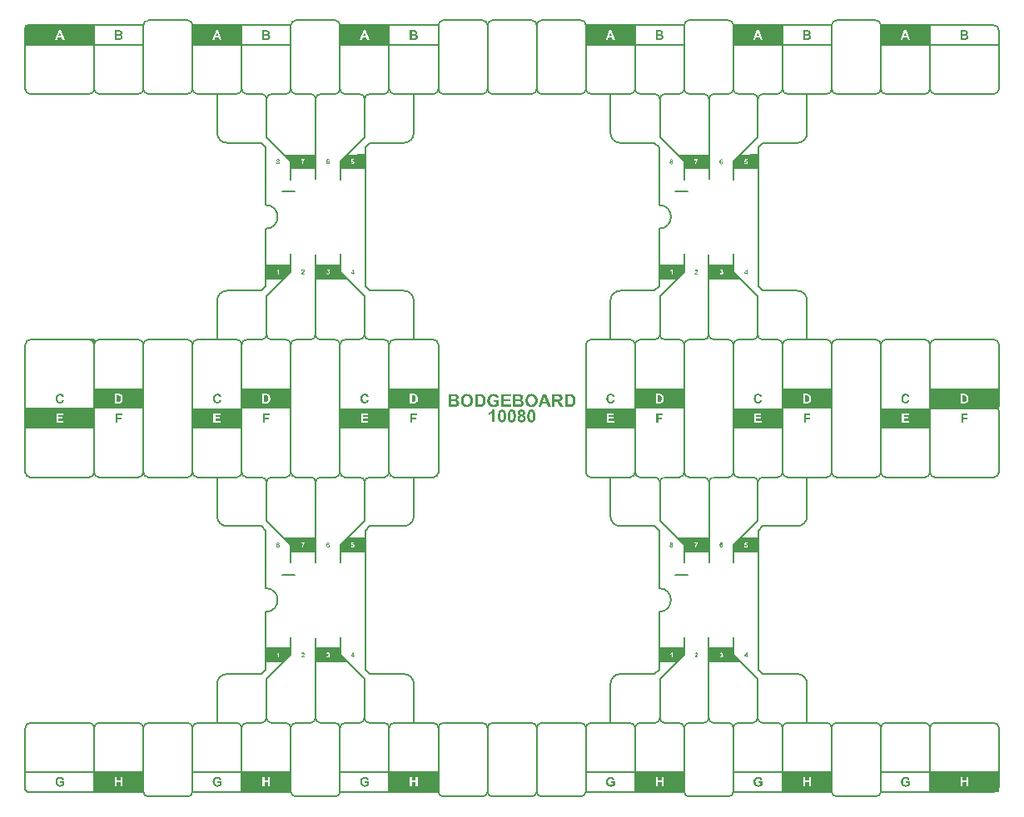
<source format=gto>
G04*
G04 #@! TF.GenerationSoftware,Altium Limited,Altium Designer,24.6.1 (21)*
G04*
G04 Layer_Color=65535*
%FSLAX44Y44*%
%MOMM*%
G71*
G04*
G04 #@! TF.SameCoordinates,801A7B55-1520-438C-8D58-620F3B385FE8*
G04*
G04*
G04 #@! TF.FilePolarity,Positive*
G04*
G01*
G75*
%ADD10C,0.2000*%
%ADD11C,0.2000*%
%ADD12R,0.8250X1.5000*%
G36*
X660206Y189794D02*
X660450D01*
X660731Y189775D01*
X661012Y189757D01*
X661275Y189738D01*
X661396Y189719D01*
X661509Y189700D01*
X661537D01*
X661565Y189691D01*
X661603Y189682D01*
X661706Y189653D01*
X661846Y189616D01*
X662006Y189560D01*
X662165Y189494D01*
X662343Y189410D01*
X662512Y189307D01*
X662521D01*
X662531Y189297D01*
X662587Y189251D01*
X662671Y189185D01*
X662774Y189091D01*
X662887Y188979D01*
X663018Y188838D01*
X663140Y188679D01*
X663252Y188501D01*
Y188491D01*
X663262Y188482D01*
X663280Y188454D01*
X663299Y188416D01*
X663318Y188370D01*
X663346Y188313D01*
X663402Y188173D01*
X663458Y188004D01*
X663505Y187817D01*
X663543Y187601D01*
X663552Y187376D01*
Y187367D01*
Y187348D01*
Y187310D01*
X663543Y187264D01*
Y187207D01*
X663533Y187132D01*
X663505Y186973D01*
X663468Y186776D01*
X663402Y186570D01*
X663308Y186354D01*
X663187Y186139D01*
Y186129D01*
X663168Y186111D01*
X663149Y186083D01*
X663121Y186045D01*
X663037Y185942D01*
X662924Y185820D01*
X662784Y185689D01*
X662615Y185548D01*
X662418Y185417D01*
X662203Y185295D01*
X662212D01*
X662240Y185286D01*
X662287Y185267D01*
X662343Y185248D01*
X662418Y185220D01*
X662503Y185183D01*
X662699Y185089D01*
X662915Y184967D01*
X663140Y184817D01*
X663355Y184630D01*
X663449Y184527D01*
X663543Y184414D01*
X663552Y184405D01*
X663562Y184386D01*
X663590Y184349D01*
X663618Y184302D01*
X663655Y184245D01*
X663693Y184180D01*
X663740Y184096D01*
X663786Y184002D01*
X663824Y183908D01*
X663871Y183796D01*
X663946Y183552D01*
X664002Y183271D01*
X664012Y183121D01*
X664021Y182971D01*
Y182962D01*
Y182943D01*
Y182905D01*
Y182858D01*
X664012Y182802D01*
X664002Y182736D01*
X663983Y182568D01*
X663946Y182380D01*
X663890Y182165D01*
X663815Y181931D01*
X663712Y181696D01*
Y181687D01*
X663702Y181668D01*
X663683Y181640D01*
X663655Y181593D01*
X663627Y181546D01*
X663590Y181481D01*
X663496Y181340D01*
X663374Y181181D01*
X663233Y181021D01*
X663065Y180862D01*
X662877Y180712D01*
X662868D01*
X662849Y180693D01*
X662821Y180675D01*
X662784Y180656D01*
X662737Y180628D01*
X662671Y180590D01*
X662596Y180553D01*
X662521Y180515D01*
X662334Y180440D01*
X662109Y180365D01*
X661865Y180300D01*
X661584Y180253D01*
X661528D01*
X661481Y180243D01*
X661415D01*
X661331Y180234D01*
X661228D01*
X661106Y180225D01*
X660965D01*
X660797Y180215D01*
X660609D01*
X660394Y180206D01*
X659878D01*
X659569Y180197D01*
X655979D01*
Y189804D01*
X660094D01*
X660206Y189794D01*
D02*
G37*
G36*
X500206D02*
X500450D01*
X500731Y189775D01*
X501012Y189757D01*
X501275Y189738D01*
X501396Y189719D01*
X501509Y189700D01*
X501537D01*
X501565Y189691D01*
X501603Y189682D01*
X501706Y189653D01*
X501846Y189616D01*
X502006Y189560D01*
X502165Y189494D01*
X502343Y189410D01*
X502512Y189307D01*
X502521D01*
X502531Y189297D01*
X502587Y189251D01*
X502671Y189185D01*
X502774Y189091D01*
X502887Y188979D01*
X503018Y188838D01*
X503140Y188679D01*
X503252Y188501D01*
Y188491D01*
X503262Y188482D01*
X503280Y188454D01*
X503299Y188416D01*
X503318Y188370D01*
X503346Y188313D01*
X503402Y188173D01*
X503459Y188004D01*
X503505Y187817D01*
X503543Y187601D01*
X503552Y187376D01*
Y187367D01*
Y187348D01*
Y187310D01*
X503543Y187264D01*
Y187207D01*
X503534Y187132D01*
X503505Y186973D01*
X503468Y186776D01*
X503402Y186570D01*
X503308Y186354D01*
X503187Y186139D01*
Y186129D01*
X503168Y186111D01*
X503149Y186083D01*
X503121Y186045D01*
X503037Y185942D01*
X502924Y185820D01*
X502784Y185689D01*
X502615Y185548D01*
X502418Y185417D01*
X502203Y185295D01*
X502212D01*
X502240Y185286D01*
X502287Y185267D01*
X502343Y185248D01*
X502418Y185220D01*
X502503Y185183D01*
X502699Y185089D01*
X502915Y184967D01*
X503140Y184817D01*
X503355Y184630D01*
X503449Y184527D01*
X503543Y184414D01*
X503552Y184405D01*
X503562Y184386D01*
X503590Y184349D01*
X503618Y184302D01*
X503655Y184245D01*
X503693Y184180D01*
X503740Y184096D01*
X503787Y184002D01*
X503824Y183908D01*
X503871Y183796D01*
X503946Y183552D01*
X504002Y183271D01*
X504011Y183121D01*
X504021Y182971D01*
Y182962D01*
Y182943D01*
Y182905D01*
Y182858D01*
X504011Y182802D01*
X504002Y182736D01*
X503983Y182568D01*
X503946Y182380D01*
X503890Y182165D01*
X503815Y181931D01*
X503712Y181696D01*
Y181687D01*
X503702Y181668D01*
X503683Y181640D01*
X503655Y181593D01*
X503627Y181546D01*
X503590Y181481D01*
X503496Y181340D01*
X503374Y181181D01*
X503234Y181021D01*
X503065Y180862D01*
X502877Y180712D01*
X502868D01*
X502849Y180693D01*
X502821Y180675D01*
X502784Y180656D01*
X502737Y180628D01*
X502671Y180590D01*
X502596Y180553D01*
X502521Y180515D01*
X502334Y180440D01*
X502109Y180365D01*
X501865Y180300D01*
X501584Y180253D01*
X501528D01*
X501481Y180243D01*
X501415D01*
X501331Y180234D01*
X501228D01*
X501106Y180225D01*
X500965D01*
X500797Y180215D01*
X500609D01*
X500394Y180206D01*
X499878D01*
X499569Y180197D01*
X495979D01*
Y189804D01*
X500094D01*
X500206Y189794D01*
D02*
G37*
G36*
X350206D02*
X350450D01*
X350731Y189775D01*
X351012Y189757D01*
X351275Y189738D01*
X351396Y189719D01*
X351509Y189700D01*
X351537D01*
X351565Y189691D01*
X351603Y189682D01*
X351706Y189653D01*
X351846Y189616D01*
X352006Y189560D01*
X352165Y189494D01*
X352343Y189410D01*
X352512Y189307D01*
X352521D01*
X352531Y189297D01*
X352587Y189251D01*
X352671Y189185D01*
X352774Y189091D01*
X352887Y188979D01*
X353018Y188838D01*
X353140Y188679D01*
X353252Y188501D01*
Y188491D01*
X353262Y188482D01*
X353280Y188454D01*
X353299Y188416D01*
X353318Y188370D01*
X353346Y188313D01*
X353402Y188173D01*
X353459Y188004D01*
X353505Y187817D01*
X353543Y187601D01*
X353552Y187376D01*
Y187367D01*
Y187348D01*
Y187310D01*
X353543Y187264D01*
Y187207D01*
X353534Y187132D01*
X353505Y186973D01*
X353468Y186776D01*
X353402Y186570D01*
X353308Y186354D01*
X353187Y186139D01*
Y186129D01*
X353168Y186111D01*
X353149Y186083D01*
X353121Y186045D01*
X353037Y185942D01*
X352924Y185820D01*
X352784Y185689D01*
X352615Y185548D01*
X352418Y185417D01*
X352203Y185295D01*
X352212D01*
X352240Y185286D01*
X352287Y185267D01*
X352343Y185248D01*
X352418Y185220D01*
X352503Y185183D01*
X352699Y185089D01*
X352915Y184967D01*
X353140Y184817D01*
X353355Y184630D01*
X353449Y184527D01*
X353543Y184414D01*
X353552Y184405D01*
X353562Y184386D01*
X353590Y184349D01*
X353618Y184302D01*
X353655Y184245D01*
X353693Y184180D01*
X353740Y184096D01*
X353787Y184002D01*
X353824Y183908D01*
X353871Y183796D01*
X353946Y183552D01*
X354002Y183271D01*
X354011Y183121D01*
X354021Y182971D01*
Y182962D01*
Y182943D01*
Y182905D01*
Y182858D01*
X354011Y182802D01*
X354002Y182736D01*
X353983Y182568D01*
X353946Y182380D01*
X353890Y182165D01*
X353815Y181931D01*
X353712Y181696D01*
Y181687D01*
X353702Y181668D01*
X353683Y181640D01*
X353655Y181593D01*
X353627Y181546D01*
X353590Y181481D01*
X353496Y181340D01*
X353374Y181181D01*
X353234Y181021D01*
X353065Y180862D01*
X352877Y180712D01*
X352868D01*
X352849Y180693D01*
X352821Y180675D01*
X352784Y180656D01*
X352737Y180628D01*
X352671Y180590D01*
X352596Y180553D01*
X352521Y180515D01*
X352334Y180440D01*
X352109Y180365D01*
X351865Y180300D01*
X351584Y180253D01*
X351528D01*
X351481Y180243D01*
X351415D01*
X351331Y180234D01*
X351228D01*
X351106Y180225D01*
X350965D01*
X350797Y180215D01*
X350609D01*
X350394Y180206D01*
X349878D01*
X349569Y180197D01*
X345979D01*
Y189804D01*
X350094D01*
X350206Y189794D01*
D02*
G37*
G36*
X100206D02*
X100450D01*
X100731Y189775D01*
X101012Y189757D01*
X101275Y189738D01*
X101397Y189719D01*
X101509Y189700D01*
X101537D01*
X101565Y189691D01*
X101603Y189682D01*
X101706Y189653D01*
X101846Y189616D01*
X102006Y189560D01*
X102165Y189494D01*
X102343Y189410D01*
X102512Y189307D01*
X102521D01*
X102531Y189297D01*
X102587Y189251D01*
X102671Y189185D01*
X102774Y189091D01*
X102887Y188979D01*
X103018Y188838D01*
X103140Y188679D01*
X103252Y188501D01*
Y188491D01*
X103262Y188482D01*
X103280Y188454D01*
X103299Y188416D01*
X103318Y188370D01*
X103346Y188313D01*
X103402Y188173D01*
X103458Y188004D01*
X103505Y187817D01*
X103543Y187601D01*
X103552Y187376D01*
Y187367D01*
Y187348D01*
Y187310D01*
X103543Y187264D01*
Y187207D01*
X103533Y187132D01*
X103505Y186973D01*
X103468Y186776D01*
X103402Y186570D01*
X103308Y186354D01*
X103187Y186139D01*
Y186129D01*
X103168Y186111D01*
X103149Y186083D01*
X103121Y186045D01*
X103037Y185942D01*
X102924Y185820D01*
X102784Y185689D01*
X102615Y185548D01*
X102418Y185417D01*
X102203Y185295D01*
X102212D01*
X102240Y185286D01*
X102287Y185267D01*
X102343Y185248D01*
X102418Y185220D01*
X102502Y185183D01*
X102699Y185089D01*
X102915Y184967D01*
X103140Y184817D01*
X103355Y184630D01*
X103449Y184527D01*
X103543Y184414D01*
X103552Y184405D01*
X103562Y184386D01*
X103590Y184349D01*
X103618Y184302D01*
X103655Y184245D01*
X103693Y184180D01*
X103740Y184096D01*
X103786Y184002D01*
X103824Y183908D01*
X103871Y183796D01*
X103946Y183552D01*
X104002Y183271D01*
X104011Y183121D01*
X104021Y182971D01*
Y182962D01*
Y182943D01*
Y182905D01*
Y182858D01*
X104011Y182802D01*
X104002Y182736D01*
X103983Y182568D01*
X103946Y182380D01*
X103890Y182165D01*
X103815Y181931D01*
X103712Y181696D01*
Y181687D01*
X103702Y181668D01*
X103683Y181640D01*
X103655Y181593D01*
X103627Y181546D01*
X103590Y181481D01*
X103496Y181340D01*
X103374Y181181D01*
X103234Y181021D01*
X103065Y180862D01*
X102877Y180712D01*
X102868D01*
X102849Y180693D01*
X102821Y180675D01*
X102784Y180656D01*
X102737Y180628D01*
X102671Y180590D01*
X102596Y180553D01*
X102521Y180515D01*
X102334Y180440D01*
X102109Y180365D01*
X101865Y180300D01*
X101584Y180253D01*
X101528D01*
X101481Y180243D01*
X101415D01*
X101331Y180234D01*
X101228D01*
X101106Y180225D01*
X100965D01*
X100797Y180215D01*
X100609D01*
X100394Y180206D01*
X99878D01*
X99569Y180197D01*
X95979D01*
Y189804D01*
X100094D01*
X100206Y189794D01*
D02*
G37*
G36*
X-49794D02*
X-49550D01*
X-49269Y189775D01*
X-48988Y189757D01*
X-48725Y189738D01*
X-48604Y189719D01*
X-48491Y189700D01*
X-48463D01*
X-48435Y189691D01*
X-48397Y189682D01*
X-48294Y189653D01*
X-48154Y189616D01*
X-47994Y189560D01*
X-47835Y189494D01*
X-47657Y189410D01*
X-47488Y189307D01*
X-47479D01*
X-47469Y189297D01*
X-47413Y189251D01*
X-47329Y189185D01*
X-47226Y189091D01*
X-47113Y188979D01*
X-46982Y188838D01*
X-46860Y188679D01*
X-46748Y188501D01*
Y188491D01*
X-46738Y188482D01*
X-46720Y188454D01*
X-46701Y188416D01*
X-46682Y188370D01*
X-46654Y188313D01*
X-46598Y188173D01*
X-46542Y188004D01*
X-46495Y187817D01*
X-46457Y187601D01*
X-46448Y187376D01*
Y187367D01*
Y187348D01*
Y187310D01*
X-46457Y187264D01*
Y187207D01*
X-46466Y187132D01*
X-46495Y186973D01*
X-46532Y186776D01*
X-46598Y186570D01*
X-46691Y186354D01*
X-46813Y186139D01*
Y186129D01*
X-46832Y186111D01*
X-46851Y186083D01*
X-46879Y186045D01*
X-46963Y185942D01*
X-47076Y185820D01*
X-47216Y185689D01*
X-47385Y185548D01*
X-47582Y185417D01*
X-47797Y185295D01*
X-47788D01*
X-47760Y185286D01*
X-47713Y185267D01*
X-47657Y185248D01*
X-47582Y185220D01*
X-47498Y185183D01*
X-47301Y185089D01*
X-47085Y184967D01*
X-46860Y184817D01*
X-46645Y184630D01*
X-46551Y184527D01*
X-46457Y184414D01*
X-46448Y184405D01*
X-46438Y184386D01*
X-46410Y184349D01*
X-46382Y184302D01*
X-46345Y184245D01*
X-46307Y184180D01*
X-46260Y184096D01*
X-46213Y184002D01*
X-46176Y183908D01*
X-46129Y183796D01*
X-46054Y183552D01*
X-45998Y183271D01*
X-45988Y183121D01*
X-45979Y182971D01*
Y182962D01*
Y182943D01*
Y182905D01*
Y182858D01*
X-45988Y182802D01*
X-45998Y182736D01*
X-46017Y182568D01*
X-46054Y182380D01*
X-46110Y182165D01*
X-46185Y181931D01*
X-46288Y181696D01*
Y181687D01*
X-46298Y181668D01*
X-46317Y181640D01*
X-46345Y181593D01*
X-46373Y181546D01*
X-46410Y181481D01*
X-46504Y181340D01*
X-46626Y181181D01*
X-46767Y181021D01*
X-46935Y180862D01*
X-47123Y180712D01*
X-47132D01*
X-47151Y180693D01*
X-47179Y180675D01*
X-47216Y180656D01*
X-47263Y180628D01*
X-47329Y180590D01*
X-47404Y180553D01*
X-47479Y180515D01*
X-47666Y180440D01*
X-47891Y180365D01*
X-48135Y180300D01*
X-48416Y180253D01*
X-48472D01*
X-48519Y180243D01*
X-48585D01*
X-48669Y180234D01*
X-48772D01*
X-48894Y180225D01*
X-49035D01*
X-49203Y180215D01*
X-49391D01*
X-49606Y180206D01*
X-50122D01*
X-50431Y180197D01*
X-54021D01*
Y189804D01*
X-49906D01*
X-49794Y189794D01*
D02*
G37*
G36*
X-199794D02*
X-199550D01*
X-199269Y189775D01*
X-198988Y189757D01*
X-198725Y189738D01*
X-198603Y189719D01*
X-198491Y189700D01*
X-198463D01*
X-198435Y189691D01*
X-198397Y189682D01*
X-198294Y189653D01*
X-198154Y189616D01*
X-197994Y189560D01*
X-197835Y189494D01*
X-197657Y189410D01*
X-197488Y189307D01*
X-197479D01*
X-197469Y189297D01*
X-197413Y189251D01*
X-197329Y189185D01*
X-197226Y189091D01*
X-197113Y188979D01*
X-196982Y188838D01*
X-196860Y188679D01*
X-196748Y188501D01*
Y188491D01*
X-196738Y188482D01*
X-196720Y188454D01*
X-196701Y188416D01*
X-196682Y188370D01*
X-196654Y188313D01*
X-196598Y188173D01*
X-196542Y188004D01*
X-196495Y187817D01*
X-196457Y187601D01*
X-196448Y187376D01*
Y187367D01*
Y187348D01*
Y187310D01*
X-196457Y187264D01*
Y187207D01*
X-196467Y187132D01*
X-196495Y186973D01*
X-196532Y186776D01*
X-196598Y186570D01*
X-196691Y186354D01*
X-196813Y186139D01*
Y186129D01*
X-196832Y186111D01*
X-196851Y186083D01*
X-196879Y186045D01*
X-196963Y185942D01*
X-197076Y185820D01*
X-197216Y185689D01*
X-197385Y185548D01*
X-197582Y185417D01*
X-197797Y185295D01*
X-197788D01*
X-197760Y185286D01*
X-197713Y185267D01*
X-197657Y185248D01*
X-197582Y185220D01*
X-197498Y185183D01*
X-197301Y185089D01*
X-197085Y184967D01*
X-196860Y184817D01*
X-196645Y184630D01*
X-196551Y184527D01*
X-196457Y184414D01*
X-196448Y184405D01*
X-196438Y184386D01*
X-196410Y184349D01*
X-196382Y184302D01*
X-196345Y184245D01*
X-196307Y184180D01*
X-196260Y184096D01*
X-196213Y184002D01*
X-196176Y183908D01*
X-196129Y183796D01*
X-196054Y183552D01*
X-195998Y183271D01*
X-195989Y183121D01*
X-195979Y182971D01*
Y182962D01*
Y182943D01*
Y182905D01*
Y182858D01*
X-195989Y182802D01*
X-195998Y182736D01*
X-196017Y182568D01*
X-196054Y182380D01*
X-196110Y182165D01*
X-196185Y181931D01*
X-196289Y181696D01*
Y181687D01*
X-196298Y181668D01*
X-196317Y181640D01*
X-196345Y181593D01*
X-196373Y181546D01*
X-196410Y181481D01*
X-196504Y181340D01*
X-196626Y181181D01*
X-196766Y181021D01*
X-196935Y180862D01*
X-197123Y180712D01*
X-197132D01*
X-197151Y180693D01*
X-197179Y180675D01*
X-197216Y180656D01*
X-197263Y180628D01*
X-197329Y180590D01*
X-197404Y180553D01*
X-197479Y180515D01*
X-197666Y180440D01*
X-197891Y180365D01*
X-198135Y180300D01*
X-198416Y180253D01*
X-198472D01*
X-198519Y180243D01*
X-198585D01*
X-198669Y180234D01*
X-198772D01*
X-198894Y180225D01*
X-199035D01*
X-199203Y180215D01*
X-199391D01*
X-199606Y180206D01*
X-200122D01*
X-200431Y180197D01*
X-204021D01*
Y189804D01*
X-199906D01*
X-199794Y189794D01*
D02*
G37*
G36*
X625000Y175000D02*
X575000D01*
Y195000D01*
X625000D01*
Y175000D01*
D02*
G37*
G36*
X475000D02*
X425000D01*
Y195000D01*
X475000D01*
Y175000D01*
D02*
G37*
G36*
X325000D02*
X275000D01*
Y195000D01*
X325000D01*
Y175000D01*
D02*
G37*
G36*
X75000D02*
X25000D01*
Y195000D01*
X75000D01*
Y175000D01*
D02*
G37*
G36*
X-75000D02*
X-125000D01*
Y195000D01*
X-75000D01*
Y175000D01*
D02*
G37*
G36*
X-225000D02*
X-295000D01*
Y195000D01*
X-225000D01*
Y175000D01*
D02*
G37*
G36*
X413005Y58598D02*
X413057D01*
X413116Y58590D01*
X413249Y58561D01*
X413397Y58524D01*
X413559Y58465D01*
X413722Y58383D01*
X413796Y58331D01*
X413870Y58272D01*
X413877D01*
X413885Y58258D01*
X413907Y58235D01*
X413929Y58213D01*
X413966Y58176D01*
X413996Y58139D01*
X414077Y58036D01*
X414158Y57895D01*
X414239Y57733D01*
X414313Y57548D01*
X414365Y57326D01*
X413419Y57223D01*
Y57238D01*
X413412Y57267D01*
X413397Y57319D01*
X413382Y57385D01*
X413360Y57452D01*
X413323Y57526D01*
X413286Y57592D01*
X413234Y57652D01*
X413227Y57659D01*
X413205Y57674D01*
X413175Y57696D01*
X413131Y57725D01*
X413079Y57748D01*
X413012Y57770D01*
X412931Y57785D01*
X412850Y57792D01*
X412835D01*
X412798Y57785D01*
X412739Y57777D01*
X412665Y57755D01*
X412584Y57725D01*
X412495Y57674D01*
X412406Y57607D01*
X412325Y57511D01*
X412318Y57496D01*
X412303Y57481D01*
X412288Y57452D01*
X412273Y57422D01*
X412251Y57378D01*
X412236Y57326D01*
X412214Y57260D01*
X412185Y57186D01*
X412162Y57105D01*
X412140Y57009D01*
X412118Y56905D01*
X412096Y56787D01*
X412081Y56654D01*
X412066Y56506D01*
X412052Y56351D01*
X412059Y56358D01*
X412066Y56373D01*
X412089Y56388D01*
X412118Y56417D01*
X412155Y56454D01*
X412199Y56491D01*
X412303Y56572D01*
X412436Y56646D01*
X412591Y56720D01*
X412680Y56750D01*
X412769Y56765D01*
X412865Y56779D01*
X412968Y56787D01*
X413027D01*
X413072Y56779D01*
X413123Y56772D01*
X413182Y56765D01*
X413256Y56750D01*
X413330Y56728D01*
X413493Y56669D01*
X413582Y56631D01*
X413670Y56587D01*
X413759Y56535D01*
X413848Y56469D01*
X413936Y56395D01*
X414018Y56314D01*
X414025Y56306D01*
X414040Y56291D01*
X414062Y56269D01*
X414084Y56232D01*
X414121Y56181D01*
X414158Y56129D01*
X414195Y56062D01*
X414239Y55988D01*
X414284Y55907D01*
X414321Y55811D01*
X414358Y55715D01*
X414395Y55604D01*
X414417Y55493D01*
X414439Y55368D01*
X414454Y55242D01*
X414461Y55101D01*
Y55094D01*
Y55065D01*
Y55028D01*
X414454Y54968D01*
X414446Y54902D01*
X414439Y54828D01*
X414424Y54739D01*
X414402Y54651D01*
X414350Y54444D01*
X414313Y54340D01*
X414262Y54237D01*
X414210Y54133D01*
X414151Y54030D01*
X414077Y53926D01*
X413996Y53838D01*
X413988Y53830D01*
X413973Y53815D01*
X413951Y53793D01*
X413914Y53764D01*
X413870Y53727D01*
X413811Y53690D01*
X413752Y53645D01*
X413678Y53601D01*
X413596Y53557D01*
X413508Y53512D01*
X413412Y53475D01*
X413301Y53438D01*
X413190Y53409D01*
X413072Y53387D01*
X412946Y53372D01*
X412813Y53365D01*
X412776D01*
X412739Y53372D01*
X412687D01*
X412621Y53387D01*
X412539Y53394D01*
X412458Y53416D01*
X412362Y53438D01*
X412266Y53468D01*
X412162Y53512D01*
X412052Y53557D01*
X411948Y53616D01*
X411837Y53682D01*
X411734Y53764D01*
X411630Y53860D01*
X411534Y53963D01*
X411527Y53971D01*
X411512Y53993D01*
X411490Y54030D01*
X411460Y54082D01*
X411416Y54148D01*
X411379Y54229D01*
X411335Y54325D01*
X411290Y54436D01*
X411239Y54569D01*
X411194Y54710D01*
X411157Y54872D01*
X411120Y55057D01*
X411083Y55249D01*
X411061Y55464D01*
X411046Y55693D01*
X411039Y55944D01*
Y55951D01*
Y55959D01*
Y55981D01*
Y56003D01*
Y56077D01*
X411046Y56173D01*
X411054Y56291D01*
X411068Y56425D01*
X411083Y56572D01*
X411105Y56728D01*
X411128Y56890D01*
X411165Y57060D01*
X411209Y57230D01*
X411261Y57400D01*
X411320Y57555D01*
X411386Y57711D01*
X411468Y57851D01*
X411556Y57977D01*
X411564Y57984D01*
X411578Y58006D01*
X411608Y58036D01*
X411652Y58073D01*
X411704Y58125D01*
X411763Y58176D01*
X411837Y58235D01*
X411918Y58295D01*
X412015Y58346D01*
X412111Y58405D01*
X412229Y58457D01*
X412347Y58509D01*
X412473Y58546D01*
X412613Y58575D01*
X412754Y58598D01*
X412909Y58605D01*
X412968D01*
X413005Y58598D01*
D02*
G37*
G36*
X13005D02*
X13057D01*
X13116Y58590D01*
X13249Y58561D01*
X13397Y58524D01*
X13559Y58465D01*
X13722Y58383D01*
X13796Y58331D01*
X13870Y58272D01*
X13877D01*
X13885Y58258D01*
X13907Y58235D01*
X13929Y58213D01*
X13966Y58176D01*
X13995Y58139D01*
X14077Y58036D01*
X14158Y57895D01*
X14239Y57733D01*
X14313Y57548D01*
X14365Y57326D01*
X13419Y57223D01*
Y57238D01*
X13412Y57267D01*
X13397Y57319D01*
X13382Y57385D01*
X13360Y57452D01*
X13323Y57526D01*
X13286Y57592D01*
X13234Y57652D01*
X13227Y57659D01*
X13205Y57674D01*
X13175Y57696D01*
X13131Y57725D01*
X13079Y57748D01*
X13012Y57770D01*
X12931Y57785D01*
X12850Y57792D01*
X12835D01*
X12798Y57785D01*
X12739Y57777D01*
X12665Y57755D01*
X12584Y57725D01*
X12495Y57674D01*
X12406Y57607D01*
X12325Y57511D01*
X12318Y57496D01*
X12303Y57481D01*
X12288Y57452D01*
X12273Y57422D01*
X12251Y57378D01*
X12236Y57326D01*
X12214Y57260D01*
X12185Y57186D01*
X12162Y57105D01*
X12140Y57009D01*
X12118Y56905D01*
X12096Y56787D01*
X12081Y56654D01*
X12066Y56506D01*
X12052Y56351D01*
X12059Y56358D01*
X12066Y56373D01*
X12089Y56388D01*
X12118Y56417D01*
X12155Y56454D01*
X12199Y56491D01*
X12303Y56572D01*
X12436Y56646D01*
X12591Y56720D01*
X12680Y56750D01*
X12768Y56765D01*
X12865Y56779D01*
X12968Y56787D01*
X13027D01*
X13072Y56779D01*
X13123Y56772D01*
X13182Y56765D01*
X13256Y56750D01*
X13330Y56728D01*
X13493Y56669D01*
X13582Y56631D01*
X13670Y56587D01*
X13759Y56535D01*
X13848Y56469D01*
X13936Y56395D01*
X14018Y56314D01*
X14025Y56306D01*
X14040Y56291D01*
X14062Y56269D01*
X14084Y56232D01*
X14121Y56181D01*
X14158Y56129D01*
X14195Y56062D01*
X14239Y55988D01*
X14284Y55907D01*
X14321Y55811D01*
X14358Y55715D01*
X14395Y55604D01*
X14417Y55493D01*
X14439Y55368D01*
X14454Y55242D01*
X14461Y55101D01*
Y55094D01*
Y55065D01*
Y55028D01*
X14454Y54968D01*
X14446Y54902D01*
X14439Y54828D01*
X14424Y54739D01*
X14402Y54651D01*
X14350Y54444D01*
X14313Y54340D01*
X14262Y54237D01*
X14210Y54133D01*
X14151Y54030D01*
X14077Y53926D01*
X13995Y53838D01*
X13988Y53830D01*
X13973Y53815D01*
X13951Y53793D01*
X13914Y53764D01*
X13870Y53727D01*
X13811Y53690D01*
X13752Y53645D01*
X13678Y53601D01*
X13596Y53557D01*
X13508Y53512D01*
X13412Y53475D01*
X13301Y53438D01*
X13190Y53409D01*
X13072Y53387D01*
X12946Y53372D01*
X12813Y53365D01*
X12776D01*
X12739Y53372D01*
X12687D01*
X12621Y53387D01*
X12539Y53394D01*
X12458Y53416D01*
X12362Y53438D01*
X12266Y53468D01*
X12162Y53512D01*
X12052Y53557D01*
X11948Y53616D01*
X11837Y53682D01*
X11734Y53764D01*
X11630Y53860D01*
X11534Y53963D01*
X11527Y53971D01*
X11512Y53993D01*
X11490Y54030D01*
X11460Y54082D01*
X11416Y54148D01*
X11379Y54229D01*
X11335Y54325D01*
X11290Y54436D01*
X11238Y54569D01*
X11194Y54710D01*
X11157Y54872D01*
X11120Y55057D01*
X11083Y55249D01*
X11061Y55464D01*
X11046Y55693D01*
X11039Y55944D01*
Y55951D01*
Y55959D01*
Y55981D01*
Y56003D01*
Y56077D01*
X11046Y56173D01*
X11054Y56291D01*
X11069Y56425D01*
X11083Y56572D01*
X11105Y56728D01*
X11128Y56890D01*
X11165Y57060D01*
X11209Y57230D01*
X11261Y57400D01*
X11320Y57555D01*
X11386Y57711D01*
X11468Y57851D01*
X11556Y57977D01*
X11564Y57984D01*
X11579Y58006D01*
X11608Y58036D01*
X11652Y58073D01*
X11704Y58125D01*
X11763Y58176D01*
X11837Y58235D01*
X11918Y58295D01*
X12015Y58346D01*
X12111Y58405D01*
X12229Y58457D01*
X12347Y58509D01*
X12473Y58546D01*
X12613Y58575D01*
X12754Y58598D01*
X12909Y58605D01*
X12968D01*
X13005Y58598D01*
D02*
G37*
G36*
X362046Y58598D02*
X362113Y58590D01*
X362179Y58583D01*
X362260Y58576D01*
X362342Y58561D01*
X362527Y58516D01*
X362719Y58450D01*
X362807Y58405D01*
X362904Y58354D01*
X362985Y58295D01*
X363066Y58228D01*
X363074Y58221D01*
X363081Y58213D01*
X363103Y58191D01*
X363133Y58162D01*
X363162Y58125D01*
X363192Y58080D01*
X363273Y57969D01*
X363347Y57829D01*
X363406Y57674D01*
X363458Y57489D01*
X363465Y57386D01*
X363473Y57282D01*
Y57275D01*
Y57267D01*
Y57223D01*
X363465Y57156D01*
X363451Y57068D01*
X363428Y56972D01*
X363391Y56868D01*
X363347Y56757D01*
X363280Y56646D01*
X363273Y56631D01*
X363243Y56602D01*
X363206Y56550D01*
X363147Y56491D01*
X363074Y56417D01*
X362985Y56351D01*
X362881Y56284D01*
X362763Y56225D01*
X362770D01*
X362785Y56218D01*
X362807Y56210D01*
X362837Y56195D01*
X362911Y56151D01*
X363007Y56092D01*
X363110Y56025D01*
X363221Y55937D01*
X363325Y55833D01*
X363414Y55715D01*
X363421Y55700D01*
X363451Y55656D01*
X363487Y55589D01*
X363524Y55501D01*
X363569Y55390D01*
X363598Y55257D01*
X363628Y55116D01*
X363635Y54961D01*
Y54954D01*
Y54932D01*
Y54895D01*
X363628Y54843D01*
X363620Y54784D01*
X363613Y54710D01*
X363598Y54636D01*
X363576Y54555D01*
X363524Y54370D01*
X363487Y54274D01*
X363443Y54178D01*
X363391Y54082D01*
X363325Y53985D01*
X363258Y53897D01*
X363177Y53808D01*
X363170Y53801D01*
X363155Y53786D01*
X363133Y53764D01*
X363096Y53741D01*
X363051Y53705D01*
X362992Y53668D01*
X362933Y53631D01*
X362859Y53586D01*
X362778Y53542D01*
X362682Y53505D01*
X362586Y53468D01*
X362482Y53431D01*
X362364Y53409D01*
X362238Y53387D01*
X362113Y53372D01*
X361972Y53365D01*
X361906D01*
X361854Y53372D01*
X361795Y53379D01*
X361728Y53387D01*
X361654Y53394D01*
X361566Y53409D01*
X361381Y53453D01*
X361189Y53520D01*
X361093Y53557D01*
X360997Y53608D01*
X360900Y53660D01*
X360812Y53727D01*
X360804Y53734D01*
X360790Y53749D01*
X360760Y53771D01*
X360723Y53808D01*
X360686Y53852D01*
X360642Y53904D01*
X360590Y53971D01*
X360538Y54037D01*
X360486Y54118D01*
X360435Y54207D01*
X360390Y54303D01*
X360354Y54414D01*
X360317Y54525D01*
X360287Y54651D01*
X360272Y54776D01*
X360265Y54917D01*
Y54924D01*
Y54939D01*
Y54961D01*
Y54991D01*
X360272Y55072D01*
X360287Y55168D01*
X360317Y55286D01*
X360346Y55419D01*
X360398Y55552D01*
X360464Y55685D01*
Y55693D01*
X360472Y55700D01*
X360501Y55745D01*
X360553Y55804D01*
X360627Y55885D01*
X360716Y55974D01*
X360826Y56062D01*
X360960Y56144D01*
X361115Y56225D01*
X361107D01*
X361100Y56232D01*
X361056Y56255D01*
X360989Y56291D01*
X360908Y56336D01*
X360812Y56402D01*
X360723Y56476D01*
X360634Y56565D01*
X360560Y56661D01*
X360553Y56676D01*
X360531Y56713D01*
X360509Y56765D01*
X360479Y56846D01*
X360442Y56935D01*
X360420Y57045D01*
X360398Y57156D01*
X360390Y57282D01*
Y57289D01*
Y57304D01*
Y57334D01*
X360398Y57378D01*
X360405Y57422D01*
X360413Y57481D01*
X360442Y57615D01*
X360486Y57762D01*
X360560Y57925D01*
X360605Y57999D01*
X360657Y58080D01*
X360723Y58154D01*
X360790Y58228D01*
X360797Y58236D01*
X360812Y58243D01*
X360834Y58265D01*
X360863Y58287D01*
X360908Y58317D01*
X360952Y58346D01*
X361011Y58383D01*
X361085Y58420D01*
X361159Y58450D01*
X361240Y58487D01*
X361337Y58516D01*
X361440Y58546D01*
X361551Y58568D01*
X361669Y58590D01*
X361795Y58598D01*
X361928Y58605D01*
X362002D01*
X362046Y58598D01*
D02*
G37*
G36*
X-37954D02*
X-37887Y58590D01*
X-37821Y58583D01*
X-37740Y58576D01*
X-37658Y58561D01*
X-37473Y58516D01*
X-37281Y58450D01*
X-37193Y58405D01*
X-37097Y58354D01*
X-37015Y58295D01*
X-36934Y58228D01*
X-36927Y58221D01*
X-36919Y58213D01*
X-36897Y58191D01*
X-36867Y58162D01*
X-36838Y58125D01*
X-36808Y58080D01*
X-36727Y57969D01*
X-36653Y57829D01*
X-36594Y57674D01*
X-36542Y57489D01*
X-36535Y57386D01*
X-36527Y57282D01*
Y57275D01*
Y57267D01*
Y57223D01*
X-36535Y57156D01*
X-36550Y57068D01*
X-36572Y56972D01*
X-36609Y56868D01*
X-36653Y56757D01*
X-36720Y56646D01*
X-36727Y56631D01*
X-36756Y56602D01*
X-36793Y56550D01*
X-36853Y56491D01*
X-36927Y56417D01*
X-37015Y56351D01*
X-37119Y56284D01*
X-37237Y56225D01*
X-37230D01*
X-37215Y56218D01*
X-37193Y56210D01*
X-37163Y56195D01*
X-37089Y56151D01*
X-36993Y56092D01*
X-36890Y56025D01*
X-36779Y55937D01*
X-36675Y55833D01*
X-36586Y55715D01*
X-36579Y55700D01*
X-36550Y55656D01*
X-36513Y55589D01*
X-36476Y55501D01*
X-36431Y55390D01*
X-36402Y55257D01*
X-36372Y55116D01*
X-36365Y54961D01*
Y54954D01*
Y54932D01*
Y54895D01*
X-36372Y54843D01*
X-36380Y54784D01*
X-36387Y54710D01*
X-36402Y54636D01*
X-36424Y54555D01*
X-36476Y54370D01*
X-36513Y54274D01*
X-36557Y54178D01*
X-36609Y54082D01*
X-36675Y53985D01*
X-36742Y53897D01*
X-36823Y53808D01*
X-36830Y53801D01*
X-36845Y53786D01*
X-36867Y53764D01*
X-36904Y53741D01*
X-36949Y53705D01*
X-37008Y53668D01*
X-37067Y53631D01*
X-37141Y53586D01*
X-37222Y53542D01*
X-37318Y53505D01*
X-37414Y53468D01*
X-37518Y53431D01*
X-37636Y53409D01*
X-37762Y53387D01*
X-37887Y53372D01*
X-38028Y53365D01*
X-38094D01*
X-38146Y53372D01*
X-38205Y53379D01*
X-38272Y53387D01*
X-38346Y53394D01*
X-38434Y53409D01*
X-38619Y53453D01*
X-38811Y53520D01*
X-38907Y53557D01*
X-39004Y53608D01*
X-39100Y53660D01*
X-39188Y53727D01*
X-39196Y53734D01*
X-39211Y53749D01*
X-39240Y53771D01*
X-39277Y53808D01*
X-39314Y53852D01*
X-39358Y53904D01*
X-39410Y53971D01*
X-39462Y54037D01*
X-39513Y54118D01*
X-39565Y54207D01*
X-39610Y54303D01*
X-39647Y54414D01*
X-39683Y54525D01*
X-39713Y54651D01*
X-39728Y54776D01*
X-39735Y54917D01*
Y54924D01*
Y54939D01*
Y54961D01*
Y54991D01*
X-39728Y55072D01*
X-39713Y55168D01*
X-39683Y55286D01*
X-39654Y55419D01*
X-39602Y55552D01*
X-39536Y55685D01*
Y55693D01*
X-39528Y55700D01*
X-39499Y55745D01*
X-39447Y55804D01*
X-39373Y55885D01*
X-39284Y55974D01*
X-39174Y56062D01*
X-39041Y56144D01*
X-38885Y56225D01*
X-38893D01*
X-38900Y56232D01*
X-38944Y56255D01*
X-39011Y56291D01*
X-39092Y56336D01*
X-39188Y56402D01*
X-39277Y56476D01*
X-39366Y56565D01*
X-39440Y56661D01*
X-39447Y56676D01*
X-39469Y56713D01*
X-39491Y56765D01*
X-39521Y56846D01*
X-39558Y56935D01*
X-39580Y57045D01*
X-39602Y57156D01*
X-39610Y57282D01*
Y57289D01*
Y57304D01*
Y57334D01*
X-39602Y57378D01*
X-39595Y57422D01*
X-39587Y57481D01*
X-39558Y57615D01*
X-39513Y57762D01*
X-39440Y57925D01*
X-39395Y57999D01*
X-39344Y58080D01*
X-39277Y58154D01*
X-39211Y58228D01*
X-39203Y58236D01*
X-39188Y58243D01*
X-39166Y58265D01*
X-39137Y58287D01*
X-39092Y58317D01*
X-39048Y58346D01*
X-38989Y58383D01*
X-38915Y58420D01*
X-38841Y58450D01*
X-38760Y58487D01*
X-38663Y58516D01*
X-38560Y58546D01*
X-38449Y58568D01*
X-38331Y58590D01*
X-38205Y58598D01*
X-38072Y58605D01*
X-37998D01*
X-37954Y58598D01*
D02*
G37*
G36*
X399700Y48469D02*
X374450D01*
Y56800D01*
X367750Y63500D01*
X374450D01*
Y63500D01*
X399700D01*
Y48469D01*
D02*
G37*
G36*
X-300D02*
X-25550D01*
Y56800D01*
X-32250Y63500D01*
X-25550D01*
Y63500D01*
X-300D01*
Y48469D01*
D02*
G37*
G36*
X433250Y63500D02*
X443000D01*
Y48469D01*
X432750D01*
Y48500D01*
X425250D01*
Y55750D01*
X432750Y63250D01*
Y63500D01*
X433000D01*
X433250Y63750D01*
Y63500D01*
D02*
G37*
G36*
X33250D02*
X43000D01*
Y48469D01*
X32750D01*
Y48500D01*
X25250D01*
Y55750D01*
X32750Y63250D01*
Y63500D01*
X33000D01*
X33250Y63750D01*
Y63500D01*
D02*
G37*
G36*
X387419Y-53428D02*
X387469D01*
X387534Y-53433D01*
X387603Y-53443D01*
X387688Y-53458D01*
X387773Y-53473D01*
X387867Y-53498D01*
X387962Y-53523D01*
X388061Y-53558D01*
X388161Y-53597D01*
X388261Y-53642D01*
X388355Y-53697D01*
X388445Y-53762D01*
X388529Y-53832D01*
X388534Y-53836D01*
X388549Y-53851D01*
X388569Y-53871D01*
X388599Y-53906D01*
X388629Y-53946D01*
X388669Y-53991D01*
X388704Y-54050D01*
X388749Y-54110D01*
X388788Y-54180D01*
X388828Y-54260D01*
X388863Y-54344D01*
X388893Y-54434D01*
X388923Y-54528D01*
X388943Y-54628D01*
X388958Y-54738D01*
X388963Y-54847D01*
Y-54852D01*
Y-54862D01*
Y-54882D01*
Y-54907D01*
X388958Y-54937D01*
Y-54971D01*
X388948Y-55056D01*
X388933Y-55161D01*
X388908Y-55270D01*
X388878Y-55385D01*
X388838Y-55504D01*
Y-55509D01*
X388833Y-55519D01*
X388823Y-55534D01*
X388813Y-55559D01*
X388803Y-55584D01*
X388783Y-55619D01*
X388744Y-55698D01*
X388689Y-55798D01*
X388619Y-55908D01*
X388539Y-56027D01*
X388445Y-56151D01*
Y-56156D01*
X388435Y-56161D01*
X388425Y-56176D01*
X388410Y-56191D01*
X388390Y-56216D01*
X388365Y-56246D01*
X388335Y-56281D01*
X388300Y-56321D01*
X388261Y-56361D01*
X388211Y-56410D01*
X388161Y-56465D01*
X388101Y-56525D01*
X388037Y-56585D01*
X387967Y-56654D01*
X387887Y-56724D01*
X387803Y-56804D01*
X387798Y-56809D01*
X387783Y-56824D01*
X387758Y-56843D01*
X387728Y-56873D01*
X387693Y-56908D01*
X387648Y-56943D01*
X387554Y-57033D01*
X387454Y-57127D01*
X387360Y-57217D01*
X387315Y-57262D01*
X387275Y-57301D01*
X387240Y-57336D01*
X387215Y-57366D01*
X387210Y-57371D01*
X387195Y-57391D01*
X387175Y-57416D01*
X387146Y-57451D01*
X387116Y-57491D01*
X387081Y-57540D01*
X387021Y-57635D01*
X388963D01*
Y-58546D01*
X385537D01*
Y-58541D01*
X385542Y-58521D01*
Y-58496D01*
X385552Y-58456D01*
X385557Y-58412D01*
X385567Y-58362D01*
X385582Y-58297D01*
X385597Y-58232D01*
X385617Y-58158D01*
X385642Y-58083D01*
X385702Y-57919D01*
X385771Y-57750D01*
X385816Y-57660D01*
X385866Y-57575D01*
X385871Y-57570D01*
X385881Y-57555D01*
X385896Y-57526D01*
X385921Y-57491D01*
X385956Y-57446D01*
X385995Y-57386D01*
X386050Y-57321D01*
X386110Y-57247D01*
X386180Y-57167D01*
X386259Y-57072D01*
X386349Y-56973D01*
X386449Y-56863D01*
X386558Y-56744D01*
X386683Y-56619D01*
X386817Y-56490D01*
X386966Y-56351D01*
X386976Y-56346D01*
X386996Y-56326D01*
X387031Y-56291D01*
X387071Y-56251D01*
X387126Y-56201D01*
X387185Y-56142D01*
X387250Y-56082D01*
X387315Y-56012D01*
X387454Y-55873D01*
X387524Y-55803D01*
X387589Y-55738D01*
X387648Y-55673D01*
X387698Y-55614D01*
X387743Y-55559D01*
X387778Y-55514D01*
Y-55509D01*
X387788Y-55499D01*
X387798Y-55484D01*
X387808Y-55464D01*
X387827Y-55434D01*
X387842Y-55405D01*
X387882Y-55325D01*
X387917Y-55235D01*
X387952Y-55136D01*
X387972Y-55026D01*
X387982Y-54917D01*
Y-54912D01*
Y-54902D01*
Y-54887D01*
X387977Y-54862D01*
X387972Y-54802D01*
X387962Y-54733D01*
X387937Y-54648D01*
X387907Y-54568D01*
X387862Y-54484D01*
X387803Y-54414D01*
X387793Y-54404D01*
X387773Y-54384D01*
X387733Y-54359D01*
X387678Y-54324D01*
X387608Y-54289D01*
X387524Y-54265D01*
X387429Y-54245D01*
X387320Y-54235D01*
X387290D01*
X387270Y-54240D01*
X387215Y-54245D01*
X387146Y-54260D01*
X387066Y-54279D01*
X386986Y-54314D01*
X386907Y-54359D01*
X386832Y-54424D01*
X386822Y-54434D01*
X386802Y-54459D01*
X386772Y-54504D01*
X386737Y-54568D01*
X386722Y-54608D01*
X386702Y-54653D01*
X386687Y-54703D01*
X386673Y-54757D01*
X386658Y-54817D01*
X386643Y-54882D01*
X386633Y-54957D01*
X386628Y-55031D01*
X385652Y-54937D01*
Y-54927D01*
X385657Y-54902D01*
X385662Y-54862D01*
X385672Y-54807D01*
X385687Y-54738D01*
X385702Y-54663D01*
X385727Y-54578D01*
X385751Y-54489D01*
X385781Y-54394D01*
X385821Y-54300D01*
X385866Y-54200D01*
X385916Y-54105D01*
X385975Y-54016D01*
X386040Y-53926D01*
X386115Y-53846D01*
X386195Y-53777D01*
X386200Y-53772D01*
X386214Y-53762D01*
X386239Y-53742D01*
X386279Y-53722D01*
X386324Y-53697D01*
X386374Y-53667D01*
X386438Y-53632D01*
X386508Y-53597D01*
X386588Y-53568D01*
X386678Y-53533D01*
X386772Y-53503D01*
X386872Y-53478D01*
X386981Y-53458D01*
X387096Y-53438D01*
X387220Y-53428D01*
X387345Y-53423D01*
X387379D01*
X387419Y-53428D01*
D02*
G37*
G36*
X-12581D02*
X-12531D01*
X-12466Y-53433D01*
X-12397Y-53443D01*
X-12312Y-53458D01*
X-12227Y-53473D01*
X-12133Y-53498D01*
X-12038Y-53523D01*
X-11939Y-53558D01*
X-11839Y-53597D01*
X-11739Y-53642D01*
X-11645Y-53697D01*
X-11555Y-53762D01*
X-11471Y-53832D01*
X-11466Y-53836D01*
X-11451Y-53851D01*
X-11431Y-53871D01*
X-11401Y-53906D01*
X-11371Y-53946D01*
X-11331Y-53991D01*
X-11296Y-54050D01*
X-11251Y-54110D01*
X-11212Y-54180D01*
X-11172Y-54260D01*
X-11137Y-54344D01*
X-11107Y-54434D01*
X-11077Y-54528D01*
X-11057Y-54628D01*
X-11042Y-54738D01*
X-11037Y-54847D01*
Y-54852D01*
Y-54862D01*
Y-54882D01*
Y-54907D01*
X-11042Y-54937D01*
Y-54971D01*
X-11052Y-55056D01*
X-11067Y-55161D01*
X-11092Y-55270D01*
X-11122Y-55385D01*
X-11162Y-55504D01*
Y-55509D01*
X-11167Y-55519D01*
X-11177Y-55534D01*
X-11187Y-55559D01*
X-11197Y-55584D01*
X-11217Y-55619D01*
X-11257Y-55698D01*
X-11311Y-55798D01*
X-11381Y-55908D01*
X-11461Y-56027D01*
X-11555Y-56151D01*
Y-56156D01*
X-11565Y-56161D01*
X-11575Y-56176D01*
X-11590Y-56191D01*
X-11610Y-56216D01*
X-11635Y-56246D01*
X-11665Y-56281D01*
X-11700Y-56321D01*
X-11739Y-56361D01*
X-11789Y-56410D01*
X-11839Y-56465D01*
X-11899Y-56525D01*
X-11963Y-56585D01*
X-12033Y-56654D01*
X-12113Y-56724D01*
X-12197Y-56804D01*
X-12202Y-56809D01*
X-12217Y-56824D01*
X-12242Y-56843D01*
X-12272Y-56873D01*
X-12307Y-56908D01*
X-12352Y-56943D01*
X-12446Y-57033D01*
X-12546Y-57127D01*
X-12641Y-57217D01*
X-12685Y-57262D01*
X-12725Y-57301D01*
X-12760Y-57336D01*
X-12785Y-57366D01*
X-12790Y-57371D01*
X-12805Y-57391D01*
X-12825Y-57416D01*
X-12855Y-57451D01*
X-12884Y-57491D01*
X-12919Y-57540D01*
X-12979Y-57635D01*
X-11037D01*
Y-58546D01*
X-14463D01*
Y-58541D01*
X-14458Y-58521D01*
Y-58496D01*
X-14448Y-58456D01*
X-14443Y-58412D01*
X-14433Y-58362D01*
X-14418Y-58297D01*
X-14403Y-58232D01*
X-14383Y-58158D01*
X-14358Y-58083D01*
X-14298Y-57919D01*
X-14229Y-57750D01*
X-14184Y-57660D01*
X-14134Y-57575D01*
X-14129Y-57570D01*
X-14119Y-57555D01*
X-14104Y-57526D01*
X-14079Y-57491D01*
X-14044Y-57446D01*
X-14005Y-57386D01*
X-13950Y-57321D01*
X-13890Y-57247D01*
X-13820Y-57167D01*
X-13741Y-57072D01*
X-13651Y-56973D01*
X-13551Y-56863D01*
X-13442Y-56744D01*
X-13318Y-56619D01*
X-13183Y-56490D01*
X-13034Y-56351D01*
X-13024Y-56346D01*
X-13004Y-56326D01*
X-12969Y-56291D01*
X-12929Y-56251D01*
X-12874Y-56201D01*
X-12815Y-56142D01*
X-12750Y-56082D01*
X-12685Y-56012D01*
X-12546Y-55873D01*
X-12476Y-55803D01*
X-12412Y-55738D01*
X-12352Y-55673D01*
X-12302Y-55614D01*
X-12257Y-55559D01*
X-12222Y-55514D01*
Y-55509D01*
X-12212Y-55499D01*
X-12202Y-55484D01*
X-12192Y-55464D01*
X-12172Y-55434D01*
X-12158Y-55405D01*
X-12118Y-55325D01*
X-12083Y-55235D01*
X-12048Y-55136D01*
X-12028Y-55026D01*
X-12018Y-54917D01*
Y-54912D01*
Y-54902D01*
Y-54887D01*
X-12023Y-54862D01*
X-12028Y-54802D01*
X-12038Y-54733D01*
X-12063Y-54648D01*
X-12093Y-54568D01*
X-12138Y-54484D01*
X-12197Y-54414D01*
X-12207Y-54404D01*
X-12227Y-54384D01*
X-12267Y-54359D01*
X-12322Y-54324D01*
X-12392Y-54289D01*
X-12476Y-54265D01*
X-12571Y-54245D01*
X-12680Y-54235D01*
X-12710D01*
X-12730Y-54240D01*
X-12785Y-54245D01*
X-12855Y-54260D01*
X-12934Y-54279D01*
X-13014Y-54314D01*
X-13094Y-54359D01*
X-13168Y-54424D01*
X-13178Y-54434D01*
X-13198Y-54459D01*
X-13228Y-54504D01*
X-13263Y-54568D01*
X-13278Y-54608D01*
X-13298Y-54653D01*
X-13313Y-54703D01*
X-13327Y-54757D01*
X-13342Y-54817D01*
X-13357Y-54882D01*
X-13367Y-54957D01*
X-13372Y-55031D01*
X-14348Y-54937D01*
Y-54927D01*
X-14343Y-54902D01*
X-14338Y-54862D01*
X-14328Y-54807D01*
X-14313Y-54738D01*
X-14298Y-54663D01*
X-14273Y-54578D01*
X-14248Y-54489D01*
X-14219Y-54394D01*
X-14179Y-54300D01*
X-14134Y-54200D01*
X-14084Y-54105D01*
X-14024Y-54016D01*
X-13960Y-53926D01*
X-13885Y-53846D01*
X-13805Y-53777D01*
X-13800Y-53772D01*
X-13786Y-53762D01*
X-13761Y-53742D01*
X-13721Y-53722D01*
X-13676Y-53697D01*
X-13626Y-53667D01*
X-13562Y-53632D01*
X-13492Y-53597D01*
X-13412Y-53568D01*
X-13322Y-53533D01*
X-13228Y-53503D01*
X-13128Y-53478D01*
X-13019Y-53458D01*
X-12904Y-53438D01*
X-12780Y-53428D01*
X-12655Y-53423D01*
X-12621D01*
X-12581Y-53428D01*
D02*
G37*
G36*
X439252Y-56664D02*
X439884D01*
Y-57520D01*
X439252D01*
Y-58546D01*
X438306D01*
Y-57520D01*
X436216D01*
Y-56669D01*
X438431Y-53423D01*
X439252D01*
Y-56664D01*
D02*
G37*
G36*
X39252D02*
X39885D01*
Y-57520D01*
X39252D01*
Y-58546D01*
X38306D01*
Y-57520D01*
X36215D01*
Y-56669D01*
X38431Y-53423D01*
X39252D01*
Y-56664D01*
D02*
G37*
G36*
X425550Y-56800D02*
X432250Y-63500D01*
X425550D01*
Y-63500D01*
X400300D01*
Y-48469D01*
X425550D01*
Y-56800D01*
D02*
G37*
G36*
X25550D02*
X32250Y-63500D01*
X25550D01*
Y-63500D01*
X300D01*
Y-48469D01*
X25550D01*
Y-56800D01*
D02*
G37*
G36*
X367250Y-48500D02*
X374750D01*
Y-55750D01*
X367250Y-63250D01*
Y-63500D01*
X367000D01*
X366750Y-63750D01*
Y-63500D01*
X357000D01*
Y-48469D01*
X367250D01*
Y-48500D01*
D02*
G37*
G36*
X-32750D02*
X-25250D01*
Y-55750D01*
X-32750Y-63250D01*
Y-63500D01*
X-33000D01*
X-33250Y-63750D01*
Y-63500D01*
X-43000D01*
Y-48469D01*
X-32750D01*
Y-48500D01*
D02*
G37*
G36*
X-99527Y-180042D02*
X-99405Y-180051D01*
X-99255Y-180061D01*
X-99077Y-180089D01*
X-98889Y-180117D01*
X-98674Y-180164D01*
X-98449Y-180220D01*
X-98224Y-180285D01*
X-97980Y-180370D01*
X-97746Y-180473D01*
X-97502Y-180595D01*
X-97268Y-180735D01*
X-97043Y-180895D01*
X-96827Y-181082D01*
X-96818Y-181091D01*
X-96799Y-181110D01*
X-96762Y-181148D01*
X-96715Y-181195D01*
X-96668Y-181260D01*
X-96602Y-181335D01*
X-96537Y-181429D01*
X-96462Y-181532D01*
X-96377Y-181644D01*
X-96302Y-181776D01*
X-96218Y-181926D01*
X-96134Y-182085D01*
X-96059Y-182254D01*
X-95984Y-182441D01*
X-95909Y-182638D01*
X-95843Y-182844D01*
X-97765Y-183304D01*
Y-183294D01*
X-97774Y-183266D01*
X-97783Y-183228D01*
X-97802Y-183182D01*
X-97821Y-183116D01*
X-97849Y-183050D01*
X-97924Y-182882D01*
X-98018Y-182694D01*
X-98139Y-182497D01*
X-98299Y-182310D01*
X-98486Y-182132D01*
X-98496Y-182122D01*
X-98514Y-182113D01*
X-98543Y-182094D01*
X-98580Y-182066D01*
X-98636Y-182029D01*
X-98693Y-181991D01*
X-98767Y-181954D01*
X-98852Y-181907D01*
X-99039Y-181832D01*
X-99264Y-181757D01*
X-99517Y-181710D01*
X-99658Y-181691D01*
X-99845D01*
X-99902Y-181701D01*
X-99977D01*
X-100070Y-181710D01*
X-100173Y-181729D01*
X-100286Y-181757D01*
X-100417Y-181785D01*
X-100548Y-181832D01*
X-100689Y-181879D01*
X-100839Y-181944D01*
X-100979Y-182019D01*
X-101129Y-182104D01*
X-101270Y-182207D01*
X-101401Y-182329D01*
X-101532Y-182460D01*
X-101542Y-182469D01*
X-101560Y-182497D01*
X-101589Y-182544D01*
X-101636Y-182610D01*
X-101682Y-182694D01*
X-101739Y-182797D01*
X-101795Y-182919D01*
X-101861Y-183060D01*
X-101917Y-183219D01*
X-101982Y-183407D01*
X-102038Y-183603D01*
X-102085Y-183828D01*
X-102132Y-184081D01*
X-102160Y-184344D01*
X-102179Y-184634D01*
X-102189Y-184944D01*
Y-184953D01*
Y-184962D01*
Y-184991D01*
Y-185028D01*
Y-185122D01*
X-102179Y-185244D01*
X-102170Y-185394D01*
X-102151Y-185562D01*
X-102132Y-185750D01*
X-102104Y-185956D01*
X-102076Y-186162D01*
X-102029Y-186378D01*
X-101982Y-186593D01*
X-101917Y-186809D01*
X-101842Y-187015D01*
X-101757Y-187212D01*
X-101654Y-187381D01*
X-101542Y-187540D01*
X-101532Y-187549D01*
X-101514Y-187568D01*
X-101476Y-187615D01*
X-101420Y-187662D01*
X-101354Y-187718D01*
X-101279Y-187784D01*
X-101186Y-187849D01*
X-101082Y-187924D01*
X-100970Y-187999D01*
X-100839Y-188065D01*
X-100698Y-188130D01*
X-100548Y-188187D01*
X-100380Y-188234D01*
X-100211Y-188271D01*
X-100023Y-188299D01*
X-99836Y-188308D01*
X-99761D01*
X-99705Y-188299D01*
X-99639Y-188290D01*
X-99564Y-188280D01*
X-99470Y-188271D01*
X-99377Y-188243D01*
X-99171Y-188187D01*
X-98946Y-188102D01*
X-98833Y-188046D01*
X-98721Y-187980D01*
X-98608Y-187905D01*
X-98505Y-187821D01*
X-98496Y-187812D01*
X-98477Y-187793D01*
X-98449Y-187765D01*
X-98411Y-187727D01*
X-98364Y-187671D01*
X-98318Y-187605D01*
X-98252Y-187530D01*
X-98196Y-187437D01*
X-98130Y-187334D01*
X-98064Y-187221D01*
X-97990Y-187099D01*
X-97924Y-186959D01*
X-97868Y-186799D01*
X-97802Y-186640D01*
X-97746Y-186453D01*
X-97699Y-186265D01*
X-95815Y-186865D01*
X-95824Y-186884D01*
X-95834Y-186931D01*
X-95862Y-187015D01*
X-95899Y-187118D01*
X-95946Y-187249D01*
X-96003Y-187399D01*
X-96078Y-187568D01*
X-96162Y-187746D01*
X-96256Y-187934D01*
X-96359Y-188130D01*
X-96481Y-188327D01*
X-96612Y-188515D01*
X-96752Y-188702D01*
X-96912Y-188890D01*
X-97080Y-189058D01*
X-97259Y-189208D01*
X-97268Y-189218D01*
X-97305Y-189236D01*
X-97362Y-189274D01*
X-97437Y-189330D01*
X-97540Y-189386D01*
X-97662Y-189452D01*
X-97793Y-189517D01*
X-97952Y-189583D01*
X-98130Y-189658D01*
X-98318Y-189724D01*
X-98533Y-189789D01*
X-98758Y-189846D01*
X-99002Y-189892D01*
X-99255Y-189930D01*
X-99527Y-189958D01*
X-99808Y-189967D01*
X-99892D01*
X-99995Y-189958D01*
X-100126Y-189949D01*
X-100295Y-189930D01*
X-100483Y-189902D01*
X-100689Y-189855D01*
X-100923Y-189808D01*
X-101167Y-189733D01*
X-101420Y-189649D01*
X-101682Y-189546D01*
X-101945Y-189414D01*
X-102207Y-189264D01*
X-102470Y-189096D01*
X-102723Y-188890D01*
X-102957Y-188665D01*
X-102966Y-188646D01*
X-103013Y-188608D01*
X-103069Y-188533D01*
X-103145Y-188421D01*
X-103238Y-188290D01*
X-103341Y-188130D01*
X-103454Y-187943D01*
X-103566Y-187727D01*
X-103688Y-187484D01*
X-103801Y-187221D01*
X-103904Y-186931D01*
X-103988Y-186612D01*
X-104072Y-186265D01*
X-104129Y-185900D01*
X-104166Y-185506D01*
X-104185Y-185094D01*
Y-185084D01*
Y-185065D01*
Y-185037D01*
Y-184991D01*
X-104176Y-184934D01*
Y-184859D01*
Y-184784D01*
X-104166Y-184700D01*
X-104147Y-184494D01*
X-104119Y-184259D01*
X-104082Y-184006D01*
X-104025Y-183725D01*
X-103960Y-183435D01*
X-103885Y-183125D01*
X-103782Y-182816D01*
X-103660Y-182507D01*
X-103519Y-182197D01*
X-103360Y-181907D01*
X-103163Y-181626D01*
X-102948Y-181363D01*
X-102929Y-181345D01*
X-102891Y-181307D01*
X-102816Y-181241D01*
X-102723Y-181157D01*
X-102601Y-181054D01*
X-102451Y-180942D01*
X-102273Y-180820D01*
X-102076Y-180698D01*
X-101851Y-180576D01*
X-101607Y-180454D01*
X-101345Y-180342D01*
X-101054Y-180239D01*
X-100745Y-180154D01*
X-100417Y-180089D01*
X-100061Y-180051D01*
X-99695Y-180032D01*
X-99620D01*
X-99527Y-180042D01*
D02*
G37*
G36*
X600473Y-180042D02*
X600595Y-180051D01*
X600745Y-180061D01*
X600923Y-180089D01*
X601111Y-180117D01*
X601326Y-180164D01*
X601551Y-180220D01*
X601776Y-180285D01*
X602020Y-180370D01*
X602254Y-180473D01*
X602498Y-180595D01*
X602732Y-180735D01*
X602957Y-180895D01*
X603173Y-181082D01*
X603182Y-181092D01*
X603201Y-181110D01*
X603238Y-181148D01*
X603285Y-181195D01*
X603332Y-181260D01*
X603398Y-181335D01*
X603463Y-181429D01*
X603538Y-181532D01*
X603623Y-181644D01*
X603698Y-181776D01*
X603782Y-181926D01*
X603866Y-182085D01*
X603941Y-182254D01*
X604016Y-182441D01*
X604091Y-182638D01*
X604157Y-182844D01*
X602235Y-183304D01*
Y-183294D01*
X602226Y-183266D01*
X602217Y-183228D01*
X602198Y-183182D01*
X602179Y-183116D01*
X602151Y-183050D01*
X602076Y-182882D01*
X601982Y-182694D01*
X601861Y-182498D01*
X601701Y-182310D01*
X601514Y-182132D01*
X601504Y-182122D01*
X601486Y-182113D01*
X601457Y-182094D01*
X601420Y-182066D01*
X601364Y-182029D01*
X601307Y-181991D01*
X601232Y-181954D01*
X601148Y-181907D01*
X600961Y-181832D01*
X600736Y-181757D01*
X600483Y-181710D01*
X600342Y-181691D01*
X600155D01*
X600098Y-181701D01*
X600023D01*
X599930Y-181710D01*
X599827Y-181729D01*
X599714Y-181757D01*
X599583Y-181785D01*
X599452Y-181832D01*
X599311Y-181879D01*
X599161Y-181945D01*
X599021Y-182019D01*
X598871Y-182104D01*
X598730Y-182207D01*
X598599Y-182329D01*
X598468Y-182460D01*
X598458Y-182469D01*
X598439Y-182498D01*
X598411Y-182544D01*
X598364Y-182610D01*
X598318Y-182694D01*
X598261Y-182797D01*
X598205Y-182919D01*
X598139Y-183060D01*
X598083Y-183219D01*
X598018Y-183407D01*
X597962Y-183603D01*
X597915Y-183828D01*
X597868Y-184081D01*
X597840Y-184344D01*
X597821Y-184634D01*
X597812Y-184944D01*
Y-184953D01*
Y-184962D01*
Y-184991D01*
Y-185028D01*
Y-185122D01*
X597821Y-185244D01*
X597830Y-185394D01*
X597849Y-185562D01*
X597868Y-185750D01*
X597896Y-185956D01*
X597924Y-186162D01*
X597971Y-186378D01*
X598018Y-186593D01*
X598083Y-186809D01*
X598158Y-187015D01*
X598243Y-187212D01*
X598346Y-187381D01*
X598458Y-187540D01*
X598468Y-187549D01*
X598486Y-187568D01*
X598524Y-187615D01*
X598580Y-187662D01*
X598646Y-187718D01*
X598721Y-187784D01*
X598814Y-187849D01*
X598918Y-187924D01*
X599030Y-187999D01*
X599161Y-188065D01*
X599302Y-188130D01*
X599452Y-188187D01*
X599620Y-188234D01*
X599789Y-188271D01*
X599977Y-188299D01*
X600164Y-188309D01*
X600239D01*
X600295Y-188299D01*
X600361Y-188290D01*
X600436Y-188280D01*
X600530Y-188271D01*
X600623Y-188243D01*
X600830Y-188187D01*
X601054Y-188102D01*
X601167Y-188046D01*
X601279Y-187980D01*
X601392Y-187905D01*
X601495Y-187821D01*
X601504Y-187812D01*
X601523Y-187793D01*
X601551Y-187765D01*
X601589Y-187727D01*
X601636Y-187671D01*
X601682Y-187605D01*
X601748Y-187530D01*
X601804Y-187437D01*
X601870Y-187334D01*
X601935Y-187221D01*
X602010Y-187099D01*
X602076Y-186959D01*
X602132Y-186800D01*
X602198Y-186640D01*
X602254Y-186453D01*
X602301Y-186265D01*
X604185Y-186865D01*
X604175Y-186884D01*
X604166Y-186931D01*
X604138Y-187015D01*
X604100Y-187118D01*
X604054Y-187249D01*
X603997Y-187399D01*
X603922Y-187568D01*
X603838Y-187746D01*
X603744Y-187934D01*
X603641Y-188130D01*
X603519Y-188327D01*
X603388Y-188515D01*
X603248Y-188702D01*
X603088Y-188890D01*
X602920Y-189058D01*
X602742Y-189208D01*
X602732Y-189218D01*
X602695Y-189236D01*
X602638Y-189274D01*
X602563Y-189330D01*
X602460Y-189386D01*
X602338Y-189452D01*
X602207Y-189517D01*
X602048Y-189583D01*
X601870Y-189658D01*
X601682Y-189724D01*
X601467Y-189789D01*
X601242Y-189846D01*
X600998Y-189892D01*
X600745Y-189930D01*
X600473Y-189958D01*
X600192Y-189967D01*
X600108D01*
X600005Y-189958D01*
X599874Y-189949D01*
X599705Y-189930D01*
X599517Y-189902D01*
X599311Y-189855D01*
X599077Y-189808D01*
X598833Y-189733D01*
X598580Y-189649D01*
X598318Y-189546D01*
X598055Y-189414D01*
X597793Y-189265D01*
X597530Y-189096D01*
X597277Y-188890D01*
X597043Y-188665D01*
X597034Y-188646D01*
X596987Y-188608D01*
X596931Y-188533D01*
X596856Y-188421D01*
X596762Y-188290D01*
X596659Y-188130D01*
X596546Y-187943D01*
X596434Y-187727D01*
X596312Y-187484D01*
X596199Y-187221D01*
X596096Y-186931D01*
X596012Y-186612D01*
X595928Y-186265D01*
X595871Y-185900D01*
X595834Y-185506D01*
X595815Y-185094D01*
Y-185084D01*
Y-185065D01*
Y-185037D01*
Y-184991D01*
X595825Y-184934D01*
Y-184859D01*
Y-184784D01*
X595834Y-184700D01*
X595853Y-184494D01*
X595881Y-184259D01*
X595918Y-184006D01*
X595975Y-183725D01*
X596040Y-183435D01*
X596115Y-183125D01*
X596218Y-182816D01*
X596340Y-182507D01*
X596481Y-182197D01*
X596640Y-181907D01*
X596837Y-181626D01*
X597052Y-181363D01*
X597071Y-181345D01*
X597109Y-181307D01*
X597183Y-181241D01*
X597277Y-181157D01*
X597399Y-181054D01*
X597549Y-180942D01*
X597727Y-180820D01*
X597924Y-180698D01*
X598149Y-180576D01*
X598393Y-180454D01*
X598655Y-180342D01*
X598946Y-180239D01*
X599255Y-180154D01*
X599583Y-180089D01*
X599939Y-180051D01*
X600305Y-180033D01*
X600380D01*
X600473Y-180042D01*
D02*
G37*
G36*
X-259527Y-180042D02*
X-259405Y-180051D01*
X-259255Y-180061D01*
X-259077Y-180089D01*
X-258889Y-180117D01*
X-258674Y-180164D01*
X-258449Y-180220D01*
X-258224Y-180285D01*
X-257980Y-180370D01*
X-257746Y-180473D01*
X-257502Y-180595D01*
X-257268Y-180735D01*
X-257043Y-180895D01*
X-256827Y-181082D01*
X-256818Y-181092D01*
X-256799Y-181110D01*
X-256762Y-181148D01*
X-256715Y-181195D01*
X-256668Y-181260D01*
X-256602Y-181335D01*
X-256537Y-181429D01*
X-256462Y-181532D01*
X-256378Y-181645D01*
X-256303Y-181776D01*
X-256218Y-181926D01*
X-256134Y-182085D01*
X-256059Y-182254D01*
X-255984Y-182441D01*
X-255909Y-182638D01*
X-255843Y-182844D01*
X-257765Y-183304D01*
Y-183294D01*
X-257774Y-183266D01*
X-257783Y-183228D01*
X-257802Y-183182D01*
X-257821Y-183116D01*
X-257849Y-183050D01*
X-257924Y-182882D01*
X-258018Y-182694D01*
X-258139Y-182498D01*
X-258299Y-182310D01*
X-258486Y-182132D01*
X-258496Y-182123D01*
X-258514Y-182113D01*
X-258543Y-182094D01*
X-258580Y-182066D01*
X-258636Y-182029D01*
X-258692Y-181991D01*
X-258768Y-181954D01*
X-258852Y-181907D01*
X-259039Y-181832D01*
X-259264Y-181757D01*
X-259517Y-181710D01*
X-259658Y-181691D01*
X-259845D01*
X-259902Y-181701D01*
X-259977D01*
X-260070Y-181710D01*
X-260173Y-181729D01*
X-260286Y-181757D01*
X-260417Y-181785D01*
X-260548Y-181832D01*
X-260689Y-181879D01*
X-260839Y-181945D01*
X-260979Y-182020D01*
X-261129Y-182104D01*
X-261270Y-182207D01*
X-261401Y-182329D01*
X-261532Y-182460D01*
X-261542Y-182469D01*
X-261560Y-182498D01*
X-261589Y-182544D01*
X-261635Y-182610D01*
X-261682Y-182694D01*
X-261739Y-182797D01*
X-261795Y-182919D01*
X-261861Y-183060D01*
X-261917Y-183219D01*
X-261982Y-183407D01*
X-262038Y-183603D01*
X-262085Y-183828D01*
X-262132Y-184081D01*
X-262160Y-184344D01*
X-262179Y-184634D01*
X-262188Y-184944D01*
Y-184953D01*
Y-184963D01*
Y-184991D01*
Y-185028D01*
Y-185122D01*
X-262179Y-185244D01*
X-262170Y-185394D01*
X-262151Y-185562D01*
X-262132Y-185750D01*
X-262104Y-185956D01*
X-262076Y-186162D01*
X-262029Y-186378D01*
X-261982Y-186593D01*
X-261917Y-186809D01*
X-261842Y-187015D01*
X-261757Y-187212D01*
X-261654Y-187381D01*
X-261542Y-187540D01*
X-261532Y-187549D01*
X-261514Y-187568D01*
X-261476Y-187615D01*
X-261420Y-187662D01*
X-261354Y-187718D01*
X-261279Y-187784D01*
X-261186Y-187849D01*
X-261082Y-187924D01*
X-260970Y-187999D01*
X-260839Y-188065D01*
X-260698Y-188130D01*
X-260548Y-188187D01*
X-260380Y-188234D01*
X-260211Y-188271D01*
X-260023Y-188299D01*
X-259836Y-188309D01*
X-259761D01*
X-259705Y-188299D01*
X-259639Y-188290D01*
X-259564Y-188280D01*
X-259470Y-188271D01*
X-259377Y-188243D01*
X-259170Y-188187D01*
X-258946Y-188102D01*
X-258833Y-188046D01*
X-258721Y-187980D01*
X-258608Y-187906D01*
X-258505Y-187821D01*
X-258496Y-187812D01*
X-258477Y-187793D01*
X-258449Y-187765D01*
X-258411Y-187727D01*
X-258365Y-187671D01*
X-258318Y-187605D01*
X-258252Y-187531D01*
X-258196Y-187437D01*
X-258130Y-187334D01*
X-258065Y-187221D01*
X-257990Y-187099D01*
X-257924Y-186959D01*
X-257868Y-186800D01*
X-257802Y-186640D01*
X-257746Y-186453D01*
X-257699Y-186265D01*
X-255815Y-186865D01*
X-255825Y-186884D01*
X-255834Y-186931D01*
X-255862Y-187015D01*
X-255900Y-187118D01*
X-255946Y-187249D01*
X-256003Y-187399D01*
X-256078Y-187568D01*
X-256162Y-187746D01*
X-256256Y-187934D01*
X-256359Y-188130D01*
X-256481Y-188327D01*
X-256612Y-188515D01*
X-256752Y-188702D01*
X-256912Y-188890D01*
X-257080Y-189058D01*
X-257258Y-189208D01*
X-257268Y-189218D01*
X-257305Y-189236D01*
X-257362Y-189274D01*
X-257437Y-189330D01*
X-257540Y-189386D01*
X-257661Y-189452D01*
X-257793Y-189518D01*
X-257952Y-189583D01*
X-258130Y-189658D01*
X-258318Y-189724D01*
X-258533Y-189789D01*
X-258758Y-189846D01*
X-259002Y-189893D01*
X-259255Y-189930D01*
X-259527Y-189958D01*
X-259808Y-189967D01*
X-259892D01*
X-259995Y-189958D01*
X-260126Y-189949D01*
X-260295Y-189930D01*
X-260483Y-189902D01*
X-260689Y-189855D01*
X-260923Y-189808D01*
X-261167Y-189733D01*
X-261420Y-189649D01*
X-261682Y-189546D01*
X-261945Y-189415D01*
X-262207Y-189265D01*
X-262470Y-189096D01*
X-262723Y-188890D01*
X-262957Y-188665D01*
X-262966Y-188646D01*
X-263013Y-188608D01*
X-263069Y-188533D01*
X-263144Y-188421D01*
X-263238Y-188290D01*
X-263341Y-188130D01*
X-263454Y-187943D01*
X-263566Y-187727D01*
X-263688Y-187484D01*
X-263801Y-187221D01*
X-263904Y-186931D01*
X-263988Y-186612D01*
X-264072Y-186265D01*
X-264129Y-185900D01*
X-264166Y-185506D01*
X-264185Y-185094D01*
Y-185084D01*
Y-185066D01*
Y-185037D01*
Y-184991D01*
X-264175Y-184934D01*
Y-184859D01*
Y-184784D01*
X-264166Y-184700D01*
X-264147Y-184494D01*
X-264119Y-184259D01*
X-264082Y-184007D01*
X-264025Y-183725D01*
X-263960Y-183435D01*
X-263885Y-183125D01*
X-263782Y-182816D01*
X-263660Y-182507D01*
X-263519Y-182198D01*
X-263360Y-181907D01*
X-263163Y-181626D01*
X-262948Y-181363D01*
X-262929Y-181345D01*
X-262891Y-181307D01*
X-262817Y-181241D01*
X-262723Y-181157D01*
X-262601Y-181054D01*
X-262451Y-180942D01*
X-262273Y-180820D01*
X-262076Y-180698D01*
X-261851Y-180576D01*
X-261607Y-180454D01*
X-261345Y-180342D01*
X-261054Y-180239D01*
X-260745Y-180154D01*
X-260417Y-180089D01*
X-260061Y-180051D01*
X-259695Y-180033D01*
X-259620D01*
X-259527Y-180042D01*
D02*
G37*
G36*
X450473D02*
X450595Y-180051D01*
X450745Y-180061D01*
X450923Y-180089D01*
X451111Y-180117D01*
X451326Y-180164D01*
X451551Y-180220D01*
X451776Y-180285D01*
X452020Y-180370D01*
X452254Y-180473D01*
X452498Y-180595D01*
X452732Y-180735D01*
X452957Y-180895D01*
X453173Y-181082D01*
X453182Y-181092D01*
X453201Y-181110D01*
X453238Y-181148D01*
X453285Y-181195D01*
X453332Y-181260D01*
X453398Y-181335D01*
X453463Y-181429D01*
X453538Y-181532D01*
X453623Y-181645D01*
X453698Y-181776D01*
X453782Y-181926D01*
X453866Y-182085D01*
X453941Y-182254D01*
X454016Y-182441D01*
X454091Y-182638D01*
X454157Y-182844D01*
X452235Y-183304D01*
Y-183294D01*
X452226Y-183266D01*
X452217Y-183228D01*
X452198Y-183182D01*
X452179Y-183116D01*
X452151Y-183050D01*
X452076Y-182882D01*
X451982Y-182694D01*
X451861Y-182498D01*
X451701Y-182310D01*
X451514Y-182132D01*
X451504Y-182123D01*
X451486Y-182113D01*
X451457Y-182094D01*
X451420Y-182066D01*
X451364Y-182029D01*
X451307Y-181991D01*
X451232Y-181954D01*
X451148Y-181907D01*
X450961Y-181832D01*
X450736Y-181757D01*
X450483Y-181710D01*
X450342Y-181691D01*
X450155D01*
X450098Y-181701D01*
X450023D01*
X449930Y-181710D01*
X449827Y-181729D01*
X449714Y-181757D01*
X449583Y-181785D01*
X449452Y-181832D01*
X449311Y-181879D01*
X449161Y-181945D01*
X449021Y-182020D01*
X448871Y-182104D01*
X448730Y-182207D01*
X448599Y-182329D01*
X448468Y-182460D01*
X448458Y-182469D01*
X448439Y-182498D01*
X448411Y-182544D01*
X448364Y-182610D01*
X448318Y-182694D01*
X448261Y-182797D01*
X448205Y-182919D01*
X448139Y-183060D01*
X448083Y-183219D01*
X448018Y-183407D01*
X447962Y-183603D01*
X447915Y-183828D01*
X447868Y-184081D01*
X447840Y-184344D01*
X447821Y-184634D01*
X447812Y-184944D01*
Y-184953D01*
Y-184963D01*
Y-184991D01*
Y-185028D01*
Y-185122D01*
X447821Y-185244D01*
X447830Y-185394D01*
X447849Y-185562D01*
X447868Y-185750D01*
X447896Y-185956D01*
X447924Y-186162D01*
X447971Y-186378D01*
X448018Y-186593D01*
X448083Y-186809D01*
X448158Y-187015D01*
X448243Y-187212D01*
X448346Y-187381D01*
X448458Y-187540D01*
X448468Y-187549D01*
X448486Y-187568D01*
X448524Y-187615D01*
X448580Y-187662D01*
X448646Y-187718D01*
X448721Y-187784D01*
X448814Y-187849D01*
X448918Y-187924D01*
X449030Y-187999D01*
X449161Y-188065D01*
X449302Y-188130D01*
X449452Y-188187D01*
X449620Y-188234D01*
X449789Y-188271D01*
X449977Y-188299D01*
X450164Y-188309D01*
X450239D01*
X450295Y-188299D01*
X450361Y-188290D01*
X450436Y-188280D01*
X450530Y-188271D01*
X450623Y-188243D01*
X450830Y-188187D01*
X451054Y-188102D01*
X451167Y-188046D01*
X451279Y-187980D01*
X451392Y-187906D01*
X451495Y-187821D01*
X451504Y-187812D01*
X451523Y-187793D01*
X451551Y-187765D01*
X451589Y-187727D01*
X451636Y-187671D01*
X451682Y-187605D01*
X451748Y-187531D01*
X451804Y-187437D01*
X451870Y-187334D01*
X451935Y-187221D01*
X452010Y-187099D01*
X452076Y-186959D01*
X452132Y-186800D01*
X452198Y-186640D01*
X452254Y-186453D01*
X452301Y-186265D01*
X454185Y-186865D01*
X454175Y-186884D01*
X454166Y-186931D01*
X454138Y-187015D01*
X454100Y-187118D01*
X454054Y-187249D01*
X453997Y-187399D01*
X453922Y-187568D01*
X453838Y-187746D01*
X453744Y-187934D01*
X453641Y-188130D01*
X453519Y-188327D01*
X453388Y-188515D01*
X453248Y-188702D01*
X453088Y-188890D01*
X452920Y-189058D01*
X452742Y-189208D01*
X452732Y-189218D01*
X452695Y-189236D01*
X452638Y-189274D01*
X452563Y-189330D01*
X452460Y-189386D01*
X452338Y-189452D01*
X452207Y-189518D01*
X452048Y-189583D01*
X451870Y-189658D01*
X451682Y-189724D01*
X451467Y-189789D01*
X451242Y-189846D01*
X450998Y-189893D01*
X450745Y-189930D01*
X450473Y-189958D01*
X450192Y-189967D01*
X450108D01*
X450005Y-189958D01*
X449874Y-189949D01*
X449705Y-189930D01*
X449517Y-189902D01*
X449311Y-189855D01*
X449077Y-189808D01*
X448833Y-189733D01*
X448580Y-189649D01*
X448318Y-189546D01*
X448055Y-189415D01*
X447793Y-189265D01*
X447530Y-189096D01*
X447277Y-188890D01*
X447043Y-188665D01*
X447034Y-188646D01*
X446987Y-188608D01*
X446931Y-188533D01*
X446856Y-188421D01*
X446762Y-188290D01*
X446659Y-188130D01*
X446546Y-187943D01*
X446434Y-187727D01*
X446312Y-187484D01*
X446199Y-187221D01*
X446096Y-186931D01*
X446012Y-186612D01*
X445928Y-186265D01*
X445871Y-185900D01*
X445834Y-185506D01*
X445815Y-185094D01*
Y-185084D01*
Y-185066D01*
Y-185037D01*
Y-184991D01*
X445825Y-184934D01*
Y-184859D01*
Y-184784D01*
X445834Y-184700D01*
X445853Y-184494D01*
X445881Y-184259D01*
X445918Y-184007D01*
X445975Y-183725D01*
X446040Y-183435D01*
X446115Y-183125D01*
X446218Y-182816D01*
X446340Y-182507D01*
X446481Y-182198D01*
X446640Y-181907D01*
X446837Y-181626D01*
X447052Y-181363D01*
X447071Y-181345D01*
X447109Y-181307D01*
X447183Y-181241D01*
X447277Y-181157D01*
X447399Y-181054D01*
X447549Y-180942D01*
X447727Y-180820D01*
X447924Y-180698D01*
X448149Y-180576D01*
X448393Y-180454D01*
X448655Y-180342D01*
X448946Y-180239D01*
X449255Y-180154D01*
X449583Y-180089D01*
X449939Y-180051D01*
X450305Y-180033D01*
X450380D01*
X450473Y-180042D01*
D02*
G37*
G36*
X300473D02*
X300595Y-180051D01*
X300745Y-180061D01*
X300923Y-180089D01*
X301111Y-180117D01*
X301326Y-180164D01*
X301551Y-180220D01*
X301776Y-180285D01*
X302020Y-180370D01*
X302254Y-180473D01*
X302498Y-180595D01*
X302732Y-180735D01*
X302957Y-180895D01*
X303173Y-181082D01*
X303182Y-181092D01*
X303201Y-181110D01*
X303238Y-181148D01*
X303285Y-181195D01*
X303332Y-181260D01*
X303398Y-181335D01*
X303463Y-181429D01*
X303538Y-181532D01*
X303622Y-181645D01*
X303697Y-181776D01*
X303782Y-181926D01*
X303866Y-182085D01*
X303941Y-182254D01*
X304016Y-182441D01*
X304091Y-182638D01*
X304157Y-182844D01*
X302235Y-183304D01*
Y-183294D01*
X302226Y-183266D01*
X302217Y-183228D01*
X302198Y-183182D01*
X302179Y-183116D01*
X302151Y-183050D01*
X302076Y-182882D01*
X301982Y-182694D01*
X301861Y-182498D01*
X301701Y-182310D01*
X301514Y-182132D01*
X301504Y-182123D01*
X301486Y-182113D01*
X301458Y-182094D01*
X301420Y-182066D01*
X301364Y-182029D01*
X301308Y-181991D01*
X301232Y-181954D01*
X301148Y-181907D01*
X300961Y-181832D01*
X300736Y-181757D01*
X300483Y-181710D01*
X300342Y-181691D01*
X300155D01*
X300098Y-181701D01*
X300023D01*
X299930Y-181710D01*
X299827Y-181729D01*
X299714Y-181757D01*
X299583Y-181785D01*
X299452Y-181832D01*
X299311Y-181879D01*
X299161Y-181945D01*
X299021Y-182020D01*
X298871Y-182104D01*
X298730Y-182207D01*
X298599Y-182329D01*
X298468Y-182460D01*
X298458Y-182469D01*
X298440Y-182498D01*
X298411Y-182544D01*
X298365Y-182610D01*
X298318Y-182694D01*
X298261Y-182797D01*
X298205Y-182919D01*
X298140Y-183060D01*
X298083Y-183219D01*
X298018Y-183407D01*
X297962Y-183603D01*
X297915Y-183828D01*
X297868Y-184081D01*
X297840Y-184344D01*
X297821Y-184634D01*
X297812Y-184944D01*
Y-184953D01*
Y-184963D01*
Y-184991D01*
Y-185028D01*
Y-185122D01*
X297821Y-185244D01*
X297830Y-185394D01*
X297849Y-185562D01*
X297868Y-185750D01*
X297896Y-185956D01*
X297924Y-186162D01*
X297971Y-186378D01*
X298018Y-186593D01*
X298083Y-186809D01*
X298158Y-187015D01*
X298243Y-187212D01*
X298346Y-187381D01*
X298458Y-187540D01*
X298468Y-187549D01*
X298486Y-187568D01*
X298524Y-187615D01*
X298580Y-187662D01*
X298646Y-187718D01*
X298721Y-187784D01*
X298814Y-187849D01*
X298918Y-187924D01*
X299030Y-187999D01*
X299161Y-188065D01*
X299302Y-188130D01*
X299452Y-188187D01*
X299620Y-188234D01*
X299789Y-188271D01*
X299977Y-188299D01*
X300164Y-188309D01*
X300239D01*
X300295Y-188299D01*
X300361Y-188290D01*
X300436Y-188280D01*
X300530Y-188271D01*
X300623Y-188243D01*
X300830Y-188187D01*
X301054Y-188102D01*
X301167Y-188046D01*
X301279Y-187980D01*
X301392Y-187906D01*
X301495Y-187821D01*
X301504Y-187812D01*
X301523Y-187793D01*
X301551Y-187765D01*
X301589Y-187727D01*
X301635Y-187671D01*
X301682Y-187605D01*
X301748Y-187531D01*
X301804Y-187437D01*
X301870Y-187334D01*
X301936Y-187221D01*
X302010Y-187099D01*
X302076Y-186959D01*
X302132Y-186800D01*
X302198Y-186640D01*
X302254Y-186453D01*
X302301Y-186265D01*
X304185Y-186865D01*
X304175Y-186884D01*
X304166Y-186931D01*
X304138Y-187015D01*
X304100Y-187118D01*
X304054Y-187249D01*
X303997Y-187399D01*
X303923Y-187568D01*
X303838Y-187746D01*
X303744Y-187934D01*
X303641Y-188130D01*
X303519Y-188327D01*
X303388Y-188515D01*
X303248Y-188702D01*
X303088Y-188890D01*
X302920Y-189058D01*
X302742Y-189208D01*
X302732Y-189218D01*
X302695Y-189236D01*
X302638Y-189274D01*
X302563Y-189330D01*
X302460Y-189386D01*
X302339Y-189452D01*
X302207Y-189518D01*
X302048Y-189583D01*
X301870Y-189658D01*
X301682Y-189724D01*
X301467Y-189789D01*
X301242Y-189846D01*
X300998Y-189893D01*
X300745Y-189930D01*
X300473Y-189958D01*
X300192Y-189967D01*
X300108D01*
X300005Y-189958D01*
X299874Y-189949D01*
X299705Y-189930D01*
X299517Y-189902D01*
X299311Y-189855D01*
X299077Y-189808D01*
X298833Y-189733D01*
X298580Y-189649D01*
X298318Y-189546D01*
X298055Y-189415D01*
X297793Y-189265D01*
X297530Y-189096D01*
X297277Y-188890D01*
X297043Y-188665D01*
X297034Y-188646D01*
X296987Y-188608D01*
X296931Y-188533D01*
X296856Y-188421D01*
X296762Y-188290D01*
X296659Y-188130D01*
X296546Y-187943D01*
X296434Y-187727D01*
X296312Y-187484D01*
X296199Y-187221D01*
X296096Y-186931D01*
X296012Y-186612D01*
X295928Y-186265D01*
X295871Y-185900D01*
X295834Y-185506D01*
X295815Y-185094D01*
Y-185084D01*
Y-185066D01*
Y-185037D01*
Y-184991D01*
X295825Y-184934D01*
Y-184859D01*
Y-184784D01*
X295834Y-184700D01*
X295853Y-184494D01*
X295881Y-184259D01*
X295918Y-184007D01*
X295975Y-183725D01*
X296040Y-183435D01*
X296115Y-183125D01*
X296218Y-182816D01*
X296340Y-182507D01*
X296481Y-182198D01*
X296640Y-181907D01*
X296837Y-181626D01*
X297052Y-181363D01*
X297071Y-181345D01*
X297109Y-181307D01*
X297184Y-181241D01*
X297277Y-181157D01*
X297399Y-181054D01*
X297549Y-180942D01*
X297727Y-180820D01*
X297924Y-180698D01*
X298149Y-180576D01*
X298393Y-180454D01*
X298655Y-180342D01*
X298946Y-180239D01*
X299255Y-180154D01*
X299583Y-180089D01*
X299939Y-180051D01*
X300305Y-180033D01*
X300380D01*
X300473Y-180042D01*
D02*
G37*
G36*
X50473D02*
X50595Y-180051D01*
X50745Y-180061D01*
X50923Y-180089D01*
X51111Y-180117D01*
X51326Y-180164D01*
X51551Y-180220D01*
X51776Y-180285D01*
X52020Y-180370D01*
X52254Y-180473D01*
X52498Y-180595D01*
X52732Y-180735D01*
X52957Y-180895D01*
X53173Y-181082D01*
X53182Y-181092D01*
X53201Y-181110D01*
X53238Y-181148D01*
X53285Y-181195D01*
X53332Y-181260D01*
X53398Y-181335D01*
X53463Y-181429D01*
X53538Y-181532D01*
X53622Y-181645D01*
X53698Y-181776D01*
X53782Y-181926D01*
X53866Y-182085D01*
X53941Y-182254D01*
X54016Y-182441D01*
X54091Y-182638D01*
X54157Y-182844D01*
X52235Y-183304D01*
Y-183294D01*
X52226Y-183266D01*
X52217Y-183228D01*
X52198Y-183182D01*
X52179Y-183116D01*
X52151Y-183050D01*
X52076Y-182882D01*
X51982Y-182694D01*
X51860Y-182498D01*
X51701Y-182310D01*
X51514Y-182132D01*
X51504Y-182123D01*
X51486Y-182113D01*
X51458Y-182094D01*
X51420Y-182066D01*
X51364Y-182029D01*
X51308Y-181991D01*
X51233Y-181954D01*
X51148Y-181907D01*
X50961Y-181832D01*
X50736Y-181757D01*
X50483Y-181710D01*
X50342Y-181691D01*
X50155D01*
X50098Y-181701D01*
X50023D01*
X49930Y-181710D01*
X49827Y-181729D01*
X49714Y-181757D01*
X49583Y-181785D01*
X49452Y-181832D01*
X49311Y-181879D01*
X49161Y-181945D01*
X49021Y-182020D01*
X48871Y-182104D01*
X48730Y-182207D01*
X48599Y-182329D01*
X48468Y-182460D01*
X48458Y-182469D01*
X48439Y-182498D01*
X48411Y-182544D01*
X48365Y-182610D01*
X48318Y-182694D01*
X48261Y-182797D01*
X48205Y-182919D01*
X48140Y-183060D01*
X48083Y-183219D01*
X48018Y-183407D01*
X47962Y-183603D01*
X47915Y-183828D01*
X47868Y-184081D01*
X47840Y-184344D01*
X47821Y-184634D01*
X47811Y-184944D01*
Y-184953D01*
Y-184963D01*
Y-184991D01*
Y-185028D01*
Y-185122D01*
X47821Y-185244D01*
X47830Y-185394D01*
X47849Y-185562D01*
X47868Y-185750D01*
X47896Y-185956D01*
X47924Y-186162D01*
X47971Y-186378D01*
X48018Y-186593D01*
X48083Y-186809D01*
X48158Y-187015D01*
X48243Y-187212D01*
X48346Y-187381D01*
X48458Y-187540D01*
X48468Y-187549D01*
X48486Y-187568D01*
X48524Y-187615D01*
X48580Y-187662D01*
X48646Y-187718D01*
X48721Y-187784D01*
X48814Y-187849D01*
X48917Y-187924D01*
X49030Y-187999D01*
X49161Y-188065D01*
X49302Y-188130D01*
X49452Y-188187D01*
X49620Y-188234D01*
X49789Y-188271D01*
X49977Y-188299D01*
X50164Y-188309D01*
X50239D01*
X50295Y-188299D01*
X50361Y-188290D01*
X50436Y-188280D01*
X50530Y-188271D01*
X50623Y-188243D01*
X50830Y-188187D01*
X51054Y-188102D01*
X51167Y-188046D01*
X51279Y-187980D01*
X51392Y-187906D01*
X51495Y-187821D01*
X51504Y-187812D01*
X51523Y-187793D01*
X51551Y-187765D01*
X51589Y-187727D01*
X51635Y-187671D01*
X51682Y-187605D01*
X51748Y-187531D01*
X51804Y-187437D01*
X51870Y-187334D01*
X51936Y-187221D01*
X52010Y-187099D01*
X52076Y-186959D01*
X52132Y-186800D01*
X52198Y-186640D01*
X52254Y-186453D01*
X52301Y-186265D01*
X54185Y-186865D01*
X54176Y-186884D01*
X54166Y-186931D01*
X54138Y-187015D01*
X54100Y-187118D01*
X54054Y-187249D01*
X53997Y-187399D01*
X53922Y-187568D01*
X53838Y-187746D01*
X53744Y-187934D01*
X53641Y-188130D01*
X53519Y-188327D01*
X53388Y-188515D01*
X53248Y-188702D01*
X53088Y-188890D01*
X52920Y-189058D01*
X52741Y-189208D01*
X52732Y-189218D01*
X52695Y-189236D01*
X52638Y-189274D01*
X52563Y-189330D01*
X52460Y-189386D01*
X52339Y-189452D01*
X52207Y-189518D01*
X52048Y-189583D01*
X51870Y-189658D01*
X51682Y-189724D01*
X51467Y-189789D01*
X51242Y-189846D01*
X50998Y-189893D01*
X50745Y-189930D01*
X50473Y-189958D01*
X50192Y-189967D01*
X50108D01*
X50005Y-189958D01*
X49873Y-189949D01*
X49705Y-189930D01*
X49517Y-189902D01*
X49311Y-189855D01*
X49077Y-189808D01*
X48833Y-189733D01*
X48580Y-189649D01*
X48318Y-189546D01*
X48055Y-189415D01*
X47793Y-189265D01*
X47530Y-189096D01*
X47277Y-188890D01*
X47043Y-188665D01*
X47034Y-188646D01*
X46987Y-188608D01*
X46930Y-188533D01*
X46856Y-188421D01*
X46762Y-188290D01*
X46659Y-188130D01*
X46546Y-187943D01*
X46434Y-187727D01*
X46312Y-187484D01*
X46199Y-187221D01*
X46096Y-186931D01*
X46012Y-186612D01*
X45928Y-186265D01*
X45871Y-185900D01*
X45834Y-185506D01*
X45815Y-185094D01*
Y-185084D01*
Y-185066D01*
Y-185037D01*
Y-184991D01*
X45824Y-184934D01*
Y-184859D01*
Y-184784D01*
X45834Y-184700D01*
X45853Y-184494D01*
X45881Y-184259D01*
X45918Y-184007D01*
X45974Y-183725D01*
X46040Y-183435D01*
X46115Y-183125D01*
X46218Y-182816D01*
X46340Y-182507D01*
X46481Y-182198D01*
X46640Y-181907D01*
X46837Y-181626D01*
X47052Y-181363D01*
X47071Y-181345D01*
X47109Y-181307D01*
X47183Y-181241D01*
X47277Y-181157D01*
X47399Y-181054D01*
X47549Y-180942D01*
X47727Y-180820D01*
X47924Y-180698D01*
X48149Y-180576D01*
X48393Y-180454D01*
X48655Y-180342D01*
X48946Y-180239D01*
X49255Y-180154D01*
X49583Y-180089D01*
X49939Y-180051D01*
X50305Y-180033D01*
X50380D01*
X50473Y-180042D01*
D02*
G37*
G36*
X181520Y-180276D02*
X181724Y-180294D01*
X181965Y-180313D01*
X182224Y-180331D01*
X182502Y-180387D01*
X183094Y-180498D01*
X183705Y-180683D01*
X184020Y-180794D01*
X184316Y-180924D01*
X184594Y-181072D01*
X184853Y-181257D01*
X184872Y-181276D01*
X184909Y-181294D01*
X184983Y-181368D01*
X185076Y-181442D01*
X185187Y-181535D01*
X185298Y-181664D01*
X185427Y-181812D01*
X185576Y-181979D01*
X185724Y-182164D01*
X185872Y-182368D01*
X186020Y-182590D01*
X186150Y-182849D01*
X186298Y-183109D01*
X186409Y-183386D01*
X186520Y-183701D01*
X186594Y-184016D01*
X184020Y-184497D01*
Y-184479D01*
X184002Y-184460D01*
X183965Y-184349D01*
X183891Y-184183D01*
X183780Y-183960D01*
X183650Y-183720D01*
X183465Y-183479D01*
X183242Y-183238D01*
X182983Y-183016D01*
X182946Y-182997D01*
X182854Y-182923D01*
X182687Y-182831D01*
X182483Y-182738D01*
X182206Y-182627D01*
X181891Y-182553D01*
X181539Y-182479D01*
X181132Y-182460D01*
X180965D01*
X180854Y-182479D01*
X180706Y-182498D01*
X180539Y-182516D01*
X180354Y-182553D01*
X180150Y-182590D01*
X179724Y-182720D01*
X179502Y-182812D01*
X179280Y-182923D01*
X179058Y-183053D01*
X178836Y-183183D01*
X178632Y-183368D01*
X178428Y-183553D01*
X178410Y-183571D01*
X178391Y-183608D01*
X178336Y-183664D01*
X178280Y-183757D01*
X178206Y-183868D01*
X178113Y-183997D01*
X178021Y-184164D01*
X177947Y-184349D01*
X177854Y-184571D01*
X177762Y-184812D01*
X177669Y-185071D01*
X177595Y-185349D01*
X177539Y-185664D01*
X177484Y-186016D01*
X177465Y-186367D01*
X177447Y-186756D01*
Y-186775D01*
Y-186849D01*
Y-186979D01*
X177465Y-187127D01*
X177484Y-187330D01*
X177502Y-187534D01*
X177539Y-187793D01*
X177576Y-188053D01*
X177687Y-188608D01*
X177873Y-189182D01*
X177984Y-189460D01*
X178113Y-189719D01*
X178280Y-189978D01*
X178447Y-190201D01*
X178465Y-190219D01*
X178502Y-190256D01*
X178558Y-190312D01*
X178632Y-190386D01*
X178743Y-190460D01*
X178854Y-190571D01*
X179002Y-190663D01*
X179169Y-190774D01*
X179354Y-190886D01*
X179539Y-190978D01*
X180002Y-191163D01*
X180261Y-191237D01*
X180520Y-191293D01*
X180817Y-191330D01*
X181113Y-191348D01*
X181261D01*
X181409Y-191330D01*
X181632Y-191311D01*
X181872Y-191274D01*
X182150Y-191219D01*
X182446Y-191145D01*
X182743Y-191034D01*
X182761D01*
X182780Y-191015D01*
X182872Y-190978D01*
X183039Y-190904D01*
X183224Y-190812D01*
X183446Y-190700D01*
X183687Y-190571D01*
X183928Y-190423D01*
X184150Y-190256D01*
Y-188608D01*
X181187D01*
Y-186442D01*
X186761D01*
Y-191589D01*
X186724Y-191626D01*
X186668Y-191663D01*
X186612Y-191719D01*
X186520Y-191793D01*
X186427Y-191867D01*
X186168Y-192052D01*
X185816Y-192256D01*
X185409Y-192496D01*
X184946Y-192737D01*
X184391Y-192959D01*
X184372D01*
X184316Y-192978D01*
X184242Y-193015D01*
X184131Y-193052D01*
X183983Y-193089D01*
X183817Y-193145D01*
X183631Y-193200D01*
X183428Y-193256D01*
X182965Y-193367D01*
X182428Y-193459D01*
X181872Y-193533D01*
X181280Y-193552D01*
X181076D01*
X180946Y-193533D01*
X180761D01*
X180558Y-193515D01*
X180335Y-193478D01*
X180076Y-193441D01*
X179539Y-193348D01*
X178947Y-193200D01*
X178336Y-192997D01*
X178058Y-192867D01*
X177762Y-192719D01*
X177743Y-192700D01*
X177706Y-192682D01*
X177613Y-192626D01*
X177521Y-192552D01*
X177391Y-192478D01*
X177262Y-192367D01*
X177095Y-192237D01*
X176928Y-192089D01*
X176558Y-191756D01*
X176188Y-191330D01*
X175836Y-190849D01*
X175521Y-190293D01*
Y-190275D01*
X175484Y-190219D01*
X175447Y-190126D01*
X175410Y-190015D01*
X175354Y-189867D01*
X175280Y-189701D01*
X175225Y-189497D01*
X175151Y-189275D01*
X175077Y-189034D01*
X175021Y-188756D01*
X174891Y-188182D01*
X174817Y-187553D01*
X174780Y-186868D01*
Y-186849D01*
Y-186775D01*
Y-186664D01*
X174799Y-186534D01*
Y-186349D01*
X174817Y-186145D01*
X174855Y-185923D01*
X174891Y-185664D01*
X174984Y-185127D01*
X175132Y-184516D01*
X175336Y-183905D01*
X175466Y-183608D01*
X175614Y-183312D01*
X175632Y-183294D01*
X175651Y-183238D01*
X175706Y-183164D01*
X175762Y-183053D01*
X175854Y-182923D01*
X175965Y-182775D01*
X176095Y-182609D01*
X176225Y-182423D01*
X176391Y-182238D01*
X176576Y-182035D01*
X176780Y-181831D01*
X177002Y-181627D01*
X177243Y-181442D01*
X177484Y-181238D01*
X178058Y-180905D01*
X178076D01*
X178113Y-180868D01*
X178188Y-180850D01*
X178280Y-180794D01*
X178410Y-180757D01*
X178539Y-180701D01*
X178724Y-180646D01*
X178910Y-180572D01*
X179113Y-180516D01*
X179354Y-180461D01*
X179613Y-180405D01*
X179872Y-180350D01*
X180465Y-180276D01*
X181132Y-180257D01*
X181354D01*
X181520Y-180276D01*
D02*
G37*
G36*
X259068Y-180516D02*
X259420Y-180535D01*
X259809Y-180553D01*
X260216Y-180609D01*
X260605Y-180664D01*
X260957Y-180757D01*
X260975D01*
X261012Y-180776D01*
X261068Y-180794D01*
X261142Y-180812D01*
X261364Y-180905D01*
X261623Y-181035D01*
X261919Y-181201D01*
X262253Y-181405D01*
X262568Y-181646D01*
X262882Y-181942D01*
X262901D01*
X262919Y-181979D01*
X263012Y-182090D01*
X263160Y-182275D01*
X263327Y-182516D01*
X263531Y-182812D01*
X263734Y-183164D01*
X263938Y-183571D01*
X264104Y-184016D01*
Y-184034D01*
X264123Y-184072D01*
X264142Y-184146D01*
X264179Y-184238D01*
X264197Y-184349D01*
X264234Y-184497D01*
X264271Y-184664D01*
X264327Y-184849D01*
X264364Y-185053D01*
X264401Y-185294D01*
X264438Y-185534D01*
X264456Y-185812D01*
X264512Y-186386D01*
X264530Y-187034D01*
Y-187053D01*
Y-187108D01*
Y-187182D01*
Y-187293D01*
X264512Y-187442D01*
Y-187590D01*
X264493Y-187775D01*
X264475Y-187978D01*
X264438Y-188404D01*
X264364Y-188849D01*
X264253Y-189312D01*
X264123Y-189756D01*
Y-189775D01*
X264104Y-189812D01*
X264067Y-189886D01*
X264030Y-189997D01*
X263993Y-190108D01*
X263919Y-190238D01*
X263771Y-190571D01*
X263586Y-190923D01*
X263345Y-191311D01*
X263067Y-191682D01*
X262753Y-192034D01*
X262716Y-192071D01*
X262623Y-192145D01*
X262475Y-192256D01*
X262271Y-192404D01*
X262012Y-192571D01*
X261716Y-192737D01*
X261346Y-192904D01*
X260938Y-193052D01*
X260920D01*
X260901Y-193071D01*
X260846D01*
X260790Y-193089D01*
X260586Y-193126D01*
X260327Y-193182D01*
X260012Y-193237D01*
X259624Y-193274D01*
X259160Y-193293D01*
X258661Y-193311D01*
X253809D01*
Y-180498D01*
X258920D01*
X259068Y-180516D01*
D02*
G37*
G36*
X246828D02*
X247032D01*
X247236Y-180535D01*
X247477D01*
X247958Y-180590D01*
X248458Y-180646D01*
X248921Y-180739D01*
X249125Y-180794D01*
X249310Y-180850D01*
X249328D01*
X249347Y-180868D01*
X249458Y-180924D01*
X249625Y-181016D01*
X249847Y-181127D01*
X250087Y-181313D01*
X250328Y-181516D01*
X250569Y-181775D01*
X250791Y-182090D01*
Y-182109D01*
X250810Y-182127D01*
X250847Y-182183D01*
X250884Y-182238D01*
X250976Y-182423D01*
X251087Y-182664D01*
X251180Y-182960D01*
X251273Y-183294D01*
X251346Y-183683D01*
X251365Y-184090D01*
Y-184109D01*
Y-184146D01*
Y-184238D01*
X251346Y-184331D01*
Y-184460D01*
X251328Y-184590D01*
X251254Y-184923D01*
X251161Y-185312D01*
X251013Y-185701D01*
X250791Y-186108D01*
X250661Y-186294D01*
X250513Y-186479D01*
X250495Y-186497D01*
X250476Y-186516D01*
X250421Y-186571D01*
X250347Y-186627D01*
X250273Y-186701D01*
X250161Y-186793D01*
X250032Y-186886D01*
X249884Y-186979D01*
X249717Y-187090D01*
X249513Y-187182D01*
X249310Y-187275D01*
X249088Y-187367D01*
X248828Y-187460D01*
X248569Y-187534D01*
X248291Y-187608D01*
X247976Y-187664D01*
X247995D01*
X248014Y-187682D01*
X248125Y-187756D01*
X248273Y-187849D01*
X248458Y-187978D01*
X248680Y-188145D01*
X248902Y-188312D01*
X249143Y-188515D01*
X249347Y-188738D01*
X249365Y-188756D01*
X249458Y-188849D01*
X249569Y-188997D01*
X249736Y-189219D01*
X249958Y-189497D01*
X250069Y-189682D01*
X250198Y-189867D01*
X250347Y-190071D01*
X250495Y-190293D01*
X250661Y-190552D01*
X250828Y-190812D01*
X252402Y-193311D01*
X249291D01*
X247439Y-190534D01*
X247421Y-190515D01*
X247402Y-190460D01*
X247347Y-190386D01*
X247273Y-190293D01*
X247199Y-190182D01*
X247106Y-190034D01*
X246903Y-189737D01*
X246662Y-189404D01*
X246440Y-189108D01*
X246236Y-188830D01*
X246143Y-188738D01*
X246069Y-188645D01*
X246051Y-188626D01*
X246014Y-188589D01*
X245940Y-188515D01*
X245847Y-188423D01*
X245718Y-188349D01*
X245588Y-188256D01*
X245440Y-188182D01*
X245292Y-188108D01*
X245273D01*
X245217Y-188090D01*
X245125Y-188053D01*
X244977Y-188034D01*
X244792Y-187997D01*
X244569Y-187978D01*
X244310Y-187960D01*
X243477D01*
Y-193311D01*
X240885D01*
Y-180498D01*
X246662D01*
X246828Y-180516D01*
D02*
G37*
G36*
X239496Y-193311D02*
X236700D01*
X235589Y-190404D01*
X230441D01*
X229386Y-193311D01*
X226645D01*
X231608Y-180498D01*
X234348D01*
X239496Y-193311D01*
D02*
G37*
G36*
X207073Y-180516D02*
X207444Y-180535D01*
X207814Y-180553D01*
X208166Y-180590D01*
X208481Y-180627D01*
X208518D01*
X208610Y-180646D01*
X208740Y-180683D01*
X208925Y-180739D01*
X209129Y-180812D01*
X209351Y-180905D01*
X209592Y-181016D01*
X209814Y-181164D01*
X209832Y-181183D01*
X209906Y-181238D01*
X210018Y-181331D01*
X210166Y-181442D01*
X210314Y-181609D01*
X210480Y-181794D01*
X210647Y-181998D01*
X210795Y-182238D01*
X210814Y-182275D01*
X210851Y-182349D01*
X210925Y-182498D01*
X210999Y-182683D01*
X211073Y-182905D01*
X211147Y-183146D01*
X211184Y-183442D01*
X211203Y-183738D01*
Y-183757D01*
Y-183775D01*
Y-183886D01*
X211184Y-184053D01*
X211147Y-184275D01*
X211073Y-184534D01*
X210999Y-184812D01*
X210869Y-185090D01*
X210703Y-185386D01*
X210684Y-185423D01*
X210610Y-185516D01*
X210499Y-185645D01*
X210369Y-185812D01*
X210184Y-185979D01*
X209962Y-186182D01*
X209703Y-186349D01*
X209406Y-186516D01*
X209425D01*
X209462Y-186534D01*
X209517Y-186553D01*
X209592Y-186571D01*
X209814Y-186664D01*
X210073Y-186793D01*
X210351Y-186942D01*
X210666Y-187145D01*
X210943Y-187386D01*
X211203Y-187682D01*
X211221Y-187719D01*
X211295Y-187830D01*
X211406Y-187997D01*
X211517Y-188219D01*
X211628Y-188515D01*
X211740Y-188830D01*
X211814Y-189201D01*
X211832Y-189608D01*
Y-189626D01*
Y-189645D01*
Y-189756D01*
X211814Y-189923D01*
X211777Y-190145D01*
X211740Y-190404D01*
X211665Y-190700D01*
X211554Y-190997D01*
X211425Y-191311D01*
X211406Y-191348D01*
X211351Y-191441D01*
X211258Y-191589D01*
X211129Y-191774D01*
X210980Y-191997D01*
X210777Y-192200D01*
X210573Y-192422D01*
X210314Y-192626D01*
X210277Y-192645D01*
X210184Y-192700D01*
X210036Y-192793D01*
X209832Y-192885D01*
X209573Y-192997D01*
X209277Y-193089D01*
X208944Y-193182D01*
X208573Y-193237D01*
X208499D01*
X208425Y-193256D01*
X208240D01*
X208110Y-193274D01*
X207759D01*
X207536Y-193293D01*
X206981D01*
X206666Y-193311D01*
X201111D01*
Y-180498D01*
X206740D01*
X207073Y-180516D01*
D02*
G37*
G36*
X198667Y-182664D02*
X191760D01*
Y-185497D01*
X198185D01*
Y-187664D01*
X191760D01*
Y-191145D01*
X198908D01*
Y-193311D01*
X189168D01*
Y-180498D01*
X198667D01*
Y-182664D01*
D02*
G37*
G36*
X167577Y-180516D02*
X167929Y-180535D01*
X168318Y-180553D01*
X168725Y-180609D01*
X169114Y-180664D01*
X169466Y-180757D01*
X169485D01*
X169522Y-180776D01*
X169577Y-180794D01*
X169651Y-180812D01*
X169874Y-180905D01*
X170133Y-181035D01*
X170429Y-181201D01*
X170762Y-181405D01*
X171077Y-181646D01*
X171392Y-181942D01*
X171410D01*
X171429Y-181979D01*
X171521Y-182090D01*
X171670Y-182275D01*
X171836Y-182516D01*
X172040Y-182812D01*
X172244Y-183164D01*
X172447Y-183571D01*
X172614Y-184016D01*
Y-184034D01*
X172633Y-184072D01*
X172651Y-184146D01*
X172688Y-184238D01*
X172707Y-184349D01*
X172744Y-184497D01*
X172781Y-184664D01*
X172836Y-184849D01*
X172873Y-185053D01*
X172910Y-185294D01*
X172947Y-185534D01*
X172966Y-185812D01*
X173021Y-186386D01*
X173040Y-187034D01*
Y-187053D01*
Y-187108D01*
Y-187182D01*
Y-187293D01*
X173021Y-187442D01*
Y-187590D01*
X173003Y-187775D01*
X172984Y-187978D01*
X172947Y-188404D01*
X172873Y-188849D01*
X172762Y-189312D01*
X172633Y-189756D01*
Y-189775D01*
X172614Y-189812D01*
X172577Y-189886D01*
X172540Y-189997D01*
X172503Y-190108D01*
X172429Y-190238D01*
X172281Y-190571D01*
X172096Y-190923D01*
X171855Y-191311D01*
X171577Y-191682D01*
X171262Y-192034D01*
X171225Y-192071D01*
X171133Y-192145D01*
X170984Y-192256D01*
X170781Y-192404D01*
X170522Y-192571D01*
X170225Y-192737D01*
X169855Y-192904D01*
X169448Y-193052D01*
X169429D01*
X169411Y-193071D01*
X169355D01*
X169300Y-193089D01*
X169096Y-193126D01*
X168837Y-193182D01*
X168522Y-193237D01*
X168133Y-193274D01*
X167670Y-193293D01*
X167170Y-193311D01*
X162319D01*
Y-180498D01*
X167429D01*
X167577Y-180516D01*
D02*
G37*
G36*
X141432D02*
X141802Y-180535D01*
X142173Y-180553D01*
X142524Y-180590D01*
X142839Y-180627D01*
X142876D01*
X142969Y-180646D01*
X143098Y-180683D01*
X143284Y-180739D01*
X143487Y-180812D01*
X143709Y-180905D01*
X143950Y-181016D01*
X144172Y-181164D01*
X144191Y-181183D01*
X144265Y-181238D01*
X144376Y-181331D01*
X144524Y-181442D01*
X144672Y-181609D01*
X144839Y-181794D01*
X145006Y-181998D01*
X145154Y-182238D01*
X145172Y-182275D01*
X145209Y-182349D01*
X145283Y-182498D01*
X145358Y-182683D01*
X145432Y-182905D01*
X145506Y-183146D01*
X145543Y-183442D01*
X145561Y-183738D01*
Y-183757D01*
Y-183775D01*
Y-183886D01*
X145543Y-184053D01*
X145506Y-184275D01*
X145432Y-184534D01*
X145358Y-184812D01*
X145228Y-185090D01*
X145061Y-185386D01*
X145043Y-185423D01*
X144969Y-185516D01*
X144858Y-185645D01*
X144728Y-185812D01*
X144543Y-185979D01*
X144321Y-186182D01*
X144061Y-186349D01*
X143765Y-186516D01*
X143784D01*
X143821Y-186534D01*
X143876Y-186553D01*
X143950Y-186571D01*
X144172Y-186664D01*
X144432Y-186793D01*
X144709Y-186942D01*
X145024Y-187145D01*
X145302Y-187386D01*
X145561Y-187682D01*
X145580Y-187719D01*
X145654Y-187830D01*
X145765Y-187997D01*
X145876Y-188219D01*
X145987Y-188515D01*
X146098Y-188830D01*
X146172Y-189201D01*
X146191Y-189608D01*
Y-189626D01*
Y-189645D01*
Y-189756D01*
X146172Y-189923D01*
X146135Y-190145D01*
X146098Y-190404D01*
X146024Y-190700D01*
X145913Y-190997D01*
X145783Y-191311D01*
X145765Y-191348D01*
X145709Y-191441D01*
X145617Y-191589D01*
X145487Y-191774D01*
X145339Y-191997D01*
X145135Y-192200D01*
X144932Y-192422D01*
X144672Y-192626D01*
X144635Y-192645D01*
X144543Y-192700D01*
X144395Y-192793D01*
X144191Y-192885D01*
X143932Y-192997D01*
X143636Y-193089D01*
X143302Y-193182D01*
X142932Y-193237D01*
X142858D01*
X142784Y-193256D01*
X142598D01*
X142469Y-193274D01*
X142117D01*
X141895Y-193293D01*
X141339D01*
X141025Y-193311D01*
X135470D01*
Y-180498D01*
X141099D01*
X141432Y-180516D01*
D02*
G37*
G36*
X219961Y-180276D02*
X220146D01*
X220387Y-180313D01*
X220665Y-180350D01*
X220979Y-180405D01*
X221313Y-180479D01*
X221664Y-180572D01*
X222035Y-180683D01*
X222405Y-180831D01*
X222794Y-180998D01*
X223164Y-181201D01*
X223535Y-181442D01*
X223886Y-181720D01*
X224220Y-182035D01*
X224238Y-182053D01*
X224294Y-182109D01*
X224386Y-182220D01*
X224479Y-182349D01*
X224609Y-182535D01*
X224757Y-182757D01*
X224905Y-183016D01*
X225072Y-183312D01*
X225238Y-183627D01*
X225386Y-183997D01*
X225534Y-184405D01*
X225664Y-184831D01*
X225775Y-185312D01*
X225849Y-185812D01*
X225905Y-186349D01*
X225923Y-186923D01*
Y-186960D01*
Y-187053D01*
X225905Y-187219D01*
Y-187442D01*
X225868Y-187701D01*
X225831Y-187997D01*
X225775Y-188349D01*
X225720Y-188701D01*
X225627Y-189090D01*
X225516Y-189497D01*
X225368Y-189904D01*
X225201Y-190312D01*
X225016Y-190700D01*
X224775Y-191089D01*
X224516Y-191460D01*
X224220Y-191811D01*
X224201Y-191830D01*
X224146Y-191886D01*
X224053Y-191978D01*
X223905Y-192089D01*
X223738Y-192219D01*
X223535Y-192367D01*
X223294Y-192515D01*
X223035Y-192682D01*
X222720Y-192848D01*
X222387Y-192997D01*
X222016Y-193145D01*
X221609Y-193274D01*
X221183Y-193385D01*
X220720Y-193478D01*
X220239Y-193533D01*
X219720Y-193552D01*
X219591D01*
X219442Y-193533D01*
X219257Y-193515D01*
X219017Y-193496D01*
X218739Y-193459D01*
X218424Y-193404D01*
X218091Y-193330D01*
X217720Y-193237D01*
X217369Y-193126D01*
X216980Y-192978D01*
X216609Y-192811D01*
X216220Y-192626D01*
X215869Y-192385D01*
X215517Y-192126D01*
X215184Y-191811D01*
X215165Y-191793D01*
X215110Y-191737D01*
X215035Y-191626D01*
X214924Y-191497D01*
X214795Y-191311D01*
X214647Y-191089D01*
X214499Y-190849D01*
X214350Y-190552D01*
X214184Y-190238D01*
X214036Y-189867D01*
X213888Y-189478D01*
X213758Y-189052D01*
X213647Y-188589D01*
X213573Y-188090D01*
X213517Y-187553D01*
X213499Y-186997D01*
Y-186979D01*
Y-186905D01*
Y-186812D01*
X213517Y-186664D01*
Y-186497D01*
X213536Y-186312D01*
X213554Y-186090D01*
X213573Y-185849D01*
X213647Y-185331D01*
X213739Y-184775D01*
X213888Y-184220D01*
X214073Y-183701D01*
Y-183683D01*
X214091Y-183664D01*
X214128Y-183608D01*
X214147Y-183535D01*
X214258Y-183349D01*
X214387Y-183109D01*
X214554Y-182831D01*
X214758Y-182553D01*
X214998Y-182238D01*
X215258Y-181942D01*
X215276Y-181924D01*
X215295Y-181905D01*
X215387Y-181812D01*
X215554Y-181664D01*
X215758Y-181498D01*
X215998Y-181313D01*
X216276Y-181109D01*
X216591Y-180924D01*
X216924Y-180776D01*
X216943D01*
X216980Y-180757D01*
X217054Y-180720D01*
X217146Y-180701D01*
X217257Y-180646D01*
X217387Y-180609D01*
X217554Y-180572D01*
X217720Y-180516D01*
X218128Y-180424D01*
X218591Y-180331D01*
X219128Y-180276D01*
X219683Y-180257D01*
X219813D01*
X219961Y-180276D01*
D02*
G37*
G36*
X154320D02*
X154505D01*
X154745Y-180313D01*
X155023Y-180350D01*
X155338Y-180405D01*
X155671Y-180479D01*
X156023Y-180572D01*
X156393Y-180683D01*
X156764Y-180831D01*
X157153Y-180998D01*
X157523Y-181201D01*
X157893Y-181442D01*
X158245Y-181720D01*
X158578Y-182035D01*
X158597Y-182053D01*
X158652Y-182109D01*
X158745Y-182220D01*
X158838Y-182349D01*
X158967Y-182535D01*
X159115Y-182757D01*
X159263Y-183016D01*
X159430Y-183312D01*
X159597Y-183627D01*
X159745Y-183997D01*
X159893Y-184405D01*
X160023Y-184831D01*
X160134Y-185312D01*
X160208Y-185812D01*
X160263Y-186349D01*
X160282Y-186923D01*
Y-186960D01*
Y-187053D01*
X160263Y-187219D01*
Y-187442D01*
X160226Y-187701D01*
X160189Y-187997D01*
X160134Y-188349D01*
X160078Y-188701D01*
X159986Y-189090D01*
X159874Y-189497D01*
X159726Y-189904D01*
X159560Y-190312D01*
X159375Y-190700D01*
X159134Y-191089D01*
X158875Y-191460D01*
X158578Y-191811D01*
X158560Y-191830D01*
X158504Y-191886D01*
X158412Y-191978D01*
X158264Y-192089D01*
X158097Y-192219D01*
X157893Y-192367D01*
X157653Y-192515D01*
X157393Y-192682D01*
X157079Y-192848D01*
X156745Y-192997D01*
X156375Y-193145D01*
X155968Y-193274D01*
X155542Y-193385D01*
X155079Y-193478D01*
X154597Y-193533D01*
X154079Y-193552D01*
X153949D01*
X153801Y-193533D01*
X153616Y-193515D01*
X153375Y-193496D01*
X153097Y-193459D01*
X152783Y-193404D01*
X152449Y-193330D01*
X152079Y-193237D01*
X151727Y-193126D01*
X151338Y-192978D01*
X150968Y-192811D01*
X150579Y-192626D01*
X150227Y-192385D01*
X149876Y-192126D01*
X149542Y-191811D01*
X149524Y-191793D01*
X149468Y-191737D01*
X149394Y-191626D01*
X149283Y-191497D01*
X149153Y-191311D01*
X149005Y-191089D01*
X148857Y-190849D01*
X148709Y-190552D01*
X148542Y-190238D01*
X148394Y-189867D01*
X148246Y-189478D01*
X148117Y-189052D01*
X148005Y-188589D01*
X147931Y-188090D01*
X147876Y-187553D01*
X147857Y-186997D01*
Y-186979D01*
Y-186905D01*
Y-186812D01*
X147876Y-186664D01*
Y-186497D01*
X147894Y-186312D01*
X147913Y-186090D01*
X147931Y-185849D01*
X148005Y-185331D01*
X148098Y-184775D01*
X148246Y-184220D01*
X148431Y-183701D01*
Y-183683D01*
X148450Y-183664D01*
X148487Y-183608D01*
X148505Y-183535D01*
X148616Y-183349D01*
X148746Y-183109D01*
X148913Y-182831D01*
X149116Y-182553D01*
X149357Y-182238D01*
X149616Y-181942D01*
X149635Y-181924D01*
X149653Y-181905D01*
X149746Y-181812D01*
X149913Y-181664D01*
X150116Y-181498D01*
X150357Y-181313D01*
X150635Y-181109D01*
X150949Y-180924D01*
X151283Y-180776D01*
X151301D01*
X151338Y-180757D01*
X151412Y-180720D01*
X151505Y-180701D01*
X151616Y-180646D01*
X151746Y-180609D01*
X151912Y-180572D01*
X152079Y-180516D01*
X152486Y-180424D01*
X152949Y-180331D01*
X153486Y-180276D01*
X154042Y-180257D01*
X154171D01*
X154320Y-180276D01*
D02*
G37*
G36*
X695000Y-195000D02*
X625000D01*
Y-175000D01*
X695000D01*
Y-195000D01*
D02*
G37*
G36*
X525000Y-195000D02*
X475000D01*
Y-175000D01*
X525000D01*
Y-195000D01*
D02*
G37*
G36*
X181872Y-209002D02*
X179410D01*
Y-199725D01*
X179391Y-199744D01*
X179354Y-199781D01*
X179280Y-199837D01*
X179169Y-199929D01*
X179039Y-200040D01*
X178891Y-200151D01*
X178706Y-200281D01*
X178502Y-200429D01*
X178280Y-200577D01*
X178039Y-200725D01*
X177780Y-200892D01*
X177502Y-201040D01*
X176910Y-201318D01*
X176243Y-201577D01*
Y-199355D01*
X176262D01*
X176280Y-199337D01*
X176336Y-199318D01*
X176410Y-199300D01*
X176595Y-199207D01*
X176854Y-199096D01*
X177169Y-198948D01*
X177521Y-198744D01*
X177910Y-198485D01*
X178317Y-198188D01*
X178336Y-198170D01*
X178373Y-198151D01*
X178428Y-198096D01*
X178502Y-198022D01*
X178706Y-197837D01*
X178928Y-197596D01*
X179187Y-197300D01*
X179447Y-196929D01*
X179687Y-196541D01*
X179872Y-196115D01*
X181872D01*
Y-209002D01*
D02*
G37*
G36*
X219905Y-196133D02*
X220054Y-196152D01*
X220239Y-196189D01*
X220424Y-196226D01*
X220646Y-196281D01*
X220887Y-196355D01*
X221109Y-196448D01*
X221350Y-196541D01*
X221590Y-196670D01*
X221831Y-196837D01*
X222072Y-197003D01*
X222294Y-197207D01*
X222498Y-197448D01*
X222516Y-197466D01*
X222553Y-197522D01*
X222609Y-197614D01*
X222701Y-197744D01*
X222794Y-197929D01*
X222905Y-198151D01*
X223016Y-198392D01*
X223127Y-198707D01*
X223238Y-199040D01*
X223368Y-199429D01*
X223461Y-199855D01*
X223553Y-200336D01*
X223646Y-200855D01*
X223701Y-201410D01*
X223738Y-202022D01*
X223757Y-202688D01*
Y-202707D01*
Y-202725D01*
Y-202781D01*
Y-202855D01*
Y-203040D01*
X223738Y-203281D01*
X223720Y-203577D01*
X223683Y-203929D01*
X223646Y-204299D01*
X223609Y-204706D01*
X223535Y-205132D01*
X223442Y-205577D01*
X223349Y-206003D01*
X223220Y-206428D01*
X223090Y-206854D01*
X222905Y-207243D01*
X222720Y-207614D01*
X222498Y-207928D01*
X222479Y-207947D01*
X222442Y-207984D01*
X222387Y-208058D01*
X222313Y-208132D01*
X222201Y-208225D01*
X222072Y-208336D01*
X221905Y-208465D01*
X221738Y-208576D01*
X221535Y-208706D01*
X221331Y-208836D01*
X221090Y-208947D01*
X220831Y-209039D01*
X220553Y-209113D01*
X220239Y-209187D01*
X219924Y-209224D01*
X219591Y-209243D01*
X219517D01*
X219405Y-209224D01*
X219276D01*
X219128Y-209206D01*
X218943Y-209169D01*
X218739Y-209132D01*
X218517Y-209058D01*
X218276Y-208984D01*
X218035Y-208891D01*
X217776Y-208780D01*
X217535Y-208632D01*
X217276Y-208484D01*
X217035Y-208280D01*
X216795Y-208076D01*
X216572Y-207817D01*
X216554Y-207799D01*
X216517Y-207743D01*
X216461Y-207651D01*
X216406Y-207539D01*
X216313Y-207373D01*
X216220Y-207169D01*
X216109Y-206910D01*
X216017Y-206632D01*
X215906Y-206299D01*
X215795Y-205928D01*
X215702Y-205503D01*
X215628Y-205040D01*
X215554Y-204521D01*
X215498Y-203947D01*
X215461Y-203336D01*
X215443Y-202670D01*
Y-202651D01*
Y-202633D01*
Y-202577D01*
Y-202503D01*
Y-202318D01*
X215461Y-202077D01*
X215480Y-201781D01*
X215517Y-201429D01*
X215554Y-201059D01*
X215591Y-200651D01*
X215665Y-200225D01*
X215739Y-199799D01*
X215850Y-199355D01*
X215961Y-198929D01*
X216109Y-198522D01*
X216276Y-198133D01*
X216461Y-197763D01*
X216684Y-197448D01*
X216702Y-197429D01*
X216739Y-197392D01*
X216795Y-197318D01*
X216887Y-197244D01*
X216980Y-197133D01*
X217109Y-197022D01*
X217276Y-196911D01*
X217443Y-196781D01*
X217646Y-196652D01*
X217850Y-196541D01*
X218091Y-196430D01*
X218350Y-196318D01*
X218628Y-196244D01*
X218943Y-196170D01*
X219257Y-196133D01*
X219591Y-196115D01*
X219776D01*
X219905Y-196133D01*
D02*
G37*
G36*
X209906D02*
X210073Y-196152D01*
X210240Y-196170D01*
X210443Y-196189D01*
X210647Y-196226D01*
X211110Y-196337D01*
X211591Y-196504D01*
X211814Y-196615D01*
X212054Y-196744D01*
X212258Y-196892D01*
X212462Y-197059D01*
X212480Y-197078D01*
X212499Y-197096D01*
X212554Y-197152D01*
X212628Y-197226D01*
X212702Y-197318D01*
X212777Y-197429D01*
X212980Y-197707D01*
X213165Y-198059D01*
X213313Y-198448D01*
X213443Y-198911D01*
X213462Y-199170D01*
X213480Y-199429D01*
Y-199448D01*
Y-199466D01*
Y-199577D01*
X213462Y-199744D01*
X213424Y-199966D01*
X213369Y-200207D01*
X213276Y-200466D01*
X213165Y-200744D01*
X212999Y-201022D01*
X212980Y-201059D01*
X212906Y-201133D01*
X212813Y-201262D01*
X212665Y-201410D01*
X212480Y-201596D01*
X212258Y-201762D01*
X211999Y-201929D01*
X211702Y-202077D01*
X211721D01*
X211758Y-202096D01*
X211814Y-202114D01*
X211888Y-202151D01*
X212073Y-202262D01*
X212313Y-202410D01*
X212573Y-202577D01*
X212850Y-202799D01*
X213110Y-203058D01*
X213332Y-203355D01*
X213351Y-203392D01*
X213424Y-203503D01*
X213517Y-203669D01*
X213610Y-203892D01*
X213721Y-204169D01*
X213795Y-204503D01*
X213869Y-204855D01*
X213888Y-205243D01*
Y-205262D01*
Y-205317D01*
Y-205410D01*
X213869Y-205540D01*
X213850Y-205688D01*
X213832Y-205873D01*
X213795Y-206058D01*
X213739Y-206262D01*
X213610Y-206725D01*
X213517Y-206965D01*
X213406Y-207206D01*
X213276Y-207447D01*
X213110Y-207687D01*
X212943Y-207910D01*
X212739Y-208132D01*
X212721Y-208151D01*
X212684Y-208188D01*
X212628Y-208243D01*
X212536Y-208299D01*
X212425Y-208391D01*
X212276Y-208484D01*
X212128Y-208576D01*
X211943Y-208687D01*
X211740Y-208799D01*
X211499Y-208891D01*
X211258Y-208984D01*
X210999Y-209076D01*
X210703Y-209132D01*
X210388Y-209187D01*
X210073Y-209224D01*
X209721Y-209243D01*
X209555D01*
X209425Y-209224D01*
X209277Y-209206D01*
X209110Y-209187D01*
X208925Y-209169D01*
X208703Y-209132D01*
X208240Y-209021D01*
X207759Y-208854D01*
X207518Y-208762D01*
X207277Y-208632D01*
X207036Y-208502D01*
X206814Y-208336D01*
X206796Y-208317D01*
X206759Y-208280D01*
X206684Y-208225D01*
X206592Y-208132D01*
X206499Y-208021D01*
X206388Y-207891D01*
X206259Y-207725D01*
X206129Y-207558D01*
X205999Y-207354D01*
X205870Y-207132D01*
X205759Y-206891D01*
X205666Y-206614D01*
X205574Y-206336D01*
X205499Y-206021D01*
X205462Y-205706D01*
X205444Y-205354D01*
Y-205336D01*
Y-205299D01*
Y-205243D01*
Y-205169D01*
X205462Y-204966D01*
X205499Y-204725D01*
X205574Y-204429D01*
X205648Y-204095D01*
X205777Y-203762D01*
X205944Y-203429D01*
Y-203410D01*
X205962Y-203392D01*
X206036Y-203281D01*
X206166Y-203132D01*
X206351Y-202929D01*
X206573Y-202707D01*
X206851Y-202484D01*
X207184Y-202281D01*
X207573Y-202077D01*
X207555D01*
X207536Y-202059D01*
X207425Y-202003D01*
X207258Y-201910D01*
X207055Y-201799D01*
X206814Y-201633D01*
X206592Y-201448D01*
X206370Y-201225D01*
X206185Y-200984D01*
X206166Y-200947D01*
X206110Y-200855D01*
X206055Y-200725D01*
X205981Y-200522D01*
X205888Y-200299D01*
X205833Y-200022D01*
X205777Y-199744D01*
X205759Y-199429D01*
Y-199411D01*
Y-199374D01*
Y-199300D01*
X205777Y-199188D01*
X205796Y-199077D01*
X205814Y-198929D01*
X205888Y-198596D01*
X205999Y-198226D01*
X206185Y-197818D01*
X206296Y-197633D01*
X206425Y-197429D01*
X206592Y-197244D01*
X206759Y-197059D01*
X206777Y-197041D01*
X206814Y-197022D01*
X206870Y-196966D01*
X206944Y-196911D01*
X207055Y-196837D01*
X207166Y-196763D01*
X207314Y-196670D01*
X207499Y-196578D01*
X207684Y-196504D01*
X207888Y-196411D01*
X208129Y-196337D01*
X208388Y-196263D01*
X208666Y-196207D01*
X208962Y-196152D01*
X209277Y-196133D01*
X209610Y-196115D01*
X209795D01*
X209906Y-196133D01*
D02*
G37*
G36*
X199981D02*
X200130Y-196152D01*
X200315Y-196189D01*
X200500Y-196226D01*
X200722Y-196281D01*
X200963Y-196355D01*
X201185Y-196448D01*
X201426Y-196541D01*
X201667Y-196670D01*
X201907Y-196837D01*
X202148Y-197003D01*
X202370Y-197207D01*
X202574Y-197448D01*
X202592Y-197466D01*
X202629Y-197522D01*
X202685Y-197614D01*
X202778Y-197744D01*
X202870Y-197929D01*
X202981Y-198151D01*
X203092Y-198392D01*
X203203Y-198707D01*
X203314Y-199040D01*
X203444Y-199429D01*
X203537Y-199855D01*
X203629Y-200336D01*
X203722Y-200855D01*
X203777Y-201410D01*
X203814Y-202022D01*
X203833Y-202688D01*
Y-202707D01*
Y-202725D01*
Y-202781D01*
Y-202855D01*
Y-203040D01*
X203814Y-203281D01*
X203796Y-203577D01*
X203759Y-203929D01*
X203722Y-204299D01*
X203685Y-204706D01*
X203611Y-205132D01*
X203518Y-205577D01*
X203426Y-206003D01*
X203296Y-206428D01*
X203166Y-206854D01*
X202981Y-207243D01*
X202796Y-207614D01*
X202574Y-207928D01*
X202555Y-207947D01*
X202518Y-207984D01*
X202463Y-208058D01*
X202389Y-208132D01*
X202278Y-208225D01*
X202148Y-208336D01*
X201981Y-208465D01*
X201815Y-208576D01*
X201611Y-208706D01*
X201407Y-208836D01*
X201167Y-208947D01*
X200907Y-209039D01*
X200630Y-209113D01*
X200315Y-209187D01*
X200000Y-209224D01*
X199667Y-209243D01*
X199593D01*
X199482Y-209224D01*
X199352D01*
X199204Y-209206D01*
X199019Y-209169D01*
X198815Y-209132D01*
X198593Y-209058D01*
X198352Y-208984D01*
X198111Y-208891D01*
X197852Y-208780D01*
X197611Y-208632D01*
X197352Y-208484D01*
X197111Y-208280D01*
X196871Y-208076D01*
X196649Y-207817D01*
X196630Y-207799D01*
X196593Y-207743D01*
X196537Y-207651D01*
X196482Y-207539D01*
X196389Y-207373D01*
X196297Y-207169D01*
X196186Y-206910D01*
X196093Y-206632D01*
X195982Y-206299D01*
X195871Y-205928D01*
X195778Y-205503D01*
X195704Y-205040D01*
X195630Y-204521D01*
X195574Y-203947D01*
X195537Y-203336D01*
X195519Y-202670D01*
Y-202651D01*
Y-202633D01*
Y-202577D01*
Y-202503D01*
Y-202318D01*
X195537Y-202077D01*
X195556Y-201781D01*
X195593Y-201429D01*
X195630Y-201059D01*
X195667Y-200651D01*
X195741Y-200225D01*
X195815Y-199799D01*
X195926Y-199355D01*
X196038Y-198929D01*
X196186Y-198522D01*
X196352Y-198133D01*
X196537Y-197763D01*
X196760Y-197448D01*
X196778Y-197429D01*
X196815Y-197392D01*
X196871Y-197318D01*
X196963Y-197244D01*
X197056Y-197133D01*
X197185Y-197022D01*
X197352Y-196911D01*
X197519Y-196781D01*
X197722Y-196652D01*
X197926Y-196541D01*
X198167Y-196430D01*
X198426Y-196318D01*
X198704Y-196244D01*
X199019Y-196170D01*
X199333Y-196133D01*
X199667Y-196115D01*
X199852D01*
X199981Y-196133D01*
D02*
G37*
G36*
X190020D02*
X190168Y-196152D01*
X190353Y-196189D01*
X190538Y-196226D01*
X190760Y-196281D01*
X191001Y-196355D01*
X191223Y-196448D01*
X191464Y-196541D01*
X191705Y-196670D01*
X191945Y-196837D01*
X192186Y-197003D01*
X192408Y-197207D01*
X192612Y-197448D01*
X192630Y-197466D01*
X192667Y-197522D01*
X192723Y-197614D01*
X192816Y-197744D01*
X192908Y-197929D01*
X193019Y-198151D01*
X193130Y-198392D01*
X193241Y-198707D01*
X193353Y-199040D01*
X193482Y-199429D01*
X193575Y-199855D01*
X193667Y-200336D01*
X193760Y-200855D01*
X193815Y-201410D01*
X193853Y-202022D01*
X193871Y-202688D01*
Y-202707D01*
Y-202725D01*
Y-202781D01*
Y-202855D01*
Y-203040D01*
X193853Y-203281D01*
X193834Y-203577D01*
X193797Y-203929D01*
X193760Y-204299D01*
X193723Y-204706D01*
X193649Y-205132D01*
X193556Y-205577D01*
X193464Y-206003D01*
X193334Y-206428D01*
X193204Y-206854D01*
X193019Y-207243D01*
X192834Y-207614D01*
X192612Y-207928D01*
X192593Y-207947D01*
X192556Y-207984D01*
X192501Y-208058D01*
X192427Y-208132D01*
X192316Y-208225D01*
X192186Y-208336D01*
X192019Y-208465D01*
X191853Y-208576D01*
X191649Y-208706D01*
X191445Y-208836D01*
X191205Y-208947D01*
X190945Y-209039D01*
X190668Y-209113D01*
X190353Y-209187D01*
X190038Y-209224D01*
X189705Y-209243D01*
X189631D01*
X189520Y-209224D01*
X189390D01*
X189242Y-209206D01*
X189057Y-209169D01*
X188853Y-209132D01*
X188631Y-209058D01*
X188390Y-208984D01*
X188149Y-208891D01*
X187890Y-208780D01*
X187649Y-208632D01*
X187390Y-208484D01*
X187150Y-208280D01*
X186909Y-208076D01*
X186687Y-207817D01*
X186668Y-207799D01*
X186631Y-207743D01*
X186576Y-207651D01*
X186520Y-207539D01*
X186427Y-207373D01*
X186335Y-207169D01*
X186224Y-206910D01*
X186131Y-206632D01*
X186020Y-206299D01*
X185909Y-205928D01*
X185816Y-205503D01*
X185742Y-205040D01*
X185668Y-204521D01*
X185613Y-203947D01*
X185576Y-203336D01*
X185557Y-202670D01*
Y-202651D01*
Y-202633D01*
Y-202577D01*
Y-202503D01*
Y-202318D01*
X185576Y-202077D01*
X185594Y-201781D01*
X185631Y-201429D01*
X185668Y-201059D01*
X185705Y-200651D01*
X185779Y-200225D01*
X185853Y-199799D01*
X185964Y-199355D01*
X186075Y-198929D01*
X186224Y-198522D01*
X186390Y-198133D01*
X186576Y-197763D01*
X186798Y-197448D01*
X186816Y-197429D01*
X186853Y-197392D01*
X186909Y-197318D01*
X187001Y-197244D01*
X187094Y-197133D01*
X187224Y-197022D01*
X187390Y-196911D01*
X187557Y-196781D01*
X187761Y-196652D01*
X187964Y-196541D01*
X188205Y-196430D01*
X188464Y-196318D01*
X188742Y-196244D01*
X189057Y-196170D01*
X189371Y-196133D01*
X189705Y-196115D01*
X189890D01*
X190020Y-196133D01*
D02*
G37*
G36*
X663299Y-201818D02*
X658641D01*
Y-204095D01*
X662662D01*
Y-205717D01*
X658641D01*
Y-209803D01*
X656701D01*
Y-200196D01*
X663299D01*
Y-201818D01*
D02*
G37*
G36*
X353299Y-201818D02*
X348641D01*
Y-204095D01*
X352662D01*
Y-205717D01*
X348641D01*
Y-209803D01*
X346701D01*
Y-200196D01*
X353299D01*
Y-201818D01*
D02*
G37*
G36*
X103299D02*
X98641D01*
Y-204095D01*
X102662D01*
Y-205717D01*
X98641D01*
Y-209803D01*
X96701D01*
Y-200196D01*
X103299D01*
Y-201818D01*
D02*
G37*
G36*
X-196701D02*
X-201359D01*
Y-204095D01*
X-197338D01*
Y-205717D01*
X-201359D01*
Y-209803D01*
X-203299D01*
Y-200196D01*
X-196701D01*
Y-201818D01*
D02*
G37*
G36*
X503299D02*
X498641D01*
Y-204095D01*
X502662D01*
Y-205717D01*
X498641D01*
Y-209803D01*
X496701D01*
Y-200196D01*
X503299D01*
Y-201818D01*
D02*
G37*
G36*
X-46701D02*
X-51359D01*
Y-204095D01*
X-47338D01*
Y-205717D01*
X-51359D01*
Y-209803D01*
X-53299D01*
Y-200196D01*
X-46701D01*
Y-201818D01*
D02*
G37*
G36*
X625000Y-215000D02*
X575000D01*
Y-195000D01*
X625000D01*
Y-215000D01*
D02*
G37*
G36*
X475000Y-215000D02*
X425000D01*
Y-195000D01*
X475000D01*
Y-215000D01*
D02*
G37*
G36*
X375000Y-195000D02*
X325000D01*
Y-215000D01*
X275000D01*
Y-195000D01*
X325000D01*
Y-175000D01*
X375000D01*
Y-195000D01*
D02*
G37*
G36*
X125000D02*
X75000D01*
Y-215000D01*
X25000D01*
Y-195000D01*
X75000D01*
Y-175000D01*
X125000D01*
Y-195000D01*
D02*
G37*
G36*
X-25000D02*
X-75000D01*
Y-215000D01*
X-125000D01*
Y-195000D01*
X-75000D01*
Y-175000D01*
X-25000D01*
Y-195000D01*
D02*
G37*
G36*
X-175000D02*
X-225000D01*
Y-215000D01*
X-295000D01*
Y-195000D01*
X-225000D01*
Y-175000D01*
X-175000D01*
Y-195000D01*
D02*
G37*
G36*
X413005Y-331402D02*
X413057D01*
X413116Y-331410D01*
X413249Y-331439D01*
X413397Y-331476D01*
X413559Y-331535D01*
X413722Y-331617D01*
X413796Y-331669D01*
X413870Y-331728D01*
X413877D01*
X413885Y-331742D01*
X413907Y-331765D01*
X413929Y-331787D01*
X413966Y-331824D01*
X413996Y-331861D01*
X414077Y-331964D01*
X414158Y-332105D01*
X414239Y-332267D01*
X414313Y-332452D01*
X414365Y-332674D01*
X413419Y-332777D01*
Y-332762D01*
X413412Y-332733D01*
X413397Y-332681D01*
X413382Y-332615D01*
X413360Y-332548D01*
X413323Y-332474D01*
X413286Y-332408D01*
X413234Y-332349D01*
X413227Y-332341D01*
X413205Y-332326D01*
X413175Y-332304D01*
X413131Y-332275D01*
X413079Y-332252D01*
X413012Y-332230D01*
X412931Y-332215D01*
X412850Y-332208D01*
X412835D01*
X412798Y-332215D01*
X412739Y-332223D01*
X412665Y-332245D01*
X412584Y-332275D01*
X412495Y-332326D01*
X412406Y-332393D01*
X412325Y-332489D01*
X412318Y-332504D01*
X412303Y-332519D01*
X412288Y-332548D01*
X412273Y-332578D01*
X412251Y-332622D01*
X412236Y-332674D01*
X412214Y-332740D01*
X412185Y-332814D01*
X412162Y-332895D01*
X412140Y-332991D01*
X412118Y-333095D01*
X412096Y-333213D01*
X412081Y-333346D01*
X412066Y-333494D01*
X412052Y-333649D01*
X412059Y-333642D01*
X412066Y-333627D01*
X412089Y-333612D01*
X412118Y-333583D01*
X412155Y-333546D01*
X412199Y-333509D01*
X412303Y-333428D01*
X412436Y-333354D01*
X412591Y-333280D01*
X412680Y-333250D01*
X412769Y-333236D01*
X412865Y-333221D01*
X412968Y-333213D01*
X413027D01*
X413072Y-333221D01*
X413123Y-333228D01*
X413182Y-333236D01*
X413256Y-333250D01*
X413330Y-333272D01*
X413493Y-333331D01*
X413582Y-333368D01*
X413670Y-333413D01*
X413759Y-333465D01*
X413848Y-333531D01*
X413936Y-333605D01*
X414018Y-333686D01*
X414025Y-333694D01*
X414040Y-333708D01*
X414062Y-333731D01*
X414084Y-333768D01*
X414121Y-333819D01*
X414158Y-333871D01*
X414195Y-333938D01*
X414239Y-334011D01*
X414284Y-334093D01*
X414321Y-334189D01*
X414358Y-334285D01*
X414395Y-334396D01*
X414417Y-334507D01*
X414439Y-334632D01*
X414454Y-334758D01*
X414461Y-334898D01*
Y-334906D01*
Y-334935D01*
Y-334972D01*
X414454Y-335032D01*
X414446Y-335098D01*
X414439Y-335172D01*
X414424Y-335261D01*
X414402Y-335349D01*
X414350Y-335556D01*
X414313Y-335660D01*
X414262Y-335763D01*
X414210Y-335867D01*
X414151Y-335970D01*
X414077Y-336074D01*
X413996Y-336162D01*
X413988Y-336170D01*
X413973Y-336185D01*
X413951Y-336207D01*
X413914Y-336236D01*
X413870Y-336273D01*
X413811Y-336310D01*
X413752Y-336355D01*
X413678Y-336399D01*
X413596Y-336443D01*
X413508Y-336488D01*
X413412Y-336525D01*
X413301Y-336562D01*
X413190Y-336591D01*
X413072Y-336613D01*
X412946Y-336628D01*
X412813Y-336636D01*
X412776D01*
X412739Y-336628D01*
X412687D01*
X412621Y-336613D01*
X412539Y-336606D01*
X412458Y-336584D01*
X412362Y-336562D01*
X412266Y-336532D01*
X412162Y-336488D01*
X412052Y-336443D01*
X411948Y-336384D01*
X411837Y-336318D01*
X411734Y-336236D01*
X411630Y-336140D01*
X411534Y-336037D01*
X411527Y-336029D01*
X411512Y-336007D01*
X411490Y-335970D01*
X411460Y-335919D01*
X411416Y-335852D01*
X411379Y-335771D01*
X411335Y-335675D01*
X411290Y-335564D01*
X411239Y-335431D01*
X411194Y-335290D01*
X411157Y-335128D01*
X411120Y-334943D01*
X411083Y-334751D01*
X411061Y-334536D01*
X411046Y-334307D01*
X411039Y-334056D01*
Y-334049D01*
Y-334041D01*
Y-334019D01*
Y-333997D01*
Y-333923D01*
X411046Y-333827D01*
X411054Y-333708D01*
X411068Y-333576D01*
X411083Y-333428D01*
X411105Y-333272D01*
X411128Y-333110D01*
X411165Y-332940D01*
X411209Y-332770D01*
X411261Y-332600D01*
X411320Y-332445D01*
X411386Y-332289D01*
X411468Y-332149D01*
X411556Y-332023D01*
X411564Y-332016D01*
X411578Y-331994D01*
X411608Y-331964D01*
X411652Y-331927D01*
X411704Y-331875D01*
X411763Y-331824D01*
X411837Y-331765D01*
X411918Y-331705D01*
X412015Y-331654D01*
X412111Y-331595D01*
X412229Y-331543D01*
X412347Y-331491D01*
X412473Y-331454D01*
X412613Y-331425D01*
X412754Y-331402D01*
X412909Y-331395D01*
X412968D01*
X413005Y-331402D01*
D02*
G37*
G36*
X13005D02*
X13057D01*
X13116Y-331410D01*
X13249Y-331439D01*
X13397Y-331476D01*
X13559Y-331535D01*
X13722Y-331617D01*
X13796Y-331669D01*
X13870Y-331728D01*
X13877D01*
X13885Y-331742D01*
X13907Y-331765D01*
X13929Y-331787D01*
X13966Y-331824D01*
X13995Y-331861D01*
X14077Y-331964D01*
X14158Y-332105D01*
X14239Y-332267D01*
X14313Y-332452D01*
X14365Y-332674D01*
X13419Y-332777D01*
Y-332762D01*
X13412Y-332733D01*
X13397Y-332681D01*
X13382Y-332615D01*
X13360Y-332548D01*
X13323Y-332474D01*
X13286Y-332408D01*
X13234Y-332349D01*
X13227Y-332341D01*
X13205Y-332326D01*
X13175Y-332304D01*
X13131Y-332275D01*
X13079Y-332252D01*
X13012Y-332230D01*
X12931Y-332215D01*
X12850Y-332208D01*
X12835D01*
X12798Y-332215D01*
X12739Y-332223D01*
X12665Y-332245D01*
X12584Y-332275D01*
X12495Y-332326D01*
X12406Y-332393D01*
X12325Y-332489D01*
X12318Y-332504D01*
X12303Y-332519D01*
X12288Y-332548D01*
X12273Y-332578D01*
X12251Y-332622D01*
X12236Y-332674D01*
X12214Y-332740D01*
X12185Y-332814D01*
X12162Y-332895D01*
X12140Y-332991D01*
X12118Y-333095D01*
X12096Y-333213D01*
X12081Y-333346D01*
X12066Y-333494D01*
X12052Y-333649D01*
X12059Y-333642D01*
X12066Y-333627D01*
X12089Y-333612D01*
X12118Y-333583D01*
X12155Y-333546D01*
X12199Y-333509D01*
X12303Y-333428D01*
X12436Y-333354D01*
X12591Y-333280D01*
X12680Y-333250D01*
X12768Y-333236D01*
X12865Y-333221D01*
X12968Y-333213D01*
X13027D01*
X13072Y-333221D01*
X13123Y-333228D01*
X13182Y-333236D01*
X13256Y-333250D01*
X13330Y-333272D01*
X13493Y-333331D01*
X13582Y-333368D01*
X13670Y-333413D01*
X13759Y-333465D01*
X13848Y-333531D01*
X13936Y-333605D01*
X14018Y-333686D01*
X14025Y-333694D01*
X14040Y-333708D01*
X14062Y-333731D01*
X14084Y-333768D01*
X14121Y-333819D01*
X14158Y-333871D01*
X14195Y-333938D01*
X14239Y-334011D01*
X14284Y-334093D01*
X14321Y-334189D01*
X14358Y-334285D01*
X14395Y-334396D01*
X14417Y-334507D01*
X14439Y-334632D01*
X14454Y-334758D01*
X14461Y-334898D01*
Y-334906D01*
Y-334935D01*
Y-334972D01*
X14454Y-335032D01*
X14446Y-335098D01*
X14439Y-335172D01*
X14424Y-335261D01*
X14402Y-335349D01*
X14350Y-335556D01*
X14313Y-335660D01*
X14262Y-335763D01*
X14210Y-335867D01*
X14151Y-335970D01*
X14077Y-336074D01*
X13995Y-336162D01*
X13988Y-336170D01*
X13973Y-336185D01*
X13951Y-336207D01*
X13914Y-336236D01*
X13870Y-336273D01*
X13811Y-336310D01*
X13752Y-336355D01*
X13678Y-336399D01*
X13596Y-336443D01*
X13508Y-336488D01*
X13412Y-336525D01*
X13301Y-336562D01*
X13190Y-336591D01*
X13072Y-336613D01*
X12946Y-336628D01*
X12813Y-336636D01*
X12776D01*
X12739Y-336628D01*
X12687D01*
X12621Y-336613D01*
X12539Y-336606D01*
X12458Y-336584D01*
X12362Y-336562D01*
X12266Y-336532D01*
X12162Y-336488D01*
X12052Y-336443D01*
X11948Y-336384D01*
X11837Y-336318D01*
X11734Y-336236D01*
X11630Y-336140D01*
X11534Y-336037D01*
X11527Y-336029D01*
X11512Y-336007D01*
X11490Y-335970D01*
X11460Y-335919D01*
X11416Y-335852D01*
X11379Y-335771D01*
X11335Y-335675D01*
X11290Y-335564D01*
X11238Y-335431D01*
X11194Y-335290D01*
X11157Y-335128D01*
X11120Y-334943D01*
X11083Y-334751D01*
X11061Y-334536D01*
X11046Y-334307D01*
X11039Y-334056D01*
Y-334049D01*
Y-334041D01*
Y-334019D01*
Y-333997D01*
Y-333923D01*
X11046Y-333827D01*
X11054Y-333708D01*
X11069Y-333576D01*
X11083Y-333428D01*
X11105Y-333272D01*
X11128Y-333110D01*
X11165Y-332940D01*
X11209Y-332770D01*
X11261Y-332600D01*
X11320Y-332445D01*
X11386Y-332289D01*
X11468Y-332149D01*
X11556Y-332023D01*
X11564Y-332016D01*
X11579Y-331994D01*
X11608Y-331964D01*
X11652Y-331927D01*
X11704Y-331875D01*
X11763Y-331824D01*
X11837Y-331765D01*
X11918Y-331705D01*
X12015Y-331654D01*
X12111Y-331595D01*
X12229Y-331543D01*
X12347Y-331491D01*
X12473Y-331454D01*
X12613Y-331425D01*
X12754Y-331402D01*
X12909Y-331395D01*
X12968D01*
X13005Y-331402D01*
D02*
G37*
G36*
X362046Y-331402D02*
X362113Y-331410D01*
X362179Y-331417D01*
X362260Y-331424D01*
X362342Y-331439D01*
X362527Y-331484D01*
X362719Y-331550D01*
X362807Y-331595D01*
X362904Y-331646D01*
X362985Y-331705D01*
X363066Y-331772D01*
X363074Y-331779D01*
X363081Y-331787D01*
X363103Y-331809D01*
X363133Y-331838D01*
X363162Y-331875D01*
X363192Y-331920D01*
X363273Y-332031D01*
X363347Y-332171D01*
X363406Y-332326D01*
X363458Y-332511D01*
X363465Y-332615D01*
X363473Y-332718D01*
Y-332725D01*
Y-332733D01*
Y-332777D01*
X363465Y-332844D01*
X363451Y-332932D01*
X363428Y-333028D01*
X363391Y-333132D01*
X363347Y-333243D01*
X363280Y-333354D01*
X363273Y-333368D01*
X363243Y-333398D01*
X363206Y-333450D01*
X363147Y-333509D01*
X363074Y-333583D01*
X362985Y-333649D01*
X362881Y-333716D01*
X362763Y-333775D01*
X362770D01*
X362785Y-333782D01*
X362807Y-333790D01*
X362837Y-333805D01*
X362911Y-333849D01*
X363007Y-333908D01*
X363110Y-333975D01*
X363221Y-334063D01*
X363325Y-334167D01*
X363414Y-334285D01*
X363421Y-334300D01*
X363451Y-334344D01*
X363487Y-334411D01*
X363524Y-334499D01*
X363569Y-334610D01*
X363598Y-334743D01*
X363628Y-334884D01*
X363635Y-335039D01*
Y-335046D01*
Y-335069D01*
Y-335106D01*
X363628Y-335157D01*
X363620Y-335216D01*
X363613Y-335290D01*
X363598Y-335364D01*
X363576Y-335446D01*
X363524Y-335630D01*
X363487Y-335726D01*
X363443Y-335822D01*
X363391Y-335919D01*
X363325Y-336015D01*
X363258Y-336103D01*
X363177Y-336192D01*
X363170Y-336199D01*
X363155Y-336214D01*
X363133Y-336236D01*
X363096Y-336259D01*
X363051Y-336296D01*
X362992Y-336332D01*
X362933Y-336369D01*
X362859Y-336414D01*
X362778Y-336458D01*
X362682Y-336495D01*
X362586Y-336532D01*
X362482Y-336569D01*
X362364Y-336591D01*
X362238Y-336613D01*
X362113Y-336628D01*
X361972Y-336636D01*
X361906D01*
X361854Y-336628D01*
X361795Y-336621D01*
X361728Y-336613D01*
X361654Y-336606D01*
X361566Y-336591D01*
X361381Y-336547D01*
X361189Y-336480D01*
X361093Y-336443D01*
X360997Y-336392D01*
X360900Y-336340D01*
X360812Y-336273D01*
X360804Y-336266D01*
X360790Y-336251D01*
X360760Y-336229D01*
X360723Y-336192D01*
X360686Y-336148D01*
X360642Y-336096D01*
X360590Y-336029D01*
X360538Y-335963D01*
X360486Y-335882D01*
X360435Y-335793D01*
X360390Y-335697D01*
X360354Y-335586D01*
X360317Y-335475D01*
X360287Y-335349D01*
X360272Y-335224D01*
X360265Y-335083D01*
Y-335076D01*
Y-335061D01*
Y-335039D01*
Y-335009D01*
X360272Y-334928D01*
X360287Y-334832D01*
X360317Y-334714D01*
X360346Y-334581D01*
X360398Y-334448D01*
X360464Y-334315D01*
Y-334307D01*
X360472Y-334300D01*
X360501Y-334255D01*
X360553Y-334196D01*
X360627Y-334115D01*
X360716Y-334026D01*
X360826Y-333938D01*
X360960Y-333856D01*
X361115Y-333775D01*
X361107D01*
X361100Y-333768D01*
X361056Y-333745D01*
X360989Y-333708D01*
X360908Y-333664D01*
X360812Y-333598D01*
X360723Y-333524D01*
X360634Y-333435D01*
X360560Y-333339D01*
X360553Y-333324D01*
X360531Y-333287D01*
X360509Y-333235D01*
X360479Y-333154D01*
X360442Y-333065D01*
X360420Y-332955D01*
X360398Y-332844D01*
X360390Y-332718D01*
Y-332711D01*
Y-332696D01*
Y-332666D01*
X360398Y-332622D01*
X360405Y-332578D01*
X360413Y-332519D01*
X360442Y-332385D01*
X360486Y-332238D01*
X360560Y-332075D01*
X360605Y-332001D01*
X360657Y-331920D01*
X360723Y-331846D01*
X360790Y-331772D01*
X360797Y-331764D01*
X360812Y-331757D01*
X360834Y-331735D01*
X360863Y-331713D01*
X360908Y-331683D01*
X360952Y-331654D01*
X361011Y-331617D01*
X361085Y-331580D01*
X361159Y-331550D01*
X361240Y-331513D01*
X361337Y-331484D01*
X361440Y-331454D01*
X361551Y-331432D01*
X361669Y-331410D01*
X361795Y-331402D01*
X361928Y-331395D01*
X362002D01*
X362046Y-331402D01*
D02*
G37*
G36*
X-37954D02*
X-37887Y-331410D01*
X-37821Y-331417D01*
X-37740Y-331424D01*
X-37658Y-331439D01*
X-37473Y-331484D01*
X-37281Y-331550D01*
X-37193Y-331595D01*
X-37097Y-331646D01*
X-37015Y-331705D01*
X-36934Y-331772D01*
X-36927Y-331779D01*
X-36919Y-331787D01*
X-36897Y-331809D01*
X-36867Y-331838D01*
X-36838Y-331875D01*
X-36808Y-331920D01*
X-36727Y-332031D01*
X-36653Y-332171D01*
X-36594Y-332326D01*
X-36542Y-332511D01*
X-36535Y-332615D01*
X-36527Y-332718D01*
Y-332725D01*
Y-332733D01*
Y-332777D01*
X-36535Y-332844D01*
X-36550Y-332932D01*
X-36572Y-333028D01*
X-36609Y-333132D01*
X-36653Y-333243D01*
X-36720Y-333354D01*
X-36727Y-333368D01*
X-36756Y-333398D01*
X-36793Y-333450D01*
X-36853Y-333509D01*
X-36927Y-333583D01*
X-37015Y-333649D01*
X-37119Y-333716D01*
X-37237Y-333775D01*
X-37230D01*
X-37215Y-333782D01*
X-37193Y-333790D01*
X-37163Y-333805D01*
X-37089Y-333849D01*
X-36993Y-333908D01*
X-36890Y-333975D01*
X-36779Y-334063D01*
X-36675Y-334167D01*
X-36586Y-334285D01*
X-36579Y-334300D01*
X-36550Y-334344D01*
X-36513Y-334411D01*
X-36476Y-334499D01*
X-36431Y-334610D01*
X-36402Y-334743D01*
X-36372Y-334884D01*
X-36365Y-335039D01*
Y-335046D01*
Y-335069D01*
Y-335106D01*
X-36372Y-335157D01*
X-36380Y-335216D01*
X-36387Y-335290D01*
X-36402Y-335364D01*
X-36424Y-335446D01*
X-36476Y-335630D01*
X-36513Y-335726D01*
X-36557Y-335822D01*
X-36609Y-335919D01*
X-36675Y-336015D01*
X-36742Y-336103D01*
X-36823Y-336192D01*
X-36830Y-336199D01*
X-36845Y-336214D01*
X-36867Y-336236D01*
X-36904Y-336259D01*
X-36949Y-336296D01*
X-37008Y-336332D01*
X-37067Y-336369D01*
X-37141Y-336414D01*
X-37222Y-336458D01*
X-37318Y-336495D01*
X-37414Y-336532D01*
X-37518Y-336569D01*
X-37636Y-336591D01*
X-37762Y-336613D01*
X-37887Y-336628D01*
X-38028Y-336636D01*
X-38094D01*
X-38146Y-336628D01*
X-38205Y-336621D01*
X-38272Y-336613D01*
X-38346Y-336606D01*
X-38434Y-336591D01*
X-38619Y-336547D01*
X-38811Y-336480D01*
X-38907Y-336443D01*
X-39004Y-336392D01*
X-39100Y-336340D01*
X-39188Y-336273D01*
X-39196Y-336266D01*
X-39211Y-336251D01*
X-39240Y-336229D01*
X-39277Y-336192D01*
X-39314Y-336148D01*
X-39358Y-336096D01*
X-39410Y-336029D01*
X-39462Y-335963D01*
X-39513Y-335882D01*
X-39565Y-335793D01*
X-39610Y-335697D01*
X-39647Y-335586D01*
X-39683Y-335475D01*
X-39713Y-335349D01*
X-39728Y-335224D01*
X-39735Y-335083D01*
Y-335076D01*
Y-335061D01*
Y-335039D01*
Y-335009D01*
X-39728Y-334928D01*
X-39713Y-334832D01*
X-39683Y-334714D01*
X-39654Y-334581D01*
X-39602Y-334448D01*
X-39536Y-334315D01*
Y-334307D01*
X-39528Y-334300D01*
X-39499Y-334255D01*
X-39447Y-334196D01*
X-39373Y-334115D01*
X-39284Y-334026D01*
X-39174Y-333938D01*
X-39041Y-333856D01*
X-38885Y-333775D01*
X-38893D01*
X-38900Y-333768D01*
X-38944Y-333745D01*
X-39011Y-333708D01*
X-39092Y-333664D01*
X-39188Y-333598D01*
X-39277Y-333524D01*
X-39366Y-333435D01*
X-39440Y-333339D01*
X-39447Y-333324D01*
X-39469Y-333287D01*
X-39491Y-333235D01*
X-39521Y-333154D01*
X-39558Y-333065D01*
X-39580Y-332955D01*
X-39602Y-332844D01*
X-39610Y-332718D01*
Y-332711D01*
Y-332696D01*
Y-332666D01*
X-39602Y-332622D01*
X-39595Y-332578D01*
X-39587Y-332519D01*
X-39558Y-332385D01*
X-39513Y-332238D01*
X-39440Y-332075D01*
X-39395Y-332001D01*
X-39344Y-331920D01*
X-39277Y-331846D01*
X-39211Y-331772D01*
X-39203Y-331764D01*
X-39188Y-331757D01*
X-39166Y-331735D01*
X-39137Y-331713D01*
X-39092Y-331683D01*
X-39048Y-331654D01*
X-38989Y-331617D01*
X-38915Y-331580D01*
X-38841Y-331550D01*
X-38760Y-331513D01*
X-38663Y-331484D01*
X-38560Y-331454D01*
X-38449Y-331432D01*
X-38331Y-331410D01*
X-38205Y-331402D01*
X-38072Y-331395D01*
X-37998D01*
X-37954Y-331402D01*
D02*
G37*
G36*
X399700Y-341531D02*
X374450D01*
Y-333200D01*
X367750Y-326500D01*
X374450D01*
Y-326500D01*
X399700D01*
Y-341531D01*
D02*
G37*
G36*
X-300D02*
X-25550D01*
Y-333200D01*
X-32250Y-326500D01*
X-25550D01*
Y-326500D01*
X-300D01*
Y-341531D01*
D02*
G37*
G36*
X433250Y-326500D02*
X443000D01*
Y-341531D01*
X432750D01*
Y-341500D01*
X425250D01*
Y-334250D01*
X432750Y-326750D01*
Y-326500D01*
X433000D01*
X433250Y-326250D01*
Y-326500D01*
D02*
G37*
G36*
X33250D02*
X43000D01*
Y-341531D01*
X32750D01*
Y-341500D01*
X25250D01*
Y-334250D01*
X32750Y-326750D01*
Y-326500D01*
X33000D01*
X33250Y-326250D01*
Y-326500D01*
D02*
G37*
G36*
X387419Y-443428D02*
X387469D01*
X387534Y-443433D01*
X387603Y-443443D01*
X387688Y-443458D01*
X387773Y-443473D01*
X387867Y-443498D01*
X387962Y-443523D01*
X388061Y-443558D01*
X388161Y-443597D01*
X388261Y-443642D01*
X388355Y-443697D01*
X388445Y-443762D01*
X388529Y-443831D01*
X388534Y-443837D01*
X388549Y-443851D01*
X388569Y-443871D01*
X388599Y-443906D01*
X388629Y-443946D01*
X388669Y-443991D01*
X388704Y-444050D01*
X388749Y-444110D01*
X388788Y-444180D01*
X388828Y-444260D01*
X388863Y-444344D01*
X388893Y-444434D01*
X388923Y-444529D01*
X388943Y-444628D01*
X388958Y-444738D01*
X388963Y-444847D01*
Y-444852D01*
Y-444862D01*
Y-444882D01*
Y-444907D01*
X388958Y-444937D01*
Y-444972D01*
X388948Y-445056D01*
X388933Y-445161D01*
X388908Y-445270D01*
X388878Y-445385D01*
X388838Y-445504D01*
Y-445509D01*
X388833Y-445519D01*
X388823Y-445534D01*
X388813Y-445559D01*
X388803Y-445584D01*
X388783Y-445619D01*
X388744Y-445698D01*
X388689Y-445798D01*
X388619Y-445908D01*
X388539Y-446027D01*
X388445Y-446151D01*
Y-446156D01*
X388435Y-446161D01*
X388425Y-446176D01*
X388410Y-446191D01*
X388390Y-446216D01*
X388365Y-446246D01*
X388335Y-446281D01*
X388300Y-446321D01*
X388261Y-446361D01*
X388211Y-446410D01*
X388161Y-446465D01*
X388101Y-446525D01*
X388037Y-446585D01*
X387967Y-446654D01*
X387887Y-446724D01*
X387803Y-446804D01*
X387798Y-446809D01*
X387783Y-446824D01*
X387758Y-446843D01*
X387728Y-446873D01*
X387693Y-446908D01*
X387648Y-446943D01*
X387554Y-447033D01*
X387454Y-447127D01*
X387360Y-447217D01*
X387315Y-447262D01*
X387275Y-447301D01*
X387240Y-447336D01*
X387215Y-447366D01*
X387210Y-447371D01*
X387195Y-447391D01*
X387175Y-447416D01*
X387146Y-447451D01*
X387116Y-447491D01*
X387081Y-447540D01*
X387021Y-447635D01*
X388963D01*
Y-448546D01*
X385537D01*
Y-448541D01*
X385542Y-448521D01*
Y-448496D01*
X385552Y-448456D01*
X385557Y-448412D01*
X385567Y-448362D01*
X385582Y-448297D01*
X385597Y-448232D01*
X385617Y-448158D01*
X385642Y-448083D01*
X385702Y-447919D01*
X385771Y-447749D01*
X385816Y-447660D01*
X385866Y-447575D01*
X385871Y-447570D01*
X385881Y-447555D01*
X385896Y-447525D01*
X385921Y-447491D01*
X385956Y-447446D01*
X385995Y-447386D01*
X386050Y-447321D01*
X386110Y-447247D01*
X386180Y-447167D01*
X386259Y-447072D01*
X386349Y-446973D01*
X386449Y-446863D01*
X386558Y-446744D01*
X386683Y-446619D01*
X386817Y-446490D01*
X386966Y-446351D01*
X386976Y-446346D01*
X386996Y-446326D01*
X387031Y-446291D01*
X387071Y-446251D01*
X387126Y-446201D01*
X387185Y-446142D01*
X387250Y-446082D01*
X387315Y-446012D01*
X387454Y-445873D01*
X387524Y-445803D01*
X387589Y-445738D01*
X387648Y-445673D01*
X387698Y-445614D01*
X387743Y-445559D01*
X387778Y-445514D01*
Y-445509D01*
X387788Y-445499D01*
X387798Y-445484D01*
X387808Y-445464D01*
X387827Y-445434D01*
X387842Y-445405D01*
X387882Y-445325D01*
X387917Y-445235D01*
X387952Y-445136D01*
X387972Y-445026D01*
X387982Y-444917D01*
Y-444912D01*
Y-444902D01*
Y-444887D01*
X387977Y-444862D01*
X387972Y-444802D01*
X387962Y-444733D01*
X387937Y-444648D01*
X387907Y-444568D01*
X387862Y-444484D01*
X387803Y-444414D01*
X387793Y-444404D01*
X387773Y-444384D01*
X387733Y-444359D01*
X387678Y-444324D01*
X387608Y-444290D01*
X387524Y-444265D01*
X387429Y-444245D01*
X387320Y-444235D01*
X387290D01*
X387270Y-444240D01*
X387215Y-444245D01*
X387146Y-444260D01*
X387066Y-444280D01*
X386986Y-444314D01*
X386907Y-444359D01*
X386832Y-444424D01*
X386822Y-444434D01*
X386802Y-444459D01*
X386772Y-444504D01*
X386737Y-444568D01*
X386722Y-444608D01*
X386702Y-444653D01*
X386687Y-444703D01*
X386673Y-444757D01*
X386658Y-444817D01*
X386643Y-444882D01*
X386633Y-444957D01*
X386628Y-445031D01*
X385652Y-444937D01*
Y-444927D01*
X385657Y-444902D01*
X385662Y-444862D01*
X385672Y-444807D01*
X385687Y-444738D01*
X385702Y-444663D01*
X385727Y-444578D01*
X385751Y-444489D01*
X385781Y-444394D01*
X385821Y-444300D01*
X385866Y-444200D01*
X385916Y-444105D01*
X385975Y-444016D01*
X386040Y-443926D01*
X386115Y-443846D01*
X386195Y-443777D01*
X386200Y-443772D01*
X386214Y-443762D01*
X386239Y-443742D01*
X386279Y-443722D01*
X386324Y-443697D01*
X386374Y-443667D01*
X386438Y-443632D01*
X386508Y-443597D01*
X386588Y-443568D01*
X386678Y-443533D01*
X386772Y-443503D01*
X386872Y-443478D01*
X386981Y-443458D01*
X387096Y-443438D01*
X387220Y-443428D01*
X387345Y-443423D01*
X387379D01*
X387419Y-443428D01*
D02*
G37*
G36*
X-12581D02*
X-12531D01*
X-12466Y-443433D01*
X-12397Y-443443D01*
X-12312Y-443458D01*
X-12227Y-443473D01*
X-12133Y-443498D01*
X-12038Y-443523D01*
X-11939Y-443558D01*
X-11839Y-443597D01*
X-11739Y-443642D01*
X-11645Y-443697D01*
X-11555Y-443762D01*
X-11471Y-443831D01*
X-11466Y-443837D01*
X-11451Y-443851D01*
X-11431Y-443871D01*
X-11401Y-443906D01*
X-11371Y-443946D01*
X-11331Y-443991D01*
X-11296Y-444050D01*
X-11251Y-444110D01*
X-11212Y-444180D01*
X-11172Y-444260D01*
X-11137Y-444344D01*
X-11107Y-444434D01*
X-11077Y-444529D01*
X-11057Y-444628D01*
X-11042Y-444738D01*
X-11037Y-444847D01*
Y-444852D01*
Y-444862D01*
Y-444882D01*
Y-444907D01*
X-11042Y-444937D01*
Y-444972D01*
X-11052Y-445056D01*
X-11067Y-445161D01*
X-11092Y-445270D01*
X-11122Y-445385D01*
X-11162Y-445504D01*
Y-445509D01*
X-11167Y-445519D01*
X-11177Y-445534D01*
X-11187Y-445559D01*
X-11197Y-445584D01*
X-11217Y-445619D01*
X-11257Y-445698D01*
X-11311Y-445798D01*
X-11381Y-445908D01*
X-11461Y-446027D01*
X-11555Y-446151D01*
Y-446156D01*
X-11565Y-446161D01*
X-11575Y-446176D01*
X-11590Y-446191D01*
X-11610Y-446216D01*
X-11635Y-446246D01*
X-11665Y-446281D01*
X-11700Y-446321D01*
X-11739Y-446361D01*
X-11789Y-446410D01*
X-11839Y-446465D01*
X-11899Y-446525D01*
X-11963Y-446585D01*
X-12033Y-446654D01*
X-12113Y-446724D01*
X-12197Y-446804D01*
X-12202Y-446809D01*
X-12217Y-446824D01*
X-12242Y-446843D01*
X-12272Y-446873D01*
X-12307Y-446908D01*
X-12352Y-446943D01*
X-12446Y-447033D01*
X-12546Y-447127D01*
X-12641Y-447217D01*
X-12685Y-447262D01*
X-12725Y-447301D01*
X-12760Y-447336D01*
X-12785Y-447366D01*
X-12790Y-447371D01*
X-12805Y-447391D01*
X-12825Y-447416D01*
X-12855Y-447451D01*
X-12884Y-447491D01*
X-12919Y-447540D01*
X-12979Y-447635D01*
X-11037D01*
Y-448546D01*
X-14463D01*
Y-448541D01*
X-14458Y-448521D01*
Y-448496D01*
X-14448Y-448456D01*
X-14443Y-448412D01*
X-14433Y-448362D01*
X-14418Y-448297D01*
X-14403Y-448232D01*
X-14383Y-448158D01*
X-14358Y-448083D01*
X-14298Y-447919D01*
X-14229Y-447749D01*
X-14184Y-447660D01*
X-14134Y-447575D01*
X-14129Y-447570D01*
X-14119Y-447555D01*
X-14104Y-447525D01*
X-14079Y-447491D01*
X-14044Y-447446D01*
X-14005Y-447386D01*
X-13950Y-447321D01*
X-13890Y-447247D01*
X-13820Y-447167D01*
X-13741Y-447072D01*
X-13651Y-446973D01*
X-13551Y-446863D01*
X-13442Y-446744D01*
X-13318Y-446619D01*
X-13183Y-446490D01*
X-13034Y-446351D01*
X-13024Y-446346D01*
X-13004Y-446326D01*
X-12969Y-446291D01*
X-12929Y-446251D01*
X-12874Y-446201D01*
X-12815Y-446142D01*
X-12750Y-446082D01*
X-12685Y-446012D01*
X-12546Y-445873D01*
X-12476Y-445803D01*
X-12412Y-445738D01*
X-12352Y-445673D01*
X-12302Y-445614D01*
X-12257Y-445559D01*
X-12222Y-445514D01*
Y-445509D01*
X-12212Y-445499D01*
X-12202Y-445484D01*
X-12192Y-445464D01*
X-12172Y-445434D01*
X-12158Y-445405D01*
X-12118Y-445325D01*
X-12083Y-445235D01*
X-12048Y-445136D01*
X-12028Y-445026D01*
X-12018Y-444917D01*
Y-444912D01*
Y-444902D01*
Y-444887D01*
X-12023Y-444862D01*
X-12028Y-444802D01*
X-12038Y-444733D01*
X-12063Y-444648D01*
X-12093Y-444568D01*
X-12138Y-444484D01*
X-12197Y-444414D01*
X-12207Y-444404D01*
X-12227Y-444384D01*
X-12267Y-444359D01*
X-12322Y-444324D01*
X-12392Y-444290D01*
X-12476Y-444265D01*
X-12571Y-444245D01*
X-12680Y-444235D01*
X-12710D01*
X-12730Y-444240D01*
X-12785Y-444245D01*
X-12855Y-444260D01*
X-12934Y-444280D01*
X-13014Y-444314D01*
X-13094Y-444359D01*
X-13168Y-444424D01*
X-13178Y-444434D01*
X-13198Y-444459D01*
X-13228Y-444504D01*
X-13263Y-444568D01*
X-13278Y-444608D01*
X-13298Y-444653D01*
X-13313Y-444703D01*
X-13327Y-444757D01*
X-13342Y-444817D01*
X-13357Y-444882D01*
X-13367Y-444957D01*
X-13372Y-445031D01*
X-14348Y-444937D01*
Y-444927D01*
X-14343Y-444902D01*
X-14338Y-444862D01*
X-14328Y-444807D01*
X-14313Y-444738D01*
X-14298Y-444663D01*
X-14273Y-444578D01*
X-14248Y-444489D01*
X-14219Y-444394D01*
X-14179Y-444300D01*
X-14134Y-444200D01*
X-14084Y-444105D01*
X-14024Y-444016D01*
X-13960Y-443926D01*
X-13885Y-443846D01*
X-13805Y-443777D01*
X-13800Y-443772D01*
X-13786Y-443762D01*
X-13761Y-443742D01*
X-13721Y-443722D01*
X-13676Y-443697D01*
X-13626Y-443667D01*
X-13562Y-443632D01*
X-13492Y-443597D01*
X-13412Y-443568D01*
X-13322Y-443533D01*
X-13228Y-443503D01*
X-13128Y-443478D01*
X-13019Y-443458D01*
X-12904Y-443438D01*
X-12780Y-443428D01*
X-12655Y-443423D01*
X-12621D01*
X-12581Y-443428D01*
D02*
G37*
G36*
X439252Y-446664D02*
X439884D01*
Y-447520D01*
X439252D01*
Y-448546D01*
X438306D01*
Y-447520D01*
X436216D01*
Y-446669D01*
X438431Y-443423D01*
X439252D01*
Y-446664D01*
D02*
G37*
G36*
X39252D02*
X39885D01*
Y-447520D01*
X39252D01*
Y-448546D01*
X38306D01*
Y-447520D01*
X36215D01*
Y-446669D01*
X38431Y-443423D01*
X39252D01*
Y-446664D01*
D02*
G37*
G36*
X425550Y-446800D02*
X432250Y-453500D01*
X425550D01*
Y-453500D01*
X400300D01*
Y-438469D01*
X425550D01*
Y-446800D01*
D02*
G37*
G36*
X25550D02*
X32250Y-453500D01*
X25550D01*
Y-453500D01*
X300D01*
Y-438469D01*
X25550D01*
Y-446800D01*
D02*
G37*
G36*
X367250Y-438500D02*
X374750D01*
Y-445750D01*
X367250Y-453250D01*
Y-453500D01*
X367000D01*
X366750Y-453750D01*
Y-453500D01*
X357000D01*
Y-438469D01*
X367250D01*
Y-438500D01*
D02*
G37*
G36*
X-32750D02*
X-25250D01*
Y-445750D01*
X-32750Y-453250D01*
Y-453500D01*
X-33000D01*
X-33250Y-453750D01*
Y-453500D01*
X-43000D01*
Y-438469D01*
X-32750D01*
Y-438500D01*
D02*
G37*
G36*
X-259559Y-570042D02*
X-259428D01*
X-259278Y-570051D01*
X-259110Y-570070D01*
X-258913Y-570098D01*
X-258707Y-570126D01*
X-258491Y-570164D01*
X-258257Y-570220D01*
X-258022Y-570276D01*
X-257798Y-570351D01*
X-257563Y-570435D01*
X-257338Y-570539D01*
X-257132Y-570661D01*
X-256935Y-570792D01*
X-256926Y-570801D01*
X-256888Y-570829D01*
X-256841Y-570867D01*
X-256776Y-570932D01*
X-256691Y-571007D01*
X-256598Y-571101D01*
X-256495Y-571204D01*
X-256392Y-571335D01*
X-256279Y-571476D01*
X-256176Y-571626D01*
X-256063Y-571795D01*
X-255960Y-571982D01*
X-255857Y-572179D01*
X-255773Y-572394D01*
X-255698Y-572619D01*
X-255632Y-572863D01*
X-257563Y-573219D01*
Y-573210D01*
X-257572Y-573191D01*
X-257582Y-573154D01*
X-257601Y-573107D01*
X-257629Y-573041D01*
X-257657Y-572976D01*
X-257732Y-572816D01*
X-257844Y-572638D01*
X-257976Y-572451D01*
X-258135Y-572272D01*
X-258332Y-572104D01*
X-258341Y-572094D01*
X-258360Y-572085D01*
X-258388Y-572066D01*
X-258435Y-572038D01*
X-258491Y-572010D01*
X-258557Y-571973D01*
X-258632Y-571935D01*
X-258716Y-571898D01*
X-258810Y-571860D01*
X-258922Y-571823D01*
X-259156Y-571757D01*
X-259428Y-571710D01*
X-259578Y-571691D01*
X-259784D01*
X-259850Y-571701D01*
X-259934D01*
X-260047Y-571720D01*
X-260169Y-571738D01*
X-260309Y-571757D01*
X-260459Y-571795D01*
X-260619Y-571832D01*
X-260778Y-571888D01*
X-260947Y-571954D01*
X-261115Y-572029D01*
X-261284Y-572123D01*
X-261453Y-572235D01*
X-261603Y-572357D01*
X-261753Y-572497D01*
X-261762Y-572507D01*
X-261781Y-572535D01*
X-261818Y-572582D01*
X-261865Y-572647D01*
X-261921Y-572732D01*
X-261987Y-572835D01*
X-262053Y-572957D01*
X-262118Y-573097D01*
X-262193Y-573257D01*
X-262259Y-573435D01*
X-262324Y-573632D01*
X-262381Y-573847D01*
X-262428Y-574081D01*
X-262465Y-574334D01*
X-262484Y-574606D01*
X-262493Y-574897D01*
Y-574916D01*
Y-574972D01*
X-262484Y-575056D01*
Y-575178D01*
X-262465Y-575319D01*
X-262456Y-575478D01*
X-262428Y-575665D01*
X-262399Y-575853D01*
X-262362Y-576059D01*
X-262306Y-576275D01*
X-262249Y-576481D01*
X-262174Y-576696D01*
X-262090Y-576903D01*
X-261987Y-577099D01*
X-261865Y-577287D01*
X-261734Y-577456D01*
X-261725Y-577465D01*
X-261696Y-577493D01*
X-261659Y-577531D01*
X-261593Y-577587D01*
X-261518Y-577652D01*
X-261425Y-577727D01*
X-261322Y-577802D01*
X-261200Y-577877D01*
X-261068Y-577962D01*
X-260919Y-578037D01*
X-260750Y-578112D01*
X-260572Y-578177D01*
X-260384Y-578233D01*
X-260187Y-578271D01*
X-259972Y-578299D01*
X-259747Y-578308D01*
X-259644D01*
X-259588Y-578299D01*
X-259522D01*
X-259363Y-578280D01*
X-259185Y-578252D01*
X-258978Y-578205D01*
X-258754Y-578149D01*
X-258528Y-578074D01*
X-258519D01*
X-258500Y-578065D01*
X-258472Y-578046D01*
X-258425Y-578027D01*
X-258369Y-578009D01*
X-258313Y-577980D01*
X-258163Y-577915D01*
X-257994Y-577831D01*
X-257816Y-577727D01*
X-257638Y-577615D01*
X-257469Y-577493D01*
Y-576275D01*
X-259691D01*
Y-574653D01*
X-255511D01*
Y-578487D01*
X-255520Y-578496D01*
X-255539Y-578515D01*
X-255576Y-578543D01*
X-255623Y-578590D01*
X-255689Y-578637D01*
X-255764Y-578693D01*
X-255857Y-578768D01*
X-255960Y-578833D01*
X-256082Y-578918D01*
X-256213Y-579002D01*
X-256354Y-579086D01*
X-256513Y-579171D01*
X-256682Y-579264D01*
X-256870Y-579349D01*
X-257066Y-579443D01*
X-257282Y-579527D01*
X-257291D01*
X-257338Y-579546D01*
X-257394Y-579564D01*
X-257479Y-579593D01*
X-257582Y-579630D01*
X-257713Y-579668D01*
X-257854Y-579705D01*
X-258004Y-579743D01*
X-258182Y-579789D01*
X-258360Y-579827D01*
X-258557Y-579864D01*
X-258754Y-579902D01*
X-259185Y-579949D01*
X-259400Y-579958D01*
X-259625Y-579967D01*
X-259775D01*
X-259878Y-579958D01*
X-260009Y-579949D01*
X-260159Y-579930D01*
X-260328Y-579911D01*
X-260515Y-579893D01*
X-260712Y-579855D01*
X-260928Y-579818D01*
X-261143Y-579761D01*
X-261368Y-579705D01*
X-261593Y-579630D01*
X-261809Y-579546D01*
X-262034Y-579452D01*
X-262249Y-579339D01*
X-262259Y-579330D01*
X-262296Y-579311D01*
X-262353Y-579274D01*
X-262428Y-579227D01*
X-262521Y-579161D01*
X-262634Y-579077D01*
X-262746Y-578983D01*
X-262877Y-578880D01*
X-263009Y-578758D01*
X-263149Y-578627D01*
X-263290Y-578477D01*
X-263430Y-578318D01*
X-263562Y-578140D01*
X-263693Y-577952D01*
X-263815Y-577756D01*
X-263927Y-577540D01*
X-263937Y-577531D01*
X-263955Y-577484D01*
X-263983Y-577418D01*
X-264011Y-577334D01*
X-264058Y-577221D01*
X-264105Y-577090D01*
X-264152Y-576940D01*
X-264208Y-576771D01*
X-264265Y-576593D01*
X-264311Y-576396D01*
X-264358Y-576181D01*
X-264405Y-575956D01*
X-264433Y-575722D01*
X-264461Y-575478D01*
X-264480Y-575225D01*
X-264489Y-574972D01*
Y-574953D01*
Y-574906D01*
Y-574822D01*
X-264480Y-574719D01*
X-264471Y-574588D01*
X-264452Y-574438D01*
X-264433Y-574269D01*
X-264415Y-574072D01*
X-264377Y-573875D01*
X-264340Y-573660D01*
X-264283Y-573444D01*
X-264227Y-573219D01*
X-264152Y-572985D01*
X-264068Y-572760D01*
X-263974Y-572535D01*
X-263862Y-572310D01*
X-263852Y-572301D01*
X-263833Y-572254D01*
X-263796Y-572198D01*
X-263740Y-572113D01*
X-263674Y-572020D01*
X-263599Y-571907D01*
X-263505Y-571785D01*
X-263393Y-571645D01*
X-263271Y-571504D01*
X-263140Y-571354D01*
X-262990Y-571213D01*
X-262821Y-571063D01*
X-262643Y-570914D01*
X-262446Y-570773D01*
X-262240Y-570642D01*
X-262024Y-570520D01*
X-262015Y-570510D01*
X-261978Y-570501D01*
X-261931Y-570473D01*
X-261856Y-570445D01*
X-261771Y-570407D01*
X-261659Y-570370D01*
X-261528Y-570323D01*
X-261387Y-570276D01*
X-261228Y-570229D01*
X-261059Y-570182D01*
X-260862Y-570145D01*
X-260665Y-570107D01*
X-260450Y-570079D01*
X-260216Y-570051D01*
X-259981Y-570042D01*
X-259728Y-570033D01*
X-259653D01*
X-259559Y-570042D01*
D02*
G37*
G36*
X300441D02*
X300572D01*
X300722Y-570051D01*
X300890Y-570070D01*
X301087Y-570098D01*
X301293Y-570126D01*
X301509Y-570164D01*
X301743Y-570220D01*
X301978Y-570276D01*
X302202Y-570351D01*
X302437Y-570435D01*
X302662Y-570539D01*
X302868Y-570661D01*
X303065Y-570792D01*
X303074Y-570801D01*
X303112Y-570829D01*
X303159Y-570867D01*
X303224Y-570932D01*
X303309Y-571007D01*
X303402Y-571101D01*
X303505Y-571204D01*
X303608Y-571335D01*
X303721Y-571476D01*
X303824Y-571626D01*
X303937Y-571795D01*
X304040Y-571982D01*
X304143Y-572179D01*
X304227Y-572394D01*
X304302Y-572619D01*
X304368Y-572863D01*
X302437Y-573219D01*
Y-573210D01*
X302428Y-573191D01*
X302418Y-573154D01*
X302399Y-573107D01*
X302371Y-573041D01*
X302343Y-572976D01*
X302268Y-572816D01*
X302156Y-572638D01*
X302024Y-572451D01*
X301865Y-572272D01*
X301668Y-572104D01*
X301659Y-572094D01*
X301640Y-572085D01*
X301612Y-572066D01*
X301565Y-572038D01*
X301509Y-572010D01*
X301443Y-571973D01*
X301368Y-571935D01*
X301284Y-571898D01*
X301190Y-571860D01*
X301078Y-571823D01*
X300844Y-571757D01*
X300572Y-571710D01*
X300422Y-571691D01*
X300216D01*
X300150Y-571701D01*
X300066D01*
X299953Y-571720D01*
X299831Y-571738D01*
X299691Y-571757D01*
X299541Y-571795D01*
X299381Y-571832D01*
X299222Y-571888D01*
X299053Y-571954D01*
X298885Y-572029D01*
X298716Y-572123D01*
X298547Y-572235D01*
X298397Y-572357D01*
X298247Y-572497D01*
X298238Y-572507D01*
X298219Y-572535D01*
X298182Y-572582D01*
X298135Y-572647D01*
X298079Y-572732D01*
X298013Y-572835D01*
X297947Y-572957D01*
X297882Y-573097D01*
X297807Y-573257D01*
X297741Y-573435D01*
X297676Y-573632D01*
X297619Y-573847D01*
X297572Y-574081D01*
X297535Y-574334D01*
X297516Y-574606D01*
X297507Y-574897D01*
Y-574916D01*
Y-574972D01*
X297516Y-575056D01*
Y-575178D01*
X297535Y-575319D01*
X297544Y-575478D01*
X297572Y-575665D01*
X297601Y-575853D01*
X297638Y-576059D01*
X297694Y-576275D01*
X297751Y-576481D01*
X297826Y-576696D01*
X297910Y-576903D01*
X298013Y-577099D01*
X298135Y-577287D01*
X298266Y-577456D01*
X298275Y-577465D01*
X298304Y-577493D01*
X298341Y-577531D01*
X298407Y-577587D01*
X298482Y-577652D01*
X298575Y-577727D01*
X298678Y-577802D01*
X298800Y-577877D01*
X298932Y-577962D01*
X299081Y-578037D01*
X299250Y-578112D01*
X299428Y-578177D01*
X299616Y-578233D01*
X299813Y-578271D01*
X300028Y-578299D01*
X300253Y-578308D01*
X300356D01*
X300412Y-578299D01*
X300478D01*
X300637Y-578280D01*
X300815Y-578252D01*
X301022Y-578205D01*
X301246Y-578149D01*
X301472Y-578074D01*
X301481D01*
X301500Y-578065D01*
X301528Y-578046D01*
X301575Y-578027D01*
X301631Y-578009D01*
X301687Y-577980D01*
X301837Y-577915D01*
X302006Y-577831D01*
X302184Y-577727D01*
X302362Y-577615D01*
X302531Y-577493D01*
Y-576275D01*
X300309D01*
Y-574653D01*
X304489D01*
Y-578487D01*
X304480Y-578496D01*
X304461Y-578515D01*
X304424Y-578543D01*
X304377Y-578590D01*
X304311Y-578637D01*
X304236Y-578693D01*
X304143Y-578768D01*
X304040Y-578833D01*
X303918Y-578918D01*
X303787Y-579002D01*
X303646Y-579086D01*
X303487Y-579171D01*
X303318Y-579264D01*
X303130Y-579349D01*
X302934Y-579443D01*
X302718Y-579527D01*
X302709D01*
X302662Y-579546D01*
X302606Y-579564D01*
X302521Y-579593D01*
X302418Y-579630D01*
X302287Y-579668D01*
X302146Y-579705D01*
X301996Y-579743D01*
X301818Y-579789D01*
X301640Y-579827D01*
X301443Y-579864D01*
X301246Y-579902D01*
X300815Y-579949D01*
X300600Y-579958D01*
X300375Y-579967D01*
X300225D01*
X300122Y-579958D01*
X299991Y-579949D01*
X299841Y-579930D01*
X299672Y-579911D01*
X299485Y-579893D01*
X299288Y-579855D01*
X299072Y-579818D01*
X298857Y-579761D01*
X298632Y-579705D01*
X298407Y-579630D01*
X298191Y-579546D01*
X297966Y-579452D01*
X297751Y-579339D01*
X297741Y-579330D01*
X297704Y-579311D01*
X297647Y-579274D01*
X297572Y-579227D01*
X297479Y-579161D01*
X297366Y-579077D01*
X297254Y-578983D01*
X297123Y-578880D01*
X296991Y-578758D01*
X296851Y-578627D01*
X296710Y-578477D01*
X296570Y-578318D01*
X296438Y-578140D01*
X296307Y-577952D01*
X296185Y-577756D01*
X296073Y-577540D01*
X296063Y-577531D01*
X296045Y-577484D01*
X296017Y-577418D01*
X295989Y-577334D01*
X295942Y-577221D01*
X295895Y-577090D01*
X295848Y-576940D01*
X295792Y-576771D01*
X295735Y-576593D01*
X295689Y-576396D01*
X295642Y-576181D01*
X295595Y-575956D01*
X295567Y-575722D01*
X295539Y-575478D01*
X295520Y-575225D01*
X295511Y-574972D01*
Y-574953D01*
Y-574906D01*
Y-574822D01*
X295520Y-574719D01*
X295529Y-574588D01*
X295548Y-574438D01*
X295567Y-574269D01*
X295585Y-574072D01*
X295623Y-573875D01*
X295660Y-573660D01*
X295717Y-573444D01*
X295773Y-573219D01*
X295848Y-572985D01*
X295932Y-572760D01*
X296026Y-572535D01*
X296138Y-572310D01*
X296148Y-572301D01*
X296167Y-572254D01*
X296204Y-572198D01*
X296260Y-572113D01*
X296326Y-572020D01*
X296401Y-571907D01*
X296495Y-571785D01*
X296607Y-571645D01*
X296729Y-571504D01*
X296860Y-571354D01*
X297010Y-571213D01*
X297179Y-571063D01*
X297357Y-570914D01*
X297554Y-570773D01*
X297760Y-570642D01*
X297976Y-570520D01*
X297985Y-570510D01*
X298022Y-570501D01*
X298069Y-570473D01*
X298144Y-570445D01*
X298229Y-570407D01*
X298341Y-570370D01*
X298472Y-570323D01*
X298613Y-570276D01*
X298772Y-570229D01*
X298941Y-570182D01*
X299138Y-570145D01*
X299335Y-570107D01*
X299550Y-570079D01*
X299784Y-570051D01*
X300019Y-570042D01*
X300272Y-570033D01*
X300347D01*
X300441Y-570042D01*
D02*
G37*
G36*
X50441D02*
X50572D01*
X50722Y-570051D01*
X50890Y-570070D01*
X51087Y-570098D01*
X51293Y-570126D01*
X51509Y-570164D01*
X51743Y-570220D01*
X51978Y-570276D01*
X52203Y-570351D01*
X52437Y-570435D01*
X52662Y-570539D01*
X52868Y-570661D01*
X53065Y-570792D01*
X53074Y-570801D01*
X53112Y-570829D01*
X53158Y-570867D01*
X53224Y-570932D01*
X53309Y-571007D01*
X53402Y-571101D01*
X53505Y-571204D01*
X53608Y-571335D01*
X53721Y-571476D01*
X53824Y-571626D01*
X53937Y-571795D01*
X54040Y-571982D01*
X54143Y-572179D01*
X54227Y-572394D01*
X54302Y-572619D01*
X54368Y-572863D01*
X52437Y-573219D01*
Y-573210D01*
X52428Y-573191D01*
X52418Y-573154D01*
X52399Y-573107D01*
X52371Y-573041D01*
X52343Y-572976D01*
X52268Y-572816D01*
X52156Y-572638D01*
X52024Y-572451D01*
X51865Y-572272D01*
X51668Y-572104D01*
X51659Y-572094D01*
X51640Y-572085D01*
X51612Y-572066D01*
X51565Y-572038D01*
X51509Y-572010D01*
X51443Y-571973D01*
X51368Y-571935D01*
X51284Y-571898D01*
X51190Y-571860D01*
X51078Y-571823D01*
X50844Y-571757D01*
X50572Y-571710D01*
X50422Y-571691D01*
X50216D01*
X50150Y-571701D01*
X50066D01*
X49953Y-571720D01*
X49831Y-571738D01*
X49691Y-571757D01*
X49541Y-571795D01*
X49381Y-571832D01*
X49222Y-571888D01*
X49053Y-571954D01*
X48885Y-572029D01*
X48716Y-572123D01*
X48547Y-572235D01*
X48397Y-572357D01*
X48247Y-572497D01*
X48238Y-572507D01*
X48219Y-572535D01*
X48182Y-572582D01*
X48135Y-572647D01*
X48079Y-572732D01*
X48013Y-572835D01*
X47947Y-572957D01*
X47882Y-573097D01*
X47807Y-573257D01*
X47741Y-573435D01*
X47676Y-573632D01*
X47619Y-573847D01*
X47572Y-574081D01*
X47535Y-574334D01*
X47516Y-574606D01*
X47507Y-574897D01*
Y-574916D01*
Y-574972D01*
X47516Y-575056D01*
Y-575178D01*
X47535Y-575319D01*
X47544Y-575478D01*
X47572Y-575665D01*
X47601Y-575853D01*
X47638Y-576059D01*
X47694Y-576275D01*
X47751Y-576481D01*
X47825Y-576696D01*
X47910Y-576903D01*
X48013Y-577099D01*
X48135Y-577287D01*
X48266Y-577456D01*
X48275Y-577465D01*
X48303Y-577493D01*
X48341Y-577531D01*
X48407Y-577587D01*
X48482Y-577652D01*
X48575Y-577727D01*
X48678Y-577802D01*
X48800Y-577877D01*
X48931Y-577962D01*
X49082Y-578037D01*
X49250Y-578112D01*
X49428Y-578177D01*
X49616Y-578233D01*
X49812Y-578271D01*
X50028Y-578299D01*
X50253Y-578308D01*
X50356D01*
X50412Y-578299D01*
X50478D01*
X50637Y-578280D01*
X50815Y-578252D01*
X51022Y-578205D01*
X51247Y-578149D01*
X51472Y-578074D01*
X51481D01*
X51500Y-578065D01*
X51528Y-578046D01*
X51575Y-578027D01*
X51631Y-578009D01*
X51687Y-577980D01*
X51837Y-577915D01*
X52006Y-577831D01*
X52184Y-577727D01*
X52362Y-577615D01*
X52531Y-577493D01*
Y-576275D01*
X50309D01*
Y-574653D01*
X54489D01*
Y-578487D01*
X54480Y-578496D01*
X54461Y-578515D01*
X54424Y-578543D01*
X54377Y-578590D01*
X54311Y-578637D01*
X54236Y-578693D01*
X54143Y-578768D01*
X54040Y-578833D01*
X53918Y-578918D01*
X53787Y-579002D01*
X53646Y-579086D01*
X53487Y-579171D01*
X53318Y-579264D01*
X53130Y-579349D01*
X52934Y-579443D01*
X52718Y-579527D01*
X52709D01*
X52662Y-579546D01*
X52606Y-579564D01*
X52521Y-579593D01*
X52418Y-579630D01*
X52287Y-579668D01*
X52146Y-579705D01*
X51996Y-579743D01*
X51818Y-579789D01*
X51640Y-579827D01*
X51443Y-579864D01*
X51247Y-579902D01*
X50815Y-579949D01*
X50600Y-579958D01*
X50375Y-579967D01*
X50225D01*
X50122Y-579958D01*
X49991Y-579949D01*
X49841Y-579930D01*
X49672Y-579911D01*
X49485Y-579893D01*
X49288Y-579855D01*
X49072Y-579818D01*
X48857Y-579761D01*
X48632Y-579705D01*
X48407Y-579630D01*
X48191Y-579546D01*
X47966Y-579452D01*
X47751Y-579339D01*
X47741Y-579330D01*
X47704Y-579311D01*
X47648Y-579274D01*
X47572Y-579227D01*
X47479Y-579161D01*
X47366Y-579077D01*
X47254Y-578983D01*
X47123Y-578880D01*
X46991Y-578758D01*
X46851Y-578627D01*
X46710Y-578477D01*
X46570Y-578318D01*
X46438Y-578140D01*
X46307Y-577952D01*
X46185Y-577756D01*
X46073Y-577540D01*
X46063Y-577531D01*
X46045Y-577484D01*
X46017Y-577418D01*
X45988Y-577334D01*
X45942Y-577221D01*
X45895Y-577090D01*
X45848Y-576940D01*
X45792Y-576771D01*
X45735Y-576593D01*
X45689Y-576396D01*
X45642Y-576181D01*
X45595Y-575956D01*
X45567Y-575722D01*
X45539Y-575478D01*
X45520Y-575225D01*
X45511Y-574972D01*
Y-574953D01*
Y-574906D01*
Y-574822D01*
X45520Y-574719D01*
X45529Y-574588D01*
X45548Y-574438D01*
X45567Y-574269D01*
X45585Y-574072D01*
X45623Y-573875D01*
X45661Y-573660D01*
X45717Y-573444D01*
X45773Y-573219D01*
X45848Y-572985D01*
X45932Y-572760D01*
X46026Y-572535D01*
X46139Y-572310D01*
X46148Y-572301D01*
X46167Y-572254D01*
X46204Y-572198D01*
X46260Y-572113D01*
X46326Y-572020D01*
X46401Y-571907D01*
X46495Y-571785D01*
X46607Y-571645D01*
X46729Y-571504D01*
X46860Y-571354D01*
X47010Y-571213D01*
X47179Y-571063D01*
X47357Y-570914D01*
X47554Y-570773D01*
X47760Y-570642D01*
X47976Y-570520D01*
X47985Y-570510D01*
X48022Y-570501D01*
X48069Y-570473D01*
X48144Y-570445D01*
X48229Y-570407D01*
X48341Y-570370D01*
X48472Y-570323D01*
X48613Y-570276D01*
X48772Y-570229D01*
X48941Y-570182D01*
X49138Y-570145D01*
X49335Y-570107D01*
X49550Y-570079D01*
X49784Y-570051D01*
X50019Y-570042D01*
X50272Y-570033D01*
X50347D01*
X50441Y-570042D01*
D02*
G37*
G36*
X600441Y-570042D02*
X600572D01*
X600722Y-570051D01*
X600890Y-570070D01*
X601087Y-570098D01*
X601293Y-570126D01*
X601509Y-570164D01*
X601743Y-570220D01*
X601978Y-570276D01*
X602203Y-570351D01*
X602437Y-570435D01*
X602662Y-570539D01*
X602868Y-570661D01*
X603065Y-570792D01*
X603074Y-570801D01*
X603112Y-570829D01*
X603159Y-570867D01*
X603224Y-570932D01*
X603309Y-571007D01*
X603402Y-571101D01*
X603505Y-571204D01*
X603609Y-571335D01*
X603721Y-571476D01*
X603824Y-571626D01*
X603937Y-571795D01*
X604040Y-571982D01*
X604143Y-572179D01*
X604227Y-572394D01*
X604302Y-572619D01*
X604368Y-572863D01*
X602437Y-573219D01*
Y-573210D01*
X602427Y-573191D01*
X602418Y-573154D01*
X602399Y-573107D01*
X602371Y-573041D01*
X602343Y-572976D01*
X602268Y-572816D01*
X602156Y-572638D01*
X602024Y-572451D01*
X601865Y-572273D01*
X601668Y-572104D01*
X601659Y-572094D01*
X601640Y-572085D01*
X601612Y-572066D01*
X601565Y-572038D01*
X601509Y-572010D01*
X601443Y-571973D01*
X601368Y-571935D01*
X601284Y-571898D01*
X601190Y-571860D01*
X601078Y-571823D01*
X600844Y-571757D01*
X600572Y-571710D01*
X600422Y-571692D01*
X600216D01*
X600150Y-571701D01*
X600066D01*
X599953Y-571720D01*
X599831Y-571738D01*
X599691Y-571757D01*
X599541Y-571795D01*
X599381Y-571832D01*
X599222Y-571888D01*
X599053Y-571954D01*
X598885Y-572029D01*
X598716Y-572123D01*
X598547Y-572235D01*
X598397Y-572357D01*
X598247Y-572497D01*
X598238Y-572507D01*
X598219Y-572535D01*
X598182Y-572582D01*
X598135Y-572648D01*
X598079Y-572732D01*
X598013Y-572835D01*
X597947Y-572957D01*
X597882Y-573097D01*
X597807Y-573257D01*
X597741Y-573435D01*
X597676Y-573632D01*
X597619Y-573847D01*
X597573Y-574081D01*
X597535Y-574334D01*
X597516Y-574606D01*
X597507Y-574897D01*
Y-574916D01*
Y-574972D01*
X597516Y-575056D01*
Y-575178D01*
X597535Y-575319D01*
X597544Y-575478D01*
X597573Y-575665D01*
X597601Y-575853D01*
X597638Y-576059D01*
X597694Y-576275D01*
X597751Y-576481D01*
X597826Y-576696D01*
X597910Y-576903D01*
X598013Y-577099D01*
X598135Y-577287D01*
X598266Y-577456D01*
X598275Y-577465D01*
X598304Y-577493D01*
X598341Y-577531D01*
X598407Y-577587D01*
X598482Y-577652D01*
X598575Y-577727D01*
X598679Y-577802D01*
X598800Y-577877D01*
X598932Y-577962D01*
X599081Y-578037D01*
X599250Y-578112D01*
X599428Y-578177D01*
X599616Y-578233D01*
X599813Y-578271D01*
X600028Y-578299D01*
X600253Y-578308D01*
X600356D01*
X600412Y-578299D01*
X600478D01*
X600637Y-578280D01*
X600816Y-578252D01*
X601022Y-578205D01*
X601247Y-578149D01*
X601471Y-578074D01*
X601481D01*
X601500Y-578065D01*
X601528Y-578046D01*
X601575Y-578027D01*
X601631Y-578009D01*
X601687Y-577980D01*
X601837Y-577915D01*
X602006Y-577831D01*
X602184Y-577727D01*
X602362Y-577615D01*
X602531Y-577493D01*
Y-576275D01*
X600309D01*
Y-574653D01*
X604490D01*
Y-578487D01*
X604480Y-578496D01*
X604461Y-578515D01*
X604424Y-578543D01*
X604377Y-578590D01*
X604311Y-578637D01*
X604236Y-578693D01*
X604143Y-578768D01*
X604040Y-578833D01*
X603918Y-578918D01*
X603787Y-579002D01*
X603646Y-579086D01*
X603487Y-579171D01*
X603318Y-579264D01*
X603130Y-579349D01*
X602934Y-579443D01*
X602718Y-579527D01*
X602709D01*
X602662Y-579546D01*
X602606Y-579564D01*
X602521Y-579593D01*
X602418Y-579630D01*
X602287Y-579668D01*
X602146Y-579705D01*
X601996Y-579743D01*
X601818Y-579789D01*
X601640Y-579827D01*
X601443Y-579864D01*
X601247Y-579902D01*
X600816Y-579949D01*
X600600Y-579958D01*
X600375Y-579967D01*
X600225D01*
X600122Y-579958D01*
X599991Y-579949D01*
X599841Y-579930D01*
X599672Y-579911D01*
X599485Y-579893D01*
X599288Y-579855D01*
X599072Y-579818D01*
X598857Y-579761D01*
X598632Y-579705D01*
X598407Y-579630D01*
X598191Y-579546D01*
X597966Y-579452D01*
X597751Y-579339D01*
X597741Y-579330D01*
X597704Y-579311D01*
X597648Y-579274D01*
X597573Y-579227D01*
X597479Y-579161D01*
X597366Y-579077D01*
X597254Y-578983D01*
X597123Y-578880D01*
X596991Y-578758D01*
X596851Y-578627D01*
X596710Y-578477D01*
X596570Y-578318D01*
X596438Y-578140D01*
X596307Y-577952D01*
X596185Y-577756D01*
X596073Y-577540D01*
X596064Y-577531D01*
X596045Y-577484D01*
X596017Y-577418D01*
X595989Y-577334D01*
X595942Y-577221D01*
X595895Y-577090D01*
X595848Y-576940D01*
X595792Y-576771D01*
X595736Y-576593D01*
X595689Y-576396D01*
X595642Y-576181D01*
X595595Y-575956D01*
X595567Y-575722D01*
X595539Y-575478D01*
X595520Y-575225D01*
X595511Y-574972D01*
Y-574953D01*
Y-574906D01*
Y-574822D01*
X595520Y-574719D01*
X595529Y-574588D01*
X595548Y-574438D01*
X595567Y-574269D01*
X595586Y-574072D01*
X595623Y-573875D01*
X595661Y-573660D01*
X595717Y-573444D01*
X595773Y-573219D01*
X595848Y-572985D01*
X595932Y-572760D01*
X596026Y-572535D01*
X596138Y-572310D01*
X596148Y-572301D01*
X596167Y-572254D01*
X596204Y-572198D01*
X596260Y-572113D01*
X596326Y-572020D01*
X596401Y-571907D01*
X596495Y-571785D01*
X596607Y-571645D01*
X596729Y-571504D01*
X596860Y-571354D01*
X597010Y-571213D01*
X597179Y-571063D01*
X597357Y-570914D01*
X597554Y-570773D01*
X597760Y-570642D01*
X597976Y-570520D01*
X597985Y-570510D01*
X598022Y-570501D01*
X598069Y-570473D01*
X598144Y-570445D01*
X598229Y-570407D01*
X598341Y-570370D01*
X598472Y-570323D01*
X598613Y-570276D01*
X598772Y-570229D01*
X598941Y-570182D01*
X599138Y-570145D01*
X599335Y-570107D01*
X599550Y-570079D01*
X599785Y-570051D01*
X600019Y-570042D01*
X600272Y-570033D01*
X600347D01*
X600441Y-570042D01*
D02*
G37*
G36*
X-99559Y-570042D02*
X-99428D01*
X-99278Y-570051D01*
X-99110Y-570070D01*
X-98913Y-570098D01*
X-98707Y-570126D01*
X-98491Y-570164D01*
X-98257Y-570220D01*
X-98022Y-570276D01*
X-97797Y-570351D01*
X-97563Y-570436D01*
X-97338Y-570539D01*
X-97132Y-570661D01*
X-96935Y-570792D01*
X-96926Y-570801D01*
X-96888Y-570829D01*
X-96841Y-570867D01*
X-96776Y-570932D01*
X-96692Y-571007D01*
X-96598Y-571101D01*
X-96495Y-571204D01*
X-96392Y-571335D01*
X-96279Y-571476D01*
X-96176Y-571626D01*
X-96063Y-571795D01*
X-95960Y-571982D01*
X-95857Y-572179D01*
X-95773Y-572394D01*
X-95698Y-572619D01*
X-95632Y-572863D01*
X-97563Y-573219D01*
Y-573210D01*
X-97572Y-573191D01*
X-97582Y-573154D01*
X-97601Y-573107D01*
X-97629Y-573041D01*
X-97657Y-572976D01*
X-97732Y-572816D01*
X-97844Y-572638D01*
X-97976Y-572451D01*
X-98135Y-572273D01*
X-98332Y-572104D01*
X-98341Y-572094D01*
X-98360Y-572085D01*
X-98388Y-572066D01*
X-98435Y-572038D01*
X-98491Y-572010D01*
X-98557Y-571973D01*
X-98632Y-571935D01*
X-98716Y-571898D01*
X-98810Y-571860D01*
X-98922Y-571823D01*
X-99157Y-571757D01*
X-99428Y-571710D01*
X-99578Y-571692D01*
X-99784D01*
X-99850Y-571701D01*
X-99934D01*
X-100047Y-571720D01*
X-100169Y-571738D01*
X-100309Y-571757D01*
X-100459Y-571795D01*
X-100619Y-571832D01*
X-100778Y-571888D01*
X-100947Y-571954D01*
X-101115Y-572029D01*
X-101284Y-572123D01*
X-101453Y-572235D01*
X-101603Y-572357D01*
X-101753Y-572497D01*
X-101762Y-572507D01*
X-101781Y-572535D01*
X-101818Y-572582D01*
X-101865Y-572648D01*
X-101921Y-572732D01*
X-101987Y-572835D01*
X-102053Y-572957D01*
X-102118Y-573097D01*
X-102193Y-573257D01*
X-102259Y-573435D01*
X-102324Y-573632D01*
X-102381Y-573847D01*
X-102428Y-574081D01*
X-102465Y-574335D01*
X-102484Y-574606D01*
X-102493Y-574897D01*
Y-574916D01*
Y-574972D01*
X-102484Y-575056D01*
Y-575178D01*
X-102465Y-575319D01*
X-102456Y-575478D01*
X-102428Y-575666D01*
X-102399Y-575853D01*
X-102362Y-576059D01*
X-102306Y-576275D01*
X-102249Y-576481D01*
X-102175Y-576697D01*
X-102090Y-576903D01*
X-101987Y-577099D01*
X-101865Y-577287D01*
X-101734Y-577456D01*
X-101725Y-577465D01*
X-101697Y-577493D01*
X-101659Y-577531D01*
X-101593Y-577587D01*
X-101518Y-577653D01*
X-101425Y-577727D01*
X-101322Y-577802D01*
X-101200Y-577877D01*
X-101068Y-577962D01*
X-100919Y-578037D01*
X-100750Y-578112D01*
X-100572Y-578177D01*
X-100384Y-578234D01*
X-100188Y-578271D01*
X-99972Y-578299D01*
X-99747Y-578308D01*
X-99644D01*
X-99588Y-578299D01*
X-99522D01*
X-99363Y-578280D01*
X-99185Y-578252D01*
X-98978Y-578205D01*
X-98753Y-578149D01*
X-98528Y-578074D01*
X-98519D01*
X-98500Y-578065D01*
X-98472Y-578046D01*
X-98425Y-578027D01*
X-98369Y-578009D01*
X-98313Y-577980D01*
X-98163Y-577915D01*
X-97994Y-577831D01*
X-97816Y-577727D01*
X-97638Y-577615D01*
X-97469Y-577493D01*
Y-576275D01*
X-99691D01*
Y-574653D01*
X-95511D01*
Y-578487D01*
X-95520Y-578496D01*
X-95539Y-578515D01*
X-95576Y-578543D01*
X-95623Y-578590D01*
X-95689Y-578637D01*
X-95764Y-578693D01*
X-95857Y-578768D01*
X-95960Y-578833D01*
X-96082Y-578918D01*
X-96214Y-579002D01*
X-96354Y-579086D01*
X-96513Y-579171D01*
X-96682Y-579265D01*
X-96870Y-579349D01*
X-97066Y-579443D01*
X-97282Y-579527D01*
X-97291D01*
X-97338Y-579546D01*
X-97394Y-579565D01*
X-97479Y-579593D01*
X-97582Y-579630D01*
X-97713Y-579668D01*
X-97854Y-579705D01*
X-98004Y-579743D01*
X-98182Y-579789D01*
X-98360Y-579827D01*
X-98557Y-579864D01*
X-98753Y-579902D01*
X-99185Y-579949D01*
X-99400Y-579958D01*
X-99625Y-579967D01*
X-99775D01*
X-99878Y-579958D01*
X-100009Y-579949D01*
X-100159Y-579930D01*
X-100328Y-579911D01*
X-100515Y-579893D01*
X-100712Y-579855D01*
X-100928Y-579818D01*
X-101144Y-579761D01*
X-101368Y-579705D01*
X-101593Y-579630D01*
X-101809Y-579546D01*
X-102034Y-579452D01*
X-102249Y-579339D01*
X-102259Y-579330D01*
X-102296Y-579311D01*
X-102353Y-579274D01*
X-102428Y-579227D01*
X-102521Y-579161D01*
X-102634Y-579077D01*
X-102746Y-578983D01*
X-102877Y-578880D01*
X-103009Y-578758D01*
X-103149Y-578627D01*
X-103290Y-578477D01*
X-103430Y-578318D01*
X-103562Y-578140D01*
X-103693Y-577952D01*
X-103815Y-577756D01*
X-103927Y-577540D01*
X-103937Y-577531D01*
X-103955Y-577484D01*
X-103983Y-577418D01*
X-104011Y-577334D01*
X-104058Y-577221D01*
X-104105Y-577090D01*
X-104152Y-576940D01*
X-104208Y-576771D01*
X-104265Y-576593D01*
X-104311Y-576396D01*
X-104358Y-576181D01*
X-104405Y-575956D01*
X-104433Y-575722D01*
X-104461Y-575478D01*
X-104480Y-575225D01*
X-104489Y-574972D01*
Y-574953D01*
Y-574906D01*
Y-574822D01*
X-104480Y-574719D01*
X-104471Y-574588D01*
X-104452Y-574438D01*
X-104433Y-574269D01*
X-104415Y-574072D01*
X-104377Y-573875D01*
X-104340Y-573660D01*
X-104283Y-573444D01*
X-104227Y-573219D01*
X-104152Y-572985D01*
X-104068Y-572760D01*
X-103974Y-572535D01*
X-103862Y-572310D01*
X-103852Y-572301D01*
X-103833Y-572254D01*
X-103796Y-572198D01*
X-103740Y-572113D01*
X-103674Y-572020D01*
X-103599Y-571907D01*
X-103505Y-571785D01*
X-103393Y-571645D01*
X-103271Y-571504D01*
X-103140Y-571354D01*
X-102990Y-571213D01*
X-102821Y-571063D01*
X-102643Y-570914D01*
X-102446Y-570773D01*
X-102240Y-570642D01*
X-102024Y-570520D01*
X-102015Y-570510D01*
X-101978Y-570501D01*
X-101931Y-570473D01*
X-101856Y-570445D01*
X-101771Y-570407D01*
X-101659Y-570370D01*
X-101528Y-570323D01*
X-101387Y-570276D01*
X-101228Y-570229D01*
X-101059Y-570182D01*
X-100862Y-570145D01*
X-100666Y-570107D01*
X-100450Y-570079D01*
X-100216Y-570051D01*
X-99981Y-570042D01*
X-99728Y-570033D01*
X-99653D01*
X-99559Y-570042D01*
D02*
G37*
G36*
X450440Y-570042D02*
X450572D01*
X450722Y-570051D01*
X450890Y-570070D01*
X451087Y-570098D01*
X451293Y-570126D01*
X451509Y-570164D01*
X451743Y-570220D01*
X451978Y-570276D01*
X452202Y-570351D01*
X452437Y-570436D01*
X452662Y-570539D01*
X452868Y-570661D01*
X453065Y-570792D01*
X453074Y-570801D01*
X453112Y-570829D01*
X453158Y-570867D01*
X453224Y-570932D01*
X453308Y-571007D01*
X453402Y-571101D01*
X453505Y-571204D01*
X453608Y-571335D01*
X453721Y-571476D01*
X453824Y-571626D01*
X453937Y-571795D01*
X454040Y-571982D01*
X454143Y-572179D01*
X454227Y-572394D01*
X454302Y-572619D01*
X454368Y-572863D01*
X452437Y-573219D01*
Y-573210D01*
X452427Y-573191D01*
X452418Y-573154D01*
X452399Y-573107D01*
X452371Y-573041D01*
X452343Y-572976D01*
X452268Y-572816D01*
X452156Y-572638D01*
X452024Y-572451D01*
X451865Y-572273D01*
X451668Y-572104D01*
X451659Y-572095D01*
X451640Y-572085D01*
X451612Y-572066D01*
X451565Y-572038D01*
X451509Y-572010D01*
X451443Y-571973D01*
X451368Y-571935D01*
X451284Y-571898D01*
X451190Y-571860D01*
X451078Y-571823D01*
X450844Y-571757D01*
X450572Y-571710D01*
X450422Y-571692D01*
X450215D01*
X450150Y-571701D01*
X450066D01*
X449953Y-571720D01*
X449831Y-571738D01*
X449691Y-571757D01*
X449541Y-571795D01*
X449381Y-571832D01*
X449222Y-571888D01*
X449053Y-571954D01*
X448885Y-572029D01*
X448716Y-572123D01*
X448547Y-572235D01*
X448397Y-572357D01*
X448247Y-572498D01*
X448238Y-572507D01*
X448219Y-572535D01*
X448182Y-572582D01*
X448135Y-572648D01*
X448079Y-572732D01*
X448013Y-572835D01*
X447947Y-572957D01*
X447882Y-573097D01*
X447807Y-573257D01*
X447741Y-573435D01*
X447676Y-573632D01*
X447619Y-573847D01*
X447573Y-574082D01*
X447535Y-574335D01*
X447516Y-574606D01*
X447507Y-574897D01*
Y-574916D01*
Y-574972D01*
X447516Y-575056D01*
Y-575178D01*
X447535Y-575319D01*
X447544Y-575478D01*
X447573Y-575666D01*
X447601Y-575853D01*
X447638Y-576059D01*
X447694Y-576275D01*
X447751Y-576481D01*
X447826Y-576697D01*
X447910Y-576903D01*
X448013Y-577099D01*
X448135Y-577287D01*
X448266Y-577456D01*
X448275Y-577465D01*
X448303Y-577493D01*
X448341Y-577531D01*
X448407Y-577587D01*
X448482Y-577653D01*
X448575Y-577728D01*
X448678Y-577803D01*
X448800Y-577878D01*
X448932Y-577962D01*
X449081Y-578037D01*
X449250Y-578112D01*
X449428Y-578177D01*
X449616Y-578234D01*
X449813Y-578271D01*
X450028Y-578299D01*
X450253Y-578309D01*
X450356D01*
X450412Y-578299D01*
X450478D01*
X450637Y-578280D01*
X450815Y-578252D01*
X451022Y-578205D01*
X451246Y-578149D01*
X451471Y-578074D01*
X451481D01*
X451500Y-578065D01*
X451528Y-578046D01*
X451575Y-578027D01*
X451631Y-578009D01*
X451687Y-577981D01*
X451837Y-577915D01*
X452006Y-577831D01*
X452184Y-577728D01*
X452362Y-577615D01*
X452531Y-577493D01*
Y-576275D01*
X450309D01*
Y-574653D01*
X454489D01*
Y-578487D01*
X454480Y-578496D01*
X454461Y-578515D01*
X454424Y-578543D01*
X454377Y-578590D01*
X454311Y-578637D01*
X454236Y-578693D01*
X454143Y-578768D01*
X454040Y-578834D01*
X453918Y-578918D01*
X453787Y-579002D01*
X453646Y-579086D01*
X453487Y-579171D01*
X453318Y-579265D01*
X453130Y-579349D01*
X452934Y-579443D01*
X452718Y-579527D01*
X452709D01*
X452662Y-579546D01*
X452606Y-579565D01*
X452521Y-579593D01*
X452418Y-579630D01*
X452287Y-579668D01*
X452146Y-579705D01*
X451996Y-579743D01*
X451818Y-579790D01*
X451640Y-579827D01*
X451443Y-579864D01*
X451246Y-579902D01*
X450815Y-579949D01*
X450600Y-579958D01*
X450375Y-579967D01*
X450225D01*
X450122Y-579958D01*
X449991Y-579949D01*
X449841Y-579930D01*
X449672Y-579911D01*
X449484Y-579893D01*
X449288Y-579855D01*
X449072Y-579818D01*
X448857Y-579761D01*
X448632Y-579705D01*
X448407Y-579630D01*
X448191Y-579546D01*
X447966Y-579452D01*
X447751Y-579340D01*
X447741Y-579330D01*
X447704Y-579311D01*
X447647Y-579274D01*
X447573Y-579227D01*
X447479Y-579161D01*
X447366Y-579077D01*
X447254Y-578983D01*
X447123Y-578880D01*
X446991Y-578759D01*
X446851Y-578627D01*
X446710Y-578477D01*
X446570Y-578318D01*
X446438Y-578140D01*
X446307Y-577952D01*
X446185Y-577756D01*
X446073Y-577540D01*
X446063Y-577531D01*
X446045Y-577484D01*
X446017Y-577418D01*
X445989Y-577334D01*
X445942Y-577221D01*
X445895Y-577090D01*
X445848Y-576940D01*
X445792Y-576772D01*
X445735Y-576593D01*
X445689Y-576397D01*
X445642Y-576181D01*
X445595Y-575956D01*
X445567Y-575722D01*
X445539Y-575478D01*
X445520Y-575225D01*
X445510Y-574972D01*
Y-574953D01*
Y-574906D01*
Y-574822D01*
X445520Y-574719D01*
X445529Y-574588D01*
X445548Y-574438D01*
X445567Y-574269D01*
X445586Y-574072D01*
X445623Y-573875D01*
X445660Y-573660D01*
X445717Y-573444D01*
X445773Y-573219D01*
X445848Y-572985D01*
X445932Y-572760D01*
X446026Y-572535D01*
X446138Y-572310D01*
X446148Y-572301D01*
X446167Y-572254D01*
X446204Y-572198D01*
X446260Y-572113D01*
X446326Y-572020D01*
X446401Y-571907D01*
X446495Y-571785D01*
X446607Y-571645D01*
X446729Y-571504D01*
X446860Y-571354D01*
X447010Y-571213D01*
X447179Y-571064D01*
X447357Y-570914D01*
X447554Y-570773D01*
X447760Y-570642D01*
X447976Y-570520D01*
X447985Y-570511D01*
X448022Y-570501D01*
X448069Y-570473D01*
X448144Y-570445D01*
X448228Y-570407D01*
X448341Y-570370D01*
X448472Y-570323D01*
X448613Y-570276D01*
X448772Y-570229D01*
X448941Y-570183D01*
X449138Y-570145D01*
X449334Y-570108D01*
X449550Y-570079D01*
X449784Y-570051D01*
X450019Y-570042D01*
X450272Y-570033D01*
X450347D01*
X450440Y-570042D01*
D02*
G37*
G36*
X-175000Y-585000D02*
X-225000D01*
Y-565000D01*
X-175000D01*
Y-585000D01*
D02*
G37*
G36*
X525000Y-585000D02*
X475000D01*
Y-565000D01*
X525000D01*
Y-585000D01*
D02*
G37*
G36*
X375000D02*
X325000D01*
Y-565000D01*
X375000D01*
Y-585000D01*
D02*
G37*
G36*
X125000D02*
X75000D01*
Y-565000D01*
X125000D01*
Y-585000D01*
D02*
G37*
G36*
X-25000Y-585000D02*
X-75000D01*
Y-565000D01*
X-25000D01*
Y-585000D01*
D02*
G37*
G36*
X695000Y-585000D02*
X625000D01*
Y-565000D01*
X695000D01*
Y-585000D01*
D02*
G37*
%LPC*%
G36*
X659691Y188201D02*
X657919D01*
Y185979D01*
X659784D01*
X660028Y185989D01*
X660262D01*
X660366Y185998D01*
X660459D01*
X660534Y186008D01*
X660619D01*
X660647Y186017D01*
X660684D01*
X660769Y186045D01*
X660881Y186073D01*
X661012Y186111D01*
X661134Y186176D01*
X661265Y186251D01*
X661378Y186345D01*
X661387Y186354D01*
X661425Y186401D01*
X661471Y186458D01*
X661528Y186551D01*
X661575Y186654D01*
X661621Y186786D01*
X661659Y186936D01*
X661668Y187104D01*
Y187113D01*
Y187123D01*
Y187179D01*
X661659Y187254D01*
X661640Y187357D01*
X661603Y187470D01*
X661565Y187591D01*
X661500Y187713D01*
X661415Y187826D01*
X661406Y187835D01*
X661368Y187873D01*
X661312Y187920D01*
X661237Y187976D01*
X661134Y188032D01*
X661003Y188088D01*
X660853Y188135D01*
X660684Y188163D01*
X660647D01*
X660619Y188173D01*
X660525D01*
X660459Y188182D01*
X660272D01*
X660159Y188191D01*
X659869D01*
X659691Y188201D01*
D02*
G37*
G36*
X659719Y184377D02*
X657919D01*
Y181818D01*
X660056D01*
X660272Y181827D01*
X660497D01*
X660712Y181846D01*
X660815D01*
X660900Y181856D01*
X660975Y181865D01*
X661040Y181874D01*
X661059D01*
X661115Y181893D01*
X661190Y181912D01*
X661293Y181949D01*
X661406Y181996D01*
X661518Y182062D01*
X661631Y182146D01*
X661743Y182249D01*
X661753Y182268D01*
X661790Y182305D01*
X661837Y182371D01*
X661884Y182465D01*
X661940Y182587D01*
X661978Y182727D01*
X662015Y182887D01*
X662025Y183065D01*
Y183074D01*
Y183083D01*
Y183140D01*
X662015Y183214D01*
X661996Y183318D01*
X661968Y183430D01*
X661931Y183552D01*
X661884Y183674D01*
X661809Y183796D01*
X661799Y183805D01*
X661771Y183843D01*
X661725Y183899D01*
X661659Y183964D01*
X661565Y184039D01*
X661462Y184105D01*
X661340Y184180D01*
X661200Y184236D01*
X661181Y184245D01*
X661153D01*
X661115Y184255D01*
X661068Y184274D01*
X661003Y184283D01*
X660928Y184292D01*
X660834Y184311D01*
X660731Y184321D01*
X660609Y184330D01*
X660469Y184349D01*
X660309Y184358D01*
X660131Y184367D01*
X659934D01*
X659719Y184377D01*
D02*
G37*
G36*
X499691Y188201D02*
X497919D01*
Y185979D01*
X499784D01*
X500028Y185989D01*
X500262D01*
X500365Y185998D01*
X500459D01*
X500534Y186008D01*
X500619D01*
X500647Y186017D01*
X500684D01*
X500769Y186045D01*
X500881Y186073D01*
X501012Y186111D01*
X501134Y186176D01*
X501265Y186251D01*
X501378Y186345D01*
X501387Y186354D01*
X501425Y186401D01*
X501471Y186458D01*
X501528Y186551D01*
X501575Y186654D01*
X501622Y186786D01*
X501659Y186936D01*
X501668Y187104D01*
Y187113D01*
Y187123D01*
Y187179D01*
X501659Y187254D01*
X501640Y187357D01*
X501603Y187470D01*
X501565Y187591D01*
X501500Y187713D01*
X501415Y187826D01*
X501406Y187835D01*
X501368Y187873D01*
X501312Y187920D01*
X501237Y187976D01*
X501134Y188032D01*
X501003Y188088D01*
X500853Y188135D01*
X500684Y188163D01*
X500647D01*
X500619Y188173D01*
X500525D01*
X500459Y188182D01*
X500272D01*
X500159Y188191D01*
X499869D01*
X499691Y188201D01*
D02*
G37*
G36*
X499719Y184377D02*
X497919D01*
Y181818D01*
X500056D01*
X500272Y181827D01*
X500497D01*
X500712Y181846D01*
X500815D01*
X500900Y181856D01*
X500975Y181865D01*
X501040Y181874D01*
X501059D01*
X501115Y181893D01*
X501190Y181912D01*
X501293Y181949D01*
X501406Y181996D01*
X501518Y182062D01*
X501631Y182146D01*
X501743Y182249D01*
X501753Y182268D01*
X501790Y182305D01*
X501837Y182371D01*
X501884Y182465D01*
X501940Y182587D01*
X501978Y182727D01*
X502015Y182887D01*
X502024Y183065D01*
Y183074D01*
Y183083D01*
Y183140D01*
X502015Y183214D01*
X501996Y183318D01*
X501968Y183430D01*
X501931Y183552D01*
X501884Y183674D01*
X501809Y183796D01*
X501800Y183805D01*
X501771Y183843D01*
X501725Y183899D01*
X501659Y183964D01*
X501565Y184039D01*
X501462Y184105D01*
X501340Y184180D01*
X501200Y184236D01*
X501181Y184245D01*
X501153D01*
X501115Y184255D01*
X501068Y184274D01*
X501003Y184283D01*
X500928Y184292D01*
X500834Y184311D01*
X500731Y184321D01*
X500609Y184330D01*
X500469Y184349D01*
X500309Y184358D01*
X500131Y184367D01*
X499934D01*
X499719Y184377D01*
D02*
G37*
G36*
X349691Y188201D02*
X347919D01*
Y185979D01*
X349784D01*
X350028Y185989D01*
X350262D01*
X350365Y185998D01*
X350459D01*
X350534Y186008D01*
X350619D01*
X350647Y186017D01*
X350684D01*
X350769Y186045D01*
X350881Y186073D01*
X351012Y186111D01*
X351134Y186176D01*
X351265Y186251D01*
X351378Y186345D01*
X351387Y186354D01*
X351425Y186401D01*
X351471Y186458D01*
X351528Y186551D01*
X351575Y186654D01*
X351622Y186786D01*
X351659Y186936D01*
X351668Y187104D01*
Y187113D01*
Y187123D01*
Y187179D01*
X351659Y187254D01*
X351640Y187357D01*
X351603Y187470D01*
X351565Y187591D01*
X351500Y187713D01*
X351415Y187826D01*
X351406Y187835D01*
X351368Y187873D01*
X351312Y187920D01*
X351237Y187976D01*
X351134Y188032D01*
X351003Y188088D01*
X350853Y188135D01*
X350684Y188163D01*
X350647D01*
X350619Y188173D01*
X350525D01*
X350459Y188182D01*
X350272D01*
X350159Y188191D01*
X349869D01*
X349691Y188201D01*
D02*
G37*
G36*
X349719Y184377D02*
X347919D01*
Y181818D01*
X350056D01*
X350272Y181827D01*
X350497D01*
X350712Y181846D01*
X350815D01*
X350900Y181856D01*
X350975Y181865D01*
X351040Y181874D01*
X351059D01*
X351115Y181893D01*
X351190Y181912D01*
X351293Y181949D01*
X351406Y181996D01*
X351518Y182062D01*
X351631Y182146D01*
X351743Y182249D01*
X351753Y182268D01*
X351790Y182305D01*
X351837Y182371D01*
X351884Y182465D01*
X351940Y182587D01*
X351978Y182727D01*
X352015Y182887D01*
X352024Y183065D01*
Y183074D01*
Y183083D01*
Y183140D01*
X352015Y183214D01*
X351996Y183318D01*
X351968Y183430D01*
X351931Y183552D01*
X351884Y183674D01*
X351809Y183796D01*
X351800Y183805D01*
X351771Y183843D01*
X351725Y183899D01*
X351659Y183964D01*
X351565Y184039D01*
X351462Y184105D01*
X351340Y184180D01*
X351200Y184236D01*
X351181Y184245D01*
X351153D01*
X351115Y184255D01*
X351068Y184274D01*
X351003Y184283D01*
X350928Y184292D01*
X350834Y184311D01*
X350731Y184321D01*
X350609Y184330D01*
X350469Y184349D01*
X350309Y184358D01*
X350131Y184367D01*
X349934D01*
X349719Y184377D01*
D02*
G37*
G36*
X99691Y188201D02*
X97919D01*
Y185979D01*
X99784D01*
X100028Y185989D01*
X100262D01*
X100365Y185998D01*
X100459D01*
X100534Y186008D01*
X100619D01*
X100647Y186017D01*
X100684D01*
X100769Y186045D01*
X100881Y186073D01*
X101012Y186111D01*
X101134Y186176D01*
X101265Y186251D01*
X101378Y186345D01*
X101387Y186354D01*
X101425Y186401D01*
X101472Y186458D01*
X101528Y186551D01*
X101575Y186654D01*
X101622Y186786D01*
X101659Y186936D01*
X101668Y187104D01*
Y187113D01*
Y187123D01*
Y187179D01*
X101659Y187254D01*
X101640Y187357D01*
X101603Y187470D01*
X101565Y187591D01*
X101500Y187713D01*
X101415Y187826D01*
X101406Y187835D01*
X101368Y187873D01*
X101312Y187920D01*
X101237Y187976D01*
X101134Y188032D01*
X101003Y188088D01*
X100853Y188135D01*
X100684Y188163D01*
X100647D01*
X100619Y188173D01*
X100525D01*
X100459Y188182D01*
X100272D01*
X100159Y188191D01*
X99869D01*
X99691Y188201D01*
D02*
G37*
G36*
X99719Y184377D02*
X97919D01*
Y181818D01*
X100056D01*
X100272Y181827D01*
X100497D01*
X100712Y181846D01*
X100815D01*
X100900Y181856D01*
X100975Y181865D01*
X101040Y181874D01*
X101059D01*
X101115Y181893D01*
X101190Y181912D01*
X101293Y181949D01*
X101406Y181996D01*
X101518Y182062D01*
X101631Y182146D01*
X101743Y182249D01*
X101753Y182268D01*
X101790Y182305D01*
X101837Y182371D01*
X101884Y182465D01*
X101940Y182587D01*
X101978Y182727D01*
X102015Y182887D01*
X102024Y183065D01*
Y183074D01*
Y183083D01*
Y183140D01*
X102015Y183214D01*
X101996Y183318D01*
X101968Y183430D01*
X101931Y183552D01*
X101884Y183674D01*
X101809Y183796D01*
X101799Y183805D01*
X101771Y183843D01*
X101725Y183899D01*
X101659Y183964D01*
X101565Y184039D01*
X101462Y184105D01*
X101340Y184180D01*
X101200Y184236D01*
X101181Y184245D01*
X101153D01*
X101115Y184255D01*
X101068Y184274D01*
X101003Y184283D01*
X100928Y184292D01*
X100834Y184311D01*
X100731Y184321D01*
X100609Y184330D01*
X100469Y184349D01*
X100309Y184358D01*
X100131Y184367D01*
X99934D01*
X99719Y184377D01*
D02*
G37*
G36*
X-50309Y188201D02*
X-52081D01*
Y185979D01*
X-50216D01*
X-49972Y185989D01*
X-49738D01*
X-49634Y185998D01*
X-49541D01*
X-49466Y186008D01*
X-49381D01*
X-49353Y186017D01*
X-49316D01*
X-49231Y186045D01*
X-49119Y186073D01*
X-48988Y186111D01*
X-48866Y186176D01*
X-48735Y186251D01*
X-48622Y186345D01*
X-48613Y186354D01*
X-48575Y186401D01*
X-48528Y186458D01*
X-48472Y186551D01*
X-48425Y186654D01*
X-48379Y186786D01*
X-48341Y186936D01*
X-48332Y187104D01*
Y187113D01*
Y187123D01*
Y187179D01*
X-48341Y187254D01*
X-48360Y187357D01*
X-48397Y187470D01*
X-48435Y187591D01*
X-48500Y187713D01*
X-48585Y187826D01*
X-48594Y187835D01*
X-48632Y187873D01*
X-48688Y187920D01*
X-48763Y187976D01*
X-48866Y188032D01*
X-48997Y188088D01*
X-49147Y188135D01*
X-49316Y188163D01*
X-49353D01*
X-49381Y188173D01*
X-49475D01*
X-49541Y188182D01*
X-49728D01*
X-49841Y188191D01*
X-50131D01*
X-50309Y188201D01*
D02*
G37*
G36*
X-50281Y184377D02*
X-52081D01*
Y181818D01*
X-49944D01*
X-49728Y181827D01*
X-49503D01*
X-49288Y181846D01*
X-49185D01*
X-49100Y181856D01*
X-49025Y181865D01*
X-48960Y181874D01*
X-48941D01*
X-48885Y181893D01*
X-48810Y181912D01*
X-48707Y181949D01*
X-48594Y181996D01*
X-48482Y182062D01*
X-48369Y182146D01*
X-48257Y182249D01*
X-48247Y182268D01*
X-48210Y182305D01*
X-48163Y182371D01*
X-48116Y182465D01*
X-48060Y182587D01*
X-48022Y182727D01*
X-47985Y182887D01*
X-47976Y183065D01*
Y183074D01*
Y183083D01*
Y183140D01*
X-47985Y183214D01*
X-48004Y183318D01*
X-48032Y183430D01*
X-48069Y183552D01*
X-48116Y183674D01*
X-48191Y183796D01*
X-48200Y183805D01*
X-48229Y183843D01*
X-48275Y183899D01*
X-48341Y183964D01*
X-48435Y184039D01*
X-48538Y184105D01*
X-48660Y184180D01*
X-48800Y184236D01*
X-48819Y184245D01*
X-48847D01*
X-48885Y184255D01*
X-48931Y184274D01*
X-48997Y184283D01*
X-49072Y184292D01*
X-49166Y184311D01*
X-49269Y184321D01*
X-49391Y184330D01*
X-49531Y184349D01*
X-49691Y184358D01*
X-49869Y184367D01*
X-50066D01*
X-50281Y184377D01*
D02*
G37*
G36*
X-200309Y188201D02*
X-202081D01*
Y185979D01*
X-200216D01*
X-199972Y185989D01*
X-199738D01*
X-199634Y185998D01*
X-199541D01*
X-199466Y186008D01*
X-199381D01*
X-199353Y186017D01*
X-199316D01*
X-199231Y186045D01*
X-199119Y186073D01*
X-198988Y186111D01*
X-198866Y186176D01*
X-198735Y186251D01*
X-198622Y186345D01*
X-198613Y186354D01*
X-198575Y186401D01*
X-198528Y186458D01*
X-198472Y186551D01*
X-198425Y186654D01*
X-198379Y186786D01*
X-198341Y186936D01*
X-198332Y187104D01*
Y187113D01*
Y187123D01*
Y187179D01*
X-198341Y187254D01*
X-198360Y187357D01*
X-198397Y187470D01*
X-198435Y187591D01*
X-198500Y187713D01*
X-198585Y187826D01*
X-198594Y187835D01*
X-198632Y187873D01*
X-198688Y187920D01*
X-198763Y187976D01*
X-198866Y188032D01*
X-198997Y188088D01*
X-199147Y188135D01*
X-199316Y188163D01*
X-199353D01*
X-199381Y188173D01*
X-199475D01*
X-199541Y188182D01*
X-199728D01*
X-199841Y188191D01*
X-200131D01*
X-200309Y188201D01*
D02*
G37*
G36*
X-200281Y184377D02*
X-202081D01*
Y181818D01*
X-199944D01*
X-199728Y181827D01*
X-199503D01*
X-199288Y181846D01*
X-199185D01*
X-199100Y181856D01*
X-199025Y181865D01*
X-198960Y181874D01*
X-198941D01*
X-198885Y181893D01*
X-198810Y181912D01*
X-198707Y181949D01*
X-198594Y181996D01*
X-198482Y182062D01*
X-198369Y182146D01*
X-198257Y182249D01*
X-198247Y182268D01*
X-198210Y182305D01*
X-198163Y182371D01*
X-198116Y182465D01*
X-198060Y182587D01*
X-198022Y182727D01*
X-197985Y182887D01*
X-197976Y183065D01*
Y183074D01*
Y183083D01*
Y183140D01*
X-197985Y183214D01*
X-198004Y183318D01*
X-198032Y183430D01*
X-198069Y183552D01*
X-198116Y183674D01*
X-198191Y183796D01*
X-198200Y183805D01*
X-198229Y183843D01*
X-198275Y183899D01*
X-198341Y183964D01*
X-198435Y184039D01*
X-198538Y184105D01*
X-198660Y184180D01*
X-198800Y184236D01*
X-198819Y184245D01*
X-198847D01*
X-198885Y184255D01*
X-198932Y184274D01*
X-198997Y184283D01*
X-199072Y184292D01*
X-199166Y184311D01*
X-199269Y184321D01*
X-199391Y184330D01*
X-199531Y184349D01*
X-199691Y184358D01*
X-199869Y184367D01*
X-200066D01*
X-200281Y184377D01*
D02*
G37*
G36*
X600979Y189804D02*
X598908D01*
X595178Y180197D01*
X597230D01*
X598027Y182380D01*
X601870D01*
X602704Y180197D01*
X604822D01*
X600979Y189804D01*
D02*
G37*
%LPD*%
G36*
X601251Y184002D02*
X598618D01*
X599920Y187563D01*
X601251Y184002D01*
D02*
G37*
%LPC*%
G36*
X450979Y189804D02*
X448908D01*
X445178Y180197D01*
X447230D01*
X448027Y182380D01*
X451870D01*
X452704Y180197D01*
X454822D01*
X450979Y189804D01*
D02*
G37*
%LPD*%
G36*
X451251Y184002D02*
X448618D01*
X449920Y187563D01*
X451251Y184002D01*
D02*
G37*
%LPC*%
G36*
X300979Y189804D02*
X298908D01*
X295178Y180197D01*
X297230D01*
X298027Y182380D01*
X301870D01*
X302704Y180197D01*
X304822D01*
X300979Y189804D01*
D02*
G37*
%LPD*%
G36*
X301251Y184002D02*
X298618D01*
X299920Y187563D01*
X301251Y184002D01*
D02*
G37*
%LPC*%
G36*
X50979Y189804D02*
X48908D01*
X45178Y180197D01*
X47230D01*
X48027Y182380D01*
X51870D01*
X52704Y180197D01*
X54822D01*
X50979Y189804D01*
D02*
G37*
%LPD*%
G36*
X51251Y184002D02*
X48618D01*
X49920Y187563D01*
X51251Y184002D01*
D02*
G37*
%LPC*%
G36*
X-99021Y189804D02*
X-101092D01*
X-104822Y180197D01*
X-102770D01*
X-101973Y182380D01*
X-98130D01*
X-97296Y180197D01*
X-95178D01*
X-99021Y189804D01*
D02*
G37*
%LPD*%
G36*
X-98749Y184002D02*
X-101382D01*
X-100080Y187563D01*
X-98749Y184002D01*
D02*
G37*
%LPC*%
G36*
X-259021Y189804D02*
X-261092D01*
X-264822Y180197D01*
X-262770D01*
X-261973Y182380D01*
X-258130D01*
X-257296Y180197D01*
X-255178D01*
X-259021Y189804D01*
D02*
G37*
%LPD*%
G36*
X-258749Y184002D02*
X-261383D01*
X-260080Y187563D01*
X-258749Y184002D01*
D02*
G37*
%LPC*%
G36*
X412813Y56062D02*
X412769D01*
X412709Y56048D01*
X412643Y56033D01*
X412569Y56003D01*
X412488Y55966D01*
X412406Y55907D01*
X412332Y55833D01*
X412325Y55826D01*
X412303Y55789D01*
X412273Y55737D01*
X412236Y55671D01*
X412199Y55574D01*
X412170Y55464D01*
X412148Y55331D01*
X412140Y55175D01*
Y55168D01*
Y55153D01*
Y55131D01*
Y55094D01*
X412155Y55013D01*
X412170Y54902D01*
X412192Y54784D01*
X412229Y54658D01*
X412281Y54540D01*
X412355Y54436D01*
X412362Y54429D01*
X412392Y54399D01*
X412443Y54355D01*
X412502Y54311D01*
X412576Y54259D01*
X412658Y54222D01*
X412754Y54192D01*
X412857Y54178D01*
X412902D01*
X412953Y54192D01*
X413020Y54207D01*
X413086Y54229D01*
X413168Y54266D01*
X413242Y54318D01*
X413316Y54384D01*
X413323Y54392D01*
X413345Y54429D01*
X413375Y54481D01*
X413412Y54555D01*
X413441Y54651D01*
X413471Y54769D01*
X413493Y54917D01*
X413500Y55087D01*
Y55094D01*
Y55109D01*
Y55138D01*
Y55168D01*
X413493Y55257D01*
X413478Y55368D01*
X413448Y55486D01*
X413419Y55612D01*
X413367Y55730D01*
X413301Y55826D01*
X413293Y55833D01*
X413264Y55863D01*
X413227Y55900D01*
X413168Y55944D01*
X413094Y55988D01*
X413012Y56025D01*
X412916Y56055D01*
X412813Y56062D01*
D02*
G37*
G36*
X12813D02*
X12768D01*
X12709Y56048D01*
X12643Y56033D01*
X12569Y56003D01*
X12488Y55966D01*
X12406Y55907D01*
X12332Y55833D01*
X12325Y55826D01*
X12303Y55789D01*
X12273Y55737D01*
X12236Y55671D01*
X12199Y55574D01*
X12170Y55464D01*
X12148Y55331D01*
X12140Y55175D01*
Y55168D01*
Y55153D01*
Y55131D01*
Y55094D01*
X12155Y55013D01*
X12170Y54902D01*
X12192Y54784D01*
X12229Y54658D01*
X12281Y54540D01*
X12355Y54436D01*
X12362Y54429D01*
X12392Y54399D01*
X12443Y54355D01*
X12502Y54311D01*
X12576Y54259D01*
X12658Y54222D01*
X12754Y54192D01*
X12857Y54178D01*
X12902D01*
X12953Y54192D01*
X13020Y54207D01*
X13086Y54229D01*
X13168Y54266D01*
X13242Y54318D01*
X13316Y54384D01*
X13323Y54392D01*
X13345Y54429D01*
X13375Y54481D01*
X13412Y54555D01*
X13441Y54651D01*
X13471Y54769D01*
X13493Y54917D01*
X13500Y55087D01*
Y55094D01*
Y55109D01*
Y55138D01*
Y55168D01*
X13493Y55257D01*
X13478Y55368D01*
X13448Y55486D01*
X13419Y55612D01*
X13367Y55730D01*
X13301Y55826D01*
X13293Y55833D01*
X13264Y55863D01*
X13227Y55900D01*
X13168Y55944D01*
X13094Y55988D01*
X13012Y56025D01*
X12916Y56055D01*
X12813Y56062D01*
D02*
G37*
G36*
X361935Y57829D02*
X361891D01*
X361839Y57822D01*
X361773Y57807D01*
X361699Y57785D01*
X361625Y57755D01*
X361551Y57718D01*
X361484Y57659D01*
X361477Y57652D01*
X361462Y57629D01*
X361433Y57592D01*
X361403Y57541D01*
X361373Y57474D01*
X361344Y57400D01*
X361329Y57312D01*
X361322Y57208D01*
Y57193D01*
Y57156D01*
X361329Y57105D01*
X361344Y57038D01*
X361359Y56964D01*
X361388Y56890D01*
X361433Y56816D01*
X361484Y56750D01*
X361492Y56742D01*
X361514Y56728D01*
X361551Y56698D01*
X361603Y56669D01*
X361669Y56639D01*
X361743Y56609D01*
X361832Y56595D01*
X361928Y56587D01*
X361972D01*
X362024Y56595D01*
X362090Y56609D01*
X362164Y56624D01*
X362238Y56654D01*
X362312Y56698D01*
X362379Y56750D01*
X362386Y56757D01*
X362408Y56779D01*
X362430Y56816D01*
X362467Y56876D01*
X362497Y56942D01*
X362519Y57016D01*
X362541Y57112D01*
X362549Y57215D01*
Y57230D01*
Y57260D01*
X362541Y57312D01*
X362527Y57371D01*
X362504Y57445D01*
X362475Y57519D01*
X362438Y57592D01*
X362379Y57659D01*
X362371Y57666D01*
X362349Y57688D01*
X362312Y57711D01*
X362260Y57748D01*
X362194Y57777D01*
X362120Y57799D01*
X362031Y57822D01*
X361935Y57829D01*
D02*
G37*
G36*
X361943Y55811D02*
X361884D01*
X361817Y55796D01*
X361743Y55781D01*
X361654Y55752D01*
X361566Y55708D01*
X361477Y55641D01*
X361403Y55560D01*
X361396Y55545D01*
X361373Y55515D01*
X361351Y55464D01*
X361322Y55397D01*
X361285Y55316D01*
X361263Y55227D01*
X361240Y55124D01*
X361233Y55020D01*
Y55013D01*
Y55005D01*
Y54983D01*
Y54954D01*
X361248Y54880D01*
X361263Y54784D01*
X361285Y54680D01*
X361322Y54577D01*
X361373Y54473D01*
X361440Y54377D01*
X361447Y54370D01*
X361477Y54340D01*
X361521Y54311D01*
X361580Y54266D01*
X361654Y54229D01*
X361743Y54192D01*
X361847Y54163D01*
X361957Y54155D01*
X362009D01*
X362061Y54170D01*
X362135Y54185D01*
X362216Y54207D01*
X362297Y54244D01*
X362379Y54296D01*
X362460Y54370D01*
X362467Y54377D01*
X362490Y54414D01*
X362527Y54458D01*
X362564Y54532D01*
X362600Y54621D01*
X362637Y54732D01*
X362660Y54858D01*
X362667Y55005D01*
Y55013D01*
Y55020D01*
Y55065D01*
X362660Y55131D01*
X362645Y55212D01*
X362615Y55308D01*
X362578Y55405D01*
X362527Y55501D01*
X362460Y55589D01*
X362453Y55597D01*
X362423Y55626D01*
X362379Y55663D01*
X362320Y55700D01*
X362246Y55745D01*
X362157Y55774D01*
X362053Y55804D01*
X361943Y55811D01*
D02*
G37*
G36*
X-38065Y57829D02*
X-38109D01*
X-38161Y57822D01*
X-38227Y57807D01*
X-38301Y57785D01*
X-38375Y57755D01*
X-38449Y57718D01*
X-38516Y57659D01*
X-38523Y57652D01*
X-38538Y57629D01*
X-38567Y57592D01*
X-38597Y57541D01*
X-38626Y57474D01*
X-38656Y57400D01*
X-38671Y57312D01*
X-38678Y57208D01*
Y57193D01*
Y57156D01*
X-38671Y57105D01*
X-38656Y57038D01*
X-38641Y56964D01*
X-38612Y56890D01*
X-38567Y56816D01*
X-38516Y56750D01*
X-38508Y56742D01*
X-38486Y56728D01*
X-38449Y56698D01*
X-38397Y56669D01*
X-38331Y56639D01*
X-38257Y56609D01*
X-38168Y56595D01*
X-38072Y56587D01*
X-38028D01*
X-37976Y56595D01*
X-37910Y56609D01*
X-37836Y56624D01*
X-37762Y56654D01*
X-37688Y56698D01*
X-37621Y56750D01*
X-37614Y56757D01*
X-37592Y56779D01*
X-37570Y56816D01*
X-37533Y56876D01*
X-37503Y56942D01*
X-37481Y57016D01*
X-37459Y57112D01*
X-37451Y57215D01*
Y57230D01*
Y57260D01*
X-37459Y57312D01*
X-37473Y57371D01*
X-37496Y57445D01*
X-37525Y57519D01*
X-37562Y57592D01*
X-37621Y57659D01*
X-37629Y57666D01*
X-37651Y57688D01*
X-37688Y57711D01*
X-37740Y57748D01*
X-37806Y57777D01*
X-37880Y57799D01*
X-37969Y57822D01*
X-38065Y57829D01*
D02*
G37*
G36*
X-38057Y55811D02*
X-38117D01*
X-38183Y55796D01*
X-38257Y55781D01*
X-38346Y55752D01*
X-38434Y55708D01*
X-38523Y55641D01*
X-38597Y55560D01*
X-38604Y55545D01*
X-38626Y55515D01*
X-38649Y55464D01*
X-38678Y55397D01*
X-38715Y55316D01*
X-38737Y55227D01*
X-38760Y55124D01*
X-38767Y55020D01*
Y55013D01*
Y55005D01*
Y54983D01*
Y54954D01*
X-38752Y54880D01*
X-38737Y54784D01*
X-38715Y54680D01*
X-38678Y54577D01*
X-38626Y54473D01*
X-38560Y54377D01*
X-38553Y54370D01*
X-38523Y54340D01*
X-38479Y54311D01*
X-38420Y54266D01*
X-38346Y54229D01*
X-38257Y54192D01*
X-38154Y54163D01*
X-38043Y54155D01*
X-37991D01*
X-37939Y54170D01*
X-37865Y54185D01*
X-37784Y54207D01*
X-37703Y54244D01*
X-37621Y54296D01*
X-37540Y54370D01*
X-37533Y54377D01*
X-37510Y54414D01*
X-37473Y54458D01*
X-37436Y54532D01*
X-37400Y54621D01*
X-37363Y54732D01*
X-37340Y54858D01*
X-37333Y55005D01*
Y55013D01*
Y55020D01*
Y55065D01*
X-37340Y55131D01*
X-37355Y55212D01*
X-37385Y55308D01*
X-37422Y55405D01*
X-37473Y55501D01*
X-37540Y55589D01*
X-37547Y55597D01*
X-37577Y55626D01*
X-37621Y55663D01*
X-37680Y55700D01*
X-37754Y55745D01*
X-37843Y55774D01*
X-37947Y55804D01*
X-38057Y55811D01*
D02*
G37*
G36*
X388753Y58509D02*
X385397D01*
Y57600D01*
X387622D01*
X387378Y57267D01*
X387164Y56920D01*
X387060Y56757D01*
X386972Y56587D01*
X386890Y56432D01*
X386816Y56284D01*
X386750Y56144D01*
X386691Y56018D01*
X386639Y55900D01*
X386595Y55804D01*
X386565Y55730D01*
X386543Y55670D01*
X386528Y55634D01*
X386521Y55619D01*
X386447Y55412D01*
X386380Y55212D01*
X386329Y55013D01*
X386277Y54820D01*
X386240Y54628D01*
X386203Y54451D01*
X386173Y54281D01*
X386151Y54126D01*
X386129Y53985D01*
X386114Y53852D01*
X386099Y53741D01*
X386092Y53645D01*
Y53564D01*
X386085Y53505D01*
Y53475D01*
Y53460D01*
X387031D01*
X387038Y53719D01*
X387060Y53985D01*
X387097Y54244D01*
X387112Y54362D01*
X387134Y54481D01*
X387156Y54584D01*
X387178Y54688D01*
X387193Y54769D01*
X387208Y54843D01*
X387223Y54909D01*
X387238Y54954D01*
X387245Y54983D01*
Y54991D01*
X387341Y55308D01*
X387445Y55611D01*
X387496Y55752D01*
X387556Y55885D01*
X387607Y56010D01*
X387659Y56129D01*
X387711Y56232D01*
X387755Y56328D01*
X387799Y56417D01*
X387829Y56484D01*
X387859Y56543D01*
X387881Y56580D01*
X387896Y56609D01*
X387903Y56617D01*
X387984Y56757D01*
X388065Y56890D01*
X388139Y57008D01*
X388213Y57127D01*
X388287Y57230D01*
X388361Y57326D01*
X388428Y57415D01*
X388487Y57496D01*
X388546Y57570D01*
X388598Y57629D01*
X388642Y57681D01*
X388679Y57725D01*
X388708Y57755D01*
X388731Y57777D01*
X388745Y57792D01*
X388753Y57799D01*
Y58509D01*
D02*
G37*
G36*
X-11247D02*
X-14603D01*
Y57600D01*
X-12378D01*
X-12622Y57267D01*
X-12836Y56920D01*
X-12940Y56757D01*
X-13029Y56587D01*
X-13110Y56432D01*
X-13184Y56284D01*
X-13250Y56144D01*
X-13309Y56018D01*
X-13361Y55900D01*
X-13405Y55804D01*
X-13435Y55730D01*
X-13457Y55670D01*
X-13472Y55634D01*
X-13479Y55619D01*
X-13553Y55412D01*
X-13620Y55212D01*
X-13671Y55013D01*
X-13723Y54820D01*
X-13760Y54628D01*
X-13797Y54451D01*
X-13827Y54281D01*
X-13849Y54126D01*
X-13871Y53985D01*
X-13886Y53852D01*
X-13901Y53741D01*
X-13908Y53645D01*
Y53564D01*
X-13915Y53505D01*
Y53475D01*
Y53460D01*
X-12969D01*
X-12962Y53719D01*
X-12940Y53985D01*
X-12903Y54244D01*
X-12888Y54362D01*
X-12866Y54481D01*
X-12844Y54584D01*
X-12822Y54688D01*
X-12807Y54769D01*
X-12792Y54843D01*
X-12777Y54909D01*
X-12762Y54954D01*
X-12755Y54983D01*
Y54991D01*
X-12659Y55308D01*
X-12555Y55611D01*
X-12504Y55752D01*
X-12445Y55885D01*
X-12393Y56010D01*
X-12341Y56129D01*
X-12289Y56232D01*
X-12245Y56328D01*
X-12201Y56417D01*
X-12171Y56484D01*
X-12141Y56543D01*
X-12119Y56580D01*
X-12105Y56609D01*
X-12097Y56617D01*
X-12016Y56757D01*
X-11934Y56890D01*
X-11861Y57008D01*
X-11787Y57127D01*
X-11713Y57230D01*
X-11639Y57326D01*
X-11572Y57415D01*
X-11513Y57496D01*
X-11454Y57570D01*
X-11402Y57629D01*
X-11358Y57681D01*
X-11321Y57725D01*
X-11292Y57755D01*
X-11269Y57777D01*
X-11255Y57792D01*
X-11247Y57799D01*
Y58509D01*
D02*
G37*
G36*
X439368Y58557D02*
X436774D01*
X436271Y55889D01*
X437062Y55778D01*
X437128Y55844D01*
X437195Y55903D01*
X437262Y55955D01*
X437328Y55999D01*
X437454Y56066D01*
X437572Y56110D01*
X437675Y56132D01*
X437749Y56147D01*
X437779Y56155D01*
X437823D01*
X437942Y56147D01*
X438052Y56118D01*
X438148Y56081D01*
X438230Y56036D01*
X438289Y55985D01*
X438341Y55948D01*
X438370Y55918D01*
X438378Y55911D01*
X438451Y55815D01*
X438503Y55704D01*
X438540Y55585D01*
X438562Y55467D01*
X438585Y55364D01*
X438592Y55282D01*
Y55245D01*
Y55223D01*
Y55209D01*
Y55201D01*
X438585Y55024D01*
X438562Y54868D01*
X438525Y54743D01*
X438489Y54639D01*
X438444Y54551D01*
X438415Y54492D01*
X438385Y54462D01*
X438378Y54447D01*
X438296Y54366D01*
X438208Y54299D01*
X438119Y54255D01*
X438038Y54226D01*
X437964Y54211D01*
X437905Y54203D01*
X437868Y54196D01*
X437853D01*
X437757Y54203D01*
X437661Y54226D01*
X437579Y54255D01*
X437513Y54292D01*
X437454Y54329D01*
X437409Y54359D01*
X437380Y54381D01*
X437372Y54388D01*
X437306Y54469D01*
X437247Y54551D01*
X437202Y54639D01*
X437173Y54721D01*
X437151Y54795D01*
X437136Y54861D01*
X437128Y54898D01*
Y54913D01*
X436153Y54809D01*
X436175Y54691D01*
X436197Y54580D01*
X436271Y54381D01*
X436352Y54203D01*
X436397Y54129D01*
X436449Y54056D01*
X436493Y53996D01*
X436530Y53945D01*
X436574Y53900D01*
X436604Y53856D01*
X436633Y53826D01*
X436655Y53804D01*
X436670Y53797D01*
X436678Y53789D01*
X436766Y53723D01*
X436855Y53664D01*
X436951Y53612D01*
X437047Y53575D01*
X437247Y53501D01*
X437424Y53457D01*
X437513Y53442D01*
X437587Y53435D01*
X437661Y53427D01*
X437720Y53420D01*
X437771Y53412D01*
X437838D01*
X438001Y53420D01*
X438156Y53442D01*
X438296Y53471D01*
X438429Y53516D01*
X438555Y53568D01*
X438666Y53627D01*
X438769Y53686D01*
X438865Y53752D01*
X438947Y53812D01*
X439021Y53871D01*
X439087Y53930D01*
X439139Y53982D01*
X439176Y54026D01*
X439205Y54056D01*
X439220Y54078D01*
X439228Y54085D01*
X439294Y54181D01*
X439353Y54277D01*
X439398Y54373D01*
X439442Y54477D01*
X439509Y54669D01*
X439553Y54846D01*
X439568Y54920D01*
X439575Y54994D01*
X439590Y55061D01*
Y55120D01*
X439597Y55164D01*
Y55223D01*
X439590Y55364D01*
X439575Y55497D01*
X439553Y55622D01*
X439523Y55741D01*
X439494Y55844D01*
X439449Y55948D01*
X439412Y56044D01*
X439368Y56125D01*
X439324Y56199D01*
X439287Y56266D01*
X439242Y56325D01*
X439213Y56369D01*
X439183Y56406D01*
X439161Y56435D01*
X439146Y56450D01*
X439139Y56458D01*
X439050Y56539D01*
X438961Y56613D01*
X438865Y56679D01*
X438769Y56739D01*
X438681Y56783D01*
X438585Y56820D01*
X438415Y56879D01*
X438333Y56901D01*
X438259Y56916D01*
X438193Y56923D01*
X438141Y56931D01*
X438097Y56938D01*
X438030D01*
X437905Y56931D01*
X437779Y56908D01*
X437668Y56886D01*
X437565Y56857D01*
X437483Y56820D01*
X437417Y56798D01*
X437372Y56775D01*
X437365Y56768D01*
X437358D01*
X437513Y57640D01*
X439368D01*
Y58557D01*
D02*
G37*
G36*
X39368D02*
X36774D01*
X36271Y55889D01*
X37062Y55778D01*
X37128Y55844D01*
X37195Y55903D01*
X37262Y55955D01*
X37328Y55999D01*
X37454Y56066D01*
X37572Y56110D01*
X37675Y56132D01*
X37749Y56147D01*
X37779Y56155D01*
X37823D01*
X37942Y56147D01*
X38052Y56118D01*
X38149Y56081D01*
X38230Y56036D01*
X38289Y55985D01*
X38341Y55948D01*
X38370Y55918D01*
X38378Y55911D01*
X38451Y55815D01*
X38503Y55704D01*
X38540Y55585D01*
X38562Y55467D01*
X38585Y55364D01*
X38592Y55282D01*
Y55245D01*
Y55223D01*
Y55209D01*
Y55201D01*
X38585Y55024D01*
X38562Y54868D01*
X38525Y54743D01*
X38489Y54639D01*
X38444Y54551D01*
X38415Y54492D01*
X38385Y54462D01*
X38378Y54447D01*
X38296Y54366D01*
X38208Y54299D01*
X38119Y54255D01*
X38038Y54226D01*
X37964Y54211D01*
X37905Y54203D01*
X37868Y54196D01*
X37853D01*
X37757Y54203D01*
X37661Y54226D01*
X37579Y54255D01*
X37513Y54292D01*
X37454Y54329D01*
X37409Y54359D01*
X37380Y54381D01*
X37372Y54388D01*
X37306Y54469D01*
X37247Y54551D01*
X37202Y54639D01*
X37173Y54721D01*
X37151Y54795D01*
X37136Y54861D01*
X37128Y54898D01*
Y54913D01*
X36153Y54809D01*
X36175Y54691D01*
X36197Y54580D01*
X36271Y54381D01*
X36352Y54203D01*
X36397Y54129D01*
X36448Y54056D01*
X36493Y53996D01*
X36530Y53945D01*
X36574Y53900D01*
X36604Y53856D01*
X36633Y53826D01*
X36655Y53804D01*
X36670Y53797D01*
X36678Y53789D01*
X36766Y53723D01*
X36855Y53664D01*
X36951Y53612D01*
X37047Y53575D01*
X37247Y53501D01*
X37424Y53457D01*
X37513Y53442D01*
X37587Y53435D01*
X37661Y53427D01*
X37720Y53420D01*
X37771Y53412D01*
X37838D01*
X38001Y53420D01*
X38156Y53442D01*
X38296Y53471D01*
X38429Y53516D01*
X38555Y53568D01*
X38666Y53627D01*
X38769Y53686D01*
X38865Y53752D01*
X38947Y53812D01*
X39021Y53871D01*
X39087Y53930D01*
X39139Y53982D01*
X39176Y54026D01*
X39205Y54056D01*
X39220Y54078D01*
X39228Y54085D01*
X39294Y54181D01*
X39353Y54277D01*
X39398Y54373D01*
X39442Y54477D01*
X39509Y54669D01*
X39553Y54846D01*
X39568Y54920D01*
X39575Y54994D01*
X39590Y55061D01*
Y55120D01*
X39597Y55164D01*
Y55223D01*
X39590Y55364D01*
X39575Y55497D01*
X39553Y55622D01*
X39523Y55741D01*
X39494Y55844D01*
X39449Y55948D01*
X39412Y56044D01*
X39368Y56125D01*
X39324Y56199D01*
X39287Y56266D01*
X39242Y56325D01*
X39213Y56369D01*
X39183Y56406D01*
X39161Y56435D01*
X39146Y56450D01*
X39139Y56458D01*
X39050Y56539D01*
X38962Y56613D01*
X38865Y56679D01*
X38769Y56739D01*
X38681Y56783D01*
X38585Y56820D01*
X38415Y56879D01*
X38333Y56901D01*
X38259Y56916D01*
X38193Y56923D01*
X38141Y56931D01*
X38097Y56938D01*
X38030D01*
X37905Y56931D01*
X37779Y56908D01*
X37668Y56886D01*
X37564Y56857D01*
X37483Y56820D01*
X37417Y56798D01*
X37372Y56775D01*
X37365Y56768D01*
X37358D01*
X37513Y57640D01*
X39368D01*
Y58557D01*
D02*
G37*
G36*
X438306Y-54922D02*
X437132Y-56664D01*
X438306D01*
Y-54922D01*
D02*
G37*
G36*
X38306D02*
X37132Y-56664D01*
X38306D01*
Y-54922D01*
D02*
G37*
G36*
X412905Y-53381D02*
X412875D01*
X412721Y-53386D01*
X412581Y-53406D01*
X412452Y-53431D01*
X412342Y-53461D01*
X412293Y-53476D01*
X412248Y-53491D01*
X412208Y-53506D01*
X412178Y-53515D01*
X412153Y-53525D01*
X412133Y-53535D01*
X412123Y-53540D01*
X412118D01*
X411999Y-53605D01*
X411894Y-53675D01*
X411800Y-53749D01*
X411725Y-53819D01*
X411665Y-53884D01*
X411621Y-53934D01*
X411606Y-53953D01*
X411596Y-53963D01*
X411586Y-53973D01*
Y-53978D01*
X411521Y-54088D01*
X411461Y-54212D01*
X411417Y-54337D01*
X411377Y-54451D01*
X411362Y-54506D01*
X411347Y-54561D01*
X411332Y-54606D01*
X411322Y-54646D01*
X411317Y-54675D01*
X411312Y-54700D01*
X411307Y-54715D01*
Y-54720D01*
X412208Y-54869D01*
X412228Y-54750D01*
X412258Y-54651D01*
X412293Y-54561D01*
X412328Y-54491D01*
X412362Y-54436D01*
X412392Y-54392D01*
X412412Y-54372D01*
X412422Y-54362D01*
X412492Y-54302D01*
X412567Y-54262D01*
X412636Y-54232D01*
X412706Y-54207D01*
X412761Y-54198D01*
X412811Y-54193D01*
X412840Y-54187D01*
X412850D01*
X412940Y-54193D01*
X413020Y-54212D01*
X413089Y-54237D01*
X413149Y-54262D01*
X413199Y-54292D01*
X413229Y-54317D01*
X413254Y-54337D01*
X413259Y-54342D01*
X413308Y-54402D01*
X413348Y-54471D01*
X413373Y-54541D01*
X413393Y-54606D01*
X413403Y-54665D01*
X413413Y-54710D01*
Y-54730D01*
Y-54745D01*
Y-54750D01*
Y-54755D01*
X413403Y-54860D01*
X413378Y-54954D01*
X413348Y-55039D01*
X413308Y-55108D01*
X413269Y-55163D01*
X413239Y-55203D01*
X413214Y-55228D01*
X413204Y-55238D01*
X413119Y-55298D01*
X413020Y-55342D01*
X412920Y-55372D01*
X412821Y-55392D01*
X412736Y-55402D01*
X412696Y-55407D01*
X412596D01*
X412492Y-56204D01*
X412587Y-56179D01*
X412671Y-56159D01*
X412746Y-56149D01*
X412811Y-56139D01*
X412865Y-56134D01*
X412900Y-56129D01*
X412990D01*
X413040Y-56139D01*
X413129Y-56164D01*
X413214Y-56199D01*
X413284Y-56239D01*
X413338Y-56278D01*
X413383Y-56313D01*
X413408Y-56338D01*
X413418Y-56343D01*
Y-56348D01*
X413483Y-56433D01*
X413532Y-56527D01*
X413567Y-56627D01*
X413592Y-56722D01*
X413607Y-56801D01*
X413612Y-56836D01*
Y-56871D01*
X413617Y-56896D01*
Y-56916D01*
Y-56926D01*
Y-56931D01*
X413607Y-57070D01*
X413582Y-57189D01*
X413552Y-57294D01*
X413512Y-57384D01*
X413473Y-57453D01*
X413443Y-57508D01*
X413428Y-57523D01*
X413418Y-57538D01*
X413413Y-57543D01*
X413408Y-57548D01*
X413368Y-57588D01*
X413328Y-57623D01*
X413239Y-57682D01*
X413154Y-57722D01*
X413074Y-57747D01*
X413005Y-57767D01*
X412950Y-57772D01*
X412930Y-57777D01*
X412900D01*
X412796Y-57767D01*
X412706Y-57747D01*
X412621Y-57717D01*
X412552Y-57682D01*
X412497Y-57648D01*
X412452Y-57618D01*
X412427Y-57598D01*
X412417Y-57588D01*
X412352Y-57508D01*
X412298Y-57418D01*
X412258Y-57324D01*
X412223Y-57234D01*
X412203Y-57155D01*
X412193Y-57120D01*
X412188Y-57090D01*
X412183Y-57065D01*
X412178Y-57045D01*
Y-57035D01*
Y-57030D01*
X411232Y-57150D01*
X411252Y-57269D01*
X411277Y-57379D01*
X411307Y-57483D01*
X411342Y-57583D01*
X411387Y-57677D01*
X411427Y-57762D01*
X411476Y-57842D01*
X411521Y-57911D01*
X411566Y-57976D01*
X411611Y-58031D01*
X411646Y-58076D01*
X411685Y-58116D01*
X411715Y-58150D01*
X411735Y-58170D01*
X411750Y-58185D01*
X411755Y-58190D01*
X411845Y-58260D01*
X411934Y-58320D01*
X412034Y-58374D01*
X412128Y-58419D01*
X412223Y-58459D01*
X412323Y-58489D01*
X412412Y-58519D01*
X412502Y-58539D01*
X412587Y-58554D01*
X412661Y-58569D01*
X412731Y-58578D01*
X412791Y-58583D01*
X412840D01*
X412875Y-58588D01*
X412905D01*
X413040Y-58583D01*
X413169Y-58569D01*
X413288Y-58544D01*
X413403Y-58514D01*
X413512Y-58479D01*
X413612Y-58439D01*
X413707Y-58394D01*
X413791Y-58349D01*
X413866Y-58310D01*
X413931Y-58265D01*
X413990Y-58225D01*
X414035Y-58190D01*
X414075Y-58160D01*
X414105Y-58135D01*
X414120Y-58120D01*
X414125Y-58116D01*
X414209Y-58026D01*
X414289Y-57931D01*
X414354Y-57837D01*
X414409Y-57737D01*
X414458Y-57642D01*
X414498Y-57548D01*
X414528Y-57453D01*
X414558Y-57369D01*
X414578Y-57284D01*
X414593Y-57209D01*
X414603Y-57145D01*
X414608Y-57085D01*
X414613Y-57040D01*
X414618Y-57005D01*
Y-56975D01*
X414613Y-56891D01*
X414608Y-56806D01*
X414578Y-56657D01*
X414533Y-56522D01*
X414508Y-56463D01*
X414488Y-56408D01*
X414463Y-56358D01*
X414438Y-56313D01*
X414413Y-56273D01*
X414394Y-56244D01*
X414379Y-56219D01*
X414364Y-56199D01*
X414359Y-56189D01*
X414354Y-56184D01*
X414304Y-56124D01*
X414249Y-56069D01*
X414194Y-56024D01*
X414135Y-55980D01*
X414020Y-55905D01*
X413911Y-55850D01*
X413811Y-55810D01*
X413766Y-55795D01*
X413731Y-55786D01*
X413697Y-55776D01*
X413677Y-55771D01*
X413662Y-55766D01*
X413657D01*
X413786Y-55686D01*
X413901Y-55601D01*
X414000Y-55517D01*
X414085Y-55427D01*
X414155Y-55338D01*
X414214Y-55248D01*
X414264Y-55158D01*
X414304Y-55079D01*
X414334Y-54999D01*
X414354Y-54924D01*
X414374Y-54860D01*
X414384Y-54800D01*
X414389Y-54755D01*
X414394Y-54720D01*
Y-54700D01*
Y-54690D01*
X414389Y-54601D01*
X414379Y-54516D01*
X414359Y-54436D01*
X414339Y-54357D01*
X414279Y-54212D01*
X414249Y-54148D01*
X414214Y-54088D01*
X414180Y-54033D01*
X414150Y-53988D01*
X414120Y-53944D01*
X414090Y-53909D01*
X414070Y-53884D01*
X414050Y-53859D01*
X414040Y-53849D01*
X414035Y-53844D01*
X413951Y-53764D01*
X413861Y-53690D01*
X413766Y-53630D01*
X413672Y-53575D01*
X413572Y-53530D01*
X413478Y-53495D01*
X413383Y-53466D01*
X413293Y-53441D01*
X413204Y-53421D01*
X413129Y-53406D01*
X413054Y-53396D01*
X412995Y-53386D01*
X412945D01*
X412905Y-53381D01*
D02*
G37*
G36*
X12905D02*
X12875D01*
X12721Y-53386D01*
X12581Y-53406D01*
X12452Y-53431D01*
X12342Y-53461D01*
X12293Y-53476D01*
X12248Y-53491D01*
X12208Y-53506D01*
X12178Y-53515D01*
X12153Y-53525D01*
X12133Y-53535D01*
X12124Y-53540D01*
X12119D01*
X11999Y-53605D01*
X11895Y-53675D01*
X11800Y-53749D01*
X11725Y-53819D01*
X11666Y-53884D01*
X11621Y-53934D01*
X11606Y-53953D01*
X11596Y-53963D01*
X11586Y-53973D01*
Y-53978D01*
X11521Y-54088D01*
X11461Y-54212D01*
X11416Y-54337D01*
X11377Y-54451D01*
X11362Y-54506D01*
X11347Y-54561D01*
X11332Y-54606D01*
X11322Y-54646D01*
X11317Y-54675D01*
X11312Y-54700D01*
X11307Y-54715D01*
Y-54720D01*
X12208Y-54869D01*
X12228Y-54750D01*
X12258Y-54651D01*
X12293Y-54561D01*
X12328Y-54491D01*
X12362Y-54436D01*
X12392Y-54392D01*
X12412Y-54372D01*
X12422Y-54362D01*
X12492Y-54302D01*
X12566Y-54262D01*
X12636Y-54232D01*
X12706Y-54207D01*
X12761Y-54198D01*
X12810Y-54193D01*
X12840Y-54187D01*
X12850D01*
X12940Y-54193D01*
X13020Y-54212D01*
X13089Y-54237D01*
X13149Y-54262D01*
X13199Y-54292D01*
X13229Y-54317D01*
X13254Y-54337D01*
X13259Y-54342D01*
X13308Y-54402D01*
X13348Y-54471D01*
X13373Y-54541D01*
X13393Y-54606D01*
X13403Y-54665D01*
X13413Y-54710D01*
Y-54730D01*
Y-54745D01*
Y-54750D01*
Y-54755D01*
X13403Y-54860D01*
X13378Y-54954D01*
X13348Y-55039D01*
X13308Y-55108D01*
X13269Y-55163D01*
X13239Y-55203D01*
X13214Y-55228D01*
X13204Y-55238D01*
X13119Y-55298D01*
X13020Y-55342D01*
X12920Y-55372D01*
X12820Y-55392D01*
X12736Y-55402D01*
X12696Y-55407D01*
X12596D01*
X12492Y-56204D01*
X12586Y-56179D01*
X12671Y-56159D01*
X12746Y-56149D01*
X12810Y-56139D01*
X12865Y-56134D01*
X12900Y-56129D01*
X12990D01*
X13039Y-56139D01*
X13129Y-56164D01*
X13214Y-56199D01*
X13283Y-56239D01*
X13338Y-56278D01*
X13383Y-56313D01*
X13408Y-56338D01*
X13418Y-56343D01*
Y-56348D01*
X13483Y-56433D01*
X13532Y-56527D01*
X13567Y-56627D01*
X13592Y-56722D01*
X13607Y-56801D01*
X13612Y-56836D01*
Y-56871D01*
X13617Y-56896D01*
Y-56916D01*
Y-56926D01*
Y-56931D01*
X13607Y-57070D01*
X13582Y-57189D01*
X13552Y-57294D01*
X13512Y-57384D01*
X13473Y-57453D01*
X13443Y-57508D01*
X13428Y-57523D01*
X13418Y-57538D01*
X13413Y-57543D01*
X13408Y-57548D01*
X13368Y-57588D01*
X13328Y-57623D01*
X13239Y-57682D01*
X13154Y-57722D01*
X13074Y-57747D01*
X13005Y-57767D01*
X12950Y-57772D01*
X12930Y-57777D01*
X12900D01*
X12796Y-57767D01*
X12706Y-57747D01*
X12621Y-57717D01*
X12552Y-57682D01*
X12497Y-57648D01*
X12452Y-57618D01*
X12427Y-57598D01*
X12417Y-57588D01*
X12352Y-57508D01*
X12298Y-57418D01*
X12258Y-57324D01*
X12223Y-57234D01*
X12203Y-57155D01*
X12193Y-57120D01*
X12188Y-57090D01*
X12183Y-57065D01*
X12178Y-57045D01*
Y-57035D01*
Y-57030D01*
X11232Y-57150D01*
X11252Y-57269D01*
X11277Y-57379D01*
X11307Y-57483D01*
X11342Y-57583D01*
X11387Y-57677D01*
X11427Y-57762D01*
X11476Y-57842D01*
X11521Y-57911D01*
X11566Y-57976D01*
X11611Y-58031D01*
X11645Y-58076D01*
X11685Y-58116D01*
X11715Y-58150D01*
X11735Y-58170D01*
X11750Y-58185D01*
X11755Y-58190D01*
X11845Y-58260D01*
X11934Y-58320D01*
X12034Y-58374D01*
X12128Y-58419D01*
X12223Y-58459D01*
X12323Y-58489D01*
X12412Y-58519D01*
X12502Y-58539D01*
X12586Y-58554D01*
X12661Y-58569D01*
X12731Y-58578D01*
X12791Y-58583D01*
X12840D01*
X12875Y-58588D01*
X12905D01*
X13039Y-58583D01*
X13169Y-58569D01*
X13288Y-58544D01*
X13403Y-58514D01*
X13512Y-58479D01*
X13612Y-58439D01*
X13707Y-58394D01*
X13791Y-58349D01*
X13866Y-58310D01*
X13931Y-58265D01*
X13990Y-58225D01*
X14035Y-58190D01*
X14075Y-58160D01*
X14105Y-58135D01*
X14120Y-58120D01*
X14125Y-58116D01*
X14209Y-58026D01*
X14289Y-57931D01*
X14354Y-57837D01*
X14409Y-57737D01*
X14458Y-57642D01*
X14498Y-57548D01*
X14528Y-57453D01*
X14558Y-57369D01*
X14578Y-57284D01*
X14593Y-57209D01*
X14603Y-57145D01*
X14608Y-57085D01*
X14613Y-57040D01*
X14618Y-57005D01*
Y-56975D01*
X14613Y-56891D01*
X14608Y-56806D01*
X14578Y-56657D01*
X14533Y-56522D01*
X14508Y-56463D01*
X14488Y-56408D01*
X14463Y-56358D01*
X14438Y-56313D01*
X14413Y-56273D01*
X14394Y-56244D01*
X14379Y-56219D01*
X14364Y-56199D01*
X14359Y-56189D01*
X14354Y-56184D01*
X14304Y-56124D01*
X14249Y-56069D01*
X14195Y-56024D01*
X14135Y-55980D01*
X14020Y-55905D01*
X13911Y-55850D01*
X13811Y-55810D01*
X13766Y-55795D01*
X13731Y-55786D01*
X13697Y-55776D01*
X13677Y-55771D01*
X13662Y-55766D01*
X13657D01*
X13786Y-55686D01*
X13901Y-55601D01*
X14000Y-55517D01*
X14085Y-55427D01*
X14155Y-55338D01*
X14214Y-55248D01*
X14264Y-55158D01*
X14304Y-55079D01*
X14334Y-54999D01*
X14354Y-54924D01*
X14374Y-54860D01*
X14384Y-54800D01*
X14389Y-54755D01*
X14394Y-54720D01*
Y-54700D01*
Y-54690D01*
X14389Y-54601D01*
X14379Y-54516D01*
X14359Y-54436D01*
X14339Y-54357D01*
X14279Y-54212D01*
X14249Y-54148D01*
X14214Y-54088D01*
X14180Y-54033D01*
X14150Y-53988D01*
X14120Y-53944D01*
X14090Y-53909D01*
X14070Y-53884D01*
X14050Y-53859D01*
X14040Y-53849D01*
X14035Y-53844D01*
X13951Y-53764D01*
X13861Y-53690D01*
X13766Y-53630D01*
X13672Y-53575D01*
X13572Y-53530D01*
X13478Y-53495D01*
X13383Y-53466D01*
X13293Y-53441D01*
X13204Y-53421D01*
X13129Y-53406D01*
X13054Y-53396D01*
X12995Y-53386D01*
X12945D01*
X12905Y-53381D01*
D02*
G37*
G36*
X363245Y-53423D02*
X362449D01*
X362414Y-53508D01*
X362374Y-53593D01*
X362284Y-53747D01*
X362180Y-53886D01*
X362130Y-53951D01*
X362080Y-54006D01*
X362030Y-54061D01*
X361986Y-54105D01*
X361941Y-54145D01*
X361906Y-54180D01*
X361876Y-54205D01*
X361851Y-54225D01*
X361836Y-54235D01*
X361831Y-54240D01*
X361747Y-54304D01*
X361667Y-54359D01*
X361513Y-54459D01*
X361373Y-54543D01*
X361309Y-54578D01*
X361249Y-54608D01*
X361194Y-54633D01*
X361149Y-54653D01*
X361104Y-54673D01*
X361070Y-54688D01*
X361045Y-54698D01*
X361020Y-54708D01*
X361010Y-54713D01*
X361005D01*
Y-55599D01*
X361139Y-55549D01*
X361269Y-55499D01*
X361393Y-55440D01*
X361508Y-55385D01*
X361622Y-55320D01*
X361727Y-55260D01*
X361821Y-55201D01*
X361911Y-55141D01*
X361991Y-55086D01*
X362060Y-55031D01*
X362125Y-54987D01*
X362175Y-54942D01*
X362215Y-54912D01*
X362244Y-54882D01*
X362264Y-54867D01*
X362269Y-54862D01*
Y-58546D01*
X363245D01*
Y-53423D01*
D02*
G37*
G36*
X-36755D02*
X-37551D01*
X-37586Y-53508D01*
X-37626Y-53593D01*
X-37716Y-53747D01*
X-37820Y-53886D01*
X-37870Y-53951D01*
X-37920Y-54006D01*
X-37970Y-54061D01*
X-38014Y-54105D01*
X-38059Y-54145D01*
X-38094Y-54180D01*
X-38124Y-54205D01*
X-38149Y-54225D01*
X-38164Y-54235D01*
X-38169Y-54240D01*
X-38253Y-54304D01*
X-38333Y-54359D01*
X-38487Y-54459D01*
X-38627Y-54543D01*
X-38691Y-54578D01*
X-38751Y-54608D01*
X-38806Y-54633D01*
X-38851Y-54653D01*
X-38896Y-54673D01*
X-38930Y-54688D01*
X-38955Y-54698D01*
X-38980Y-54708D01*
X-38990Y-54713D01*
X-38995D01*
Y-55599D01*
X-38861Y-55549D01*
X-38731Y-55499D01*
X-38607Y-55440D01*
X-38492Y-55385D01*
X-38378Y-55320D01*
X-38273Y-55260D01*
X-38179Y-55201D01*
X-38089Y-55141D01*
X-38009Y-55086D01*
X-37940Y-55031D01*
X-37875Y-54987D01*
X-37825Y-54942D01*
X-37785Y-54912D01*
X-37755Y-54882D01*
X-37736Y-54867D01*
X-37731Y-54862D01*
Y-58546D01*
X-36755D01*
Y-53423D01*
D02*
G37*
G36*
X258087Y-182664D02*
X256402D01*
Y-191145D01*
X258679D01*
X258920Y-191126D01*
X259179D01*
X259438Y-191089D01*
X259679Y-191071D01*
X259883Y-191034D01*
X259920D01*
X259994Y-190997D01*
X260105Y-190960D01*
X260253Y-190904D01*
X260420Y-190830D01*
X260586Y-190737D01*
X260753Y-190626D01*
X260920Y-190497D01*
X260938Y-190478D01*
X260994Y-190423D01*
X261068Y-190330D01*
X261160Y-190201D01*
X261253Y-190034D01*
X261383Y-189830D01*
X261475Y-189571D01*
X261586Y-189275D01*
Y-189256D01*
X261605Y-189238D01*
Y-189182D01*
X261623Y-189108D01*
X261660Y-189034D01*
X261679Y-188923D01*
X261734Y-188645D01*
X261771Y-188312D01*
X261827Y-187923D01*
X261845Y-187442D01*
X261864Y-186923D01*
Y-186905D01*
Y-186849D01*
Y-186775D01*
Y-186682D01*
Y-186553D01*
X261845Y-186405D01*
X261827Y-186090D01*
X261790Y-185719D01*
X261753Y-185331D01*
X261679Y-184979D01*
X261586Y-184646D01*
Y-184627D01*
X261568Y-184608D01*
X261531Y-184516D01*
X261475Y-184368D01*
X261401Y-184183D01*
X261290Y-183997D01*
X261160Y-183794D01*
X261012Y-183590D01*
X260846Y-183405D01*
X260827Y-183386D01*
X260772Y-183331D01*
X260660Y-183257D01*
X260531Y-183164D01*
X260346Y-183053D01*
X260142Y-182960D01*
X259920Y-182868D01*
X259660Y-182794D01*
X259642D01*
X259549Y-182775D01*
X259401Y-182757D01*
X259198Y-182720D01*
X259068D01*
X258901Y-182701D01*
X258735D01*
X258549Y-182683D01*
X258327D01*
X258087Y-182664D01*
D02*
G37*
G36*
X246440D02*
X243477D01*
Y-185923D01*
X245995D01*
X246366Y-185905D01*
X246754Y-185886D01*
X247143Y-185868D01*
X247310Y-185849D01*
X247458Y-185830D01*
X247606Y-185793D01*
X247699Y-185775D01*
X247717D01*
X247773Y-185738D01*
X247865Y-185701D01*
X247958Y-185645D01*
X248199Y-185479D01*
X248310Y-185368D01*
X248421Y-185238D01*
X248439Y-185219D01*
X248458Y-185164D01*
X248514Y-185090D01*
X248569Y-184979D01*
X248606Y-184831D01*
X248662Y-184664D01*
X248680Y-184479D01*
X248699Y-184275D01*
Y-184238D01*
Y-184164D01*
X248680Y-184053D01*
X248662Y-183905D01*
X248606Y-183738D01*
X248550Y-183571D01*
X248458Y-183386D01*
X248347Y-183238D01*
X248328Y-183220D01*
X248291Y-183164D01*
X248199Y-183109D01*
X248088Y-183016D01*
X247958Y-182923D01*
X247791Y-182849D01*
X247588Y-182775D01*
X247365Y-182720D01*
X247347D01*
X247291Y-182701D01*
X247180D01*
X247014Y-182683D01*
X246606D01*
X246440Y-182664D01*
D02*
G37*
G36*
X232960Y-183479D02*
X231219Y-188238D01*
X234756D01*
X232960Y-183479D01*
D02*
G37*
G36*
X206277Y-182627D02*
X203703D01*
Y-185590D01*
X206185D01*
X206499Y-185571D01*
X207073D01*
X207184Y-185553D01*
X207295D01*
X207370Y-185534D01*
X207481Y-185516D01*
X207647Y-185460D01*
X207814Y-185405D01*
X207981Y-185331D01*
X208147Y-185238D01*
X208295Y-185108D01*
X208314Y-185090D01*
X208351Y-185034D0
... [104159 chars truncated]
</source>
